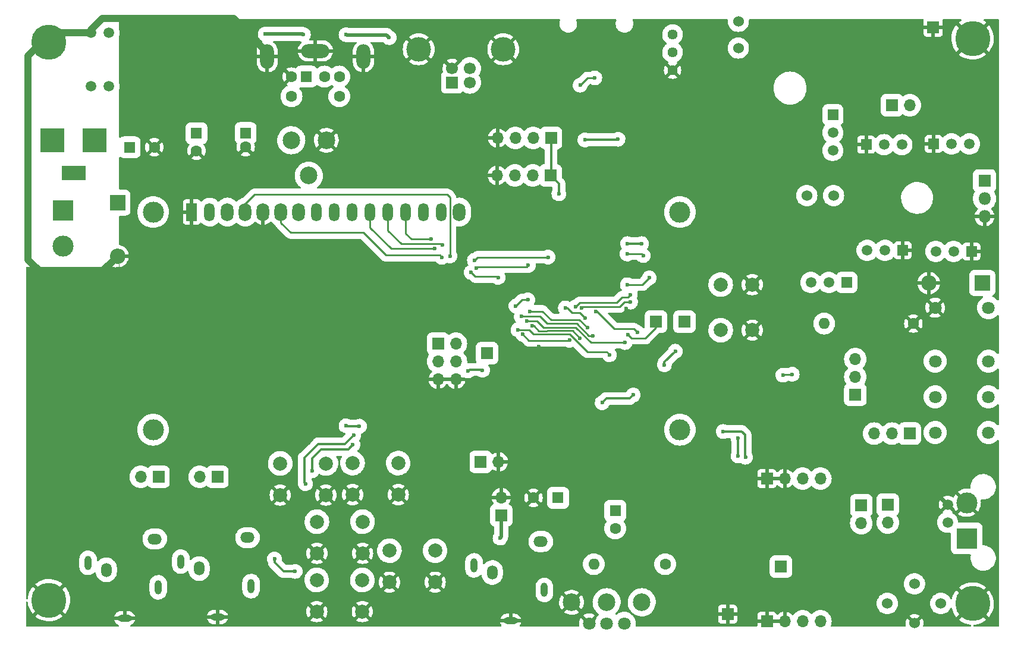
<source format=gbr>
%TF.GenerationSoftware,KiCad,Pcbnew,(6.0.11)*%
%TF.CreationDate,2023-06-17T11:37:52-05:00*%
%TF.ProjectId,LittleDX,4c697474-6c65-4445-982e-6b696361645f,rev?*%
%TF.SameCoordinates,Original*%
%TF.FileFunction,Copper,L2,Bot*%
%TF.FilePolarity,Positive*%
%FSLAX46Y46*%
G04 Gerber Fmt 4.6, Leading zero omitted, Abs format (unit mm)*
G04 Created by KiCad (PCBNEW (6.0.11)) date 2023-06-17 11:37:52*
%MOMM*%
%LPD*%
G01*
G04 APERTURE LIST*
%TA.AperFunction,ComponentPad*%
%ADD10R,1.600000X1.600000*%
%TD*%
%TA.AperFunction,ComponentPad*%
%ADD11C,1.600000*%
%TD*%
%TA.AperFunction,ComponentPad*%
%ADD12R,1.700000X1.700000*%
%TD*%
%TA.AperFunction,ComponentPad*%
%ADD13O,1.700000X1.700000*%
%TD*%
%TA.AperFunction,ComponentPad*%
%ADD14O,1.600000X1.600000*%
%TD*%
%TA.AperFunction,ComponentPad*%
%ADD15C,2.000000*%
%TD*%
%TA.AperFunction,ComponentPad*%
%ADD16O,1.800000X2.600000*%
%TD*%
%TA.AperFunction,ComponentPad*%
%ADD17O,1.500000X2.600000*%
%TD*%
%TA.AperFunction,ComponentPad*%
%ADD18R,1.500000X2.600000*%
%TD*%
%TA.AperFunction,ComponentPad*%
%ADD19C,3.000000*%
%TD*%
%TA.AperFunction,ComponentPad*%
%ADD20R,2.200000X2.200000*%
%TD*%
%TA.AperFunction,ComponentPad*%
%ADD21O,2.200000X2.200000*%
%TD*%
%TA.AperFunction,ComponentPad*%
%ADD22R,3.000000X3.000000*%
%TD*%
%TA.AperFunction,ComponentPad*%
%ADD23R,3.500000X3.500000*%
%TD*%
%TA.AperFunction,ComponentPad*%
%ADD24R,3.500000X2.000000*%
%TD*%
%TA.AperFunction,ComponentPad*%
%ADD25R,1.520000X1.520000*%
%TD*%
%TA.AperFunction,ComponentPad*%
%ADD26C,1.520000*%
%TD*%
%TA.AperFunction,ComponentPad*%
%ADD27C,2.500000*%
%TD*%
%TA.AperFunction,ComponentPad*%
%ADD28C,1.500000*%
%TD*%
%TA.AperFunction,ComponentPad*%
%ADD29C,1.800000*%
%TD*%
%TA.AperFunction,ComponentPad*%
%ADD30R,1.500000X1.500000*%
%TD*%
%TA.AperFunction,ComponentPad*%
%ADD31C,1.524000*%
%TD*%
%TA.AperFunction,ComponentPad*%
%ADD32O,2.000000X3.500000*%
%TD*%
%TA.AperFunction,ComponentPad*%
%ADD33O,4.000000X2.000000*%
%TD*%
%TA.AperFunction,ComponentPad*%
%ADD34C,1.440000*%
%TD*%
%TA.AperFunction,ComponentPad*%
%ADD35C,5.000000*%
%TD*%
%TA.AperFunction,ComponentPad*%
%ADD36R,1.800000X1.800000*%
%TD*%
%TA.AperFunction,ComponentPad*%
%ADD37O,1.800000X1.800000*%
%TD*%
%TA.AperFunction,ComponentPad*%
%ADD38O,2.000000X1.000000*%
%TD*%
%TA.AperFunction,ComponentPad*%
%ADD39O,1.000000X2.000000*%
%TD*%
%TA.AperFunction,ComponentPad*%
%ADD40O,1.500000X2.000000*%
%TD*%
%TA.AperFunction,ComponentPad*%
%ADD41O,2.000000X1.500000*%
%TD*%
%TA.AperFunction,ComponentPad*%
%ADD42C,1.700000*%
%TD*%
%TA.AperFunction,ComponentPad*%
%ADD43C,3.500000*%
%TD*%
%TA.AperFunction,ViaPad*%
%ADD44C,0.600000*%
%TD*%
%TA.AperFunction,Conductor*%
%ADD45C,0.350000*%
%TD*%
%TA.AperFunction,Conductor*%
%ADD46C,0.500000*%
%TD*%
%TA.AperFunction,Conductor*%
%ADD47C,0.250000*%
%TD*%
%TA.AperFunction,Conductor*%
%ADD48C,1.000000*%
%TD*%
G04 APERTURE END LIST*
D10*
%TO.P,C19,1*%
%TO.N,Net-(C19-Pad1)*%
X134625000Y-127775000D03*
D11*
%TO.P,C19,2*%
%TO.N,SPKR*%
X134625000Y-130275000D03*
%TD*%
D12*
%TO.P,J20,1,Pin_1*%
%TO.N,Net-(U1-Pad1)*%
X115475000Y-120800000D03*
D13*
%TO.P,J20,2,Pin_2*%
%TO.N,GND*%
X118015000Y-120800000D03*
%TD*%
D11*
%TO.P,R41,1*%
%TO.N,GND*%
X177075000Y-101100000D03*
D14*
%TO.P,R41,2*%
%TO.N,Net-(Q9-Pad1)*%
X164375000Y-101100000D03*
%TD*%
D15*
%TO.P,SW2,2,2*%
%TO.N,GND*%
X86925000Y-125525000D03*
X93425000Y-125525000D03*
%TO.P,SW2,1,1*%
%TO.N,Net-(C10-Pad2)*%
X86925000Y-121025000D03*
X93425000Y-121025000D03*
%TD*%
D16*
%TO.P,DS1,16,LED(-)*%
%TO.N,Net-(DS1-Pad16)*%
X112430000Y-85230000D03*
D17*
%TO.P,DS1,15,LED(+)*%
%TO.N,Net-(DS1-Pad15)*%
X109890000Y-85230000D03*
%TO.P,DS1,14,D7*%
%TO.N,DB7*%
X107350000Y-85230000D03*
%TO.P,DS1,13,D6*%
%TO.N,DB6*%
X104810000Y-85230000D03*
%TO.P,DS1,12,D5*%
%TO.N,DB5*%
X102270000Y-85230000D03*
%TO.P,DS1,11,D4*%
%TO.N,DB4*%
X99730000Y-85230000D03*
%TO.P,DS1,10,D3*%
%TO.N,unconnected-(DS1-Pad10)*%
X97190000Y-85230000D03*
%TO.P,DS1,9,D2*%
%TO.N,unconnected-(DS1-Pad9)*%
X94650000Y-85230000D03*
%TO.P,DS1,8,D1*%
%TO.N,unconnected-(DS1-Pad8)*%
X92110000Y-85230000D03*
D16*
%TO.P,DS1,7,D0*%
%TO.N,unconnected-(DS1-Pad7)*%
X89570000Y-85230000D03*
%TO.P,DS1,6,E*%
%TO.N,E*%
X87030000Y-85230000D03*
%TO.P,DS1,5,R/W*%
%TO.N,GND*%
X84490000Y-85230000D03*
%TO.P,DS1,4,RS*%
%TO.N,RS*%
X81950000Y-85230000D03*
%TO.P,DS1,3,VO*%
%TO.N,Net-(DS1-Pad3)*%
X79410000Y-85230000D03*
D17*
%TO.P,DS1,2,VDD*%
%TO.N,+3.3V*%
X76870000Y-85230000D03*
D18*
%TO.P,DS1,1,VSS*%
%TO.N,GND*%
X74330000Y-85230000D03*
D19*
%TO.P,DS1,*%
%TO.N,*%
X143829480Y-116230700D03*
X143830000Y-85230000D03*
X68830900Y-116230700D03*
X68830900Y-85230000D03*
%TD*%
D10*
%TO.P,C6,1*%
%TO.N,+5V*%
X75000000Y-74000000D03*
D11*
%TO.P,C6,2*%
%TO.N,GND*%
X75000000Y-76500000D03*
%TD*%
D10*
%TO.P,C22,1*%
%TO.N,+3.3V*%
X82000000Y-73968208D03*
D11*
%TO.P,C22,2*%
%TO.N,GND*%
X82000000Y-75968208D03*
%TD*%
D20*
%TO.P,D1,1,K*%
%TO.N,+12V*%
X63750000Y-83880000D03*
D21*
%TO.P,D1,2,A*%
%TO.N,GND*%
X63750000Y-91500000D03*
%TD*%
D22*
%TO.P,J1,1,Pin_1*%
%TO.N,Net-(C58-Pad1)*%
X56000000Y-85000000D03*
D19*
%TO.P,J1,2,Pin_2*%
%TO.N,Net-(C58-Pad2)*%
X56000000Y-90080000D03*
%TD*%
D23*
%TO.P,J2,1*%
%TO.N,Net-(C58-Pad2)*%
X60500000Y-75000000D03*
%TO.P,J2,2*%
%TO.N,Net-(C58-Pad1)*%
X54500000Y-75000000D03*
D24*
%TO.P,J2,3*%
%TO.N,unconnected-(J2-Pad3)*%
X57500000Y-79700000D03*
%TD*%
D12*
%TO.P,J5,1,Pin_1*%
%TO.N,+3.3V*%
X109400000Y-103975000D03*
D13*
%TO.P,J5,2,Pin_2*%
X111940000Y-103975000D03*
%TO.P,J5,3,Pin_3*%
%TO.N,Net-(J5-Pad3)*%
X109400000Y-106515000D03*
%TO.P,J5,4,Pin_4*%
%TO.N,Net-(J5-Pad4)*%
X111940000Y-106515000D03*
%TO.P,J5,5,Pin_5*%
%TO.N,GND*%
X109400000Y-109055000D03*
%TO.P,J5,6,Pin_6*%
X111940000Y-109055000D03*
%TD*%
D25*
%TO.P,Q3,1,S*%
%TO.N,GND*%
X170350000Y-75630000D03*
D26*
%TO.P,Q3,2,G*%
%TO.N,Net-(C23-Pad2)*%
X172890000Y-75630000D03*
%TO.P,Q3,3,D*%
%TO.N,AMPOUT*%
X175430000Y-75630000D03*
%TD*%
D15*
%TO.P,SW1,1,1*%
%TO.N,GND*%
X154142000Y-102056000D03*
X154142000Y-95556000D03*
%TO.P,SW1,2,2*%
%TO.N,Net-(C1-Pad2)*%
X149642000Y-102056000D03*
X149642000Y-95556000D03*
%TD*%
%TO.P,SW3,2,2*%
%TO.N,GND*%
X98650000Y-133825000D03*
X92150000Y-133825000D03*
%TO.P,SW3,1,1*%
%TO.N,Net-(C16-Pad2)*%
X92150000Y-129325000D03*
X98650000Y-129325000D03*
%TD*%
%TO.P,SW4,2,2*%
%TO.N,GND*%
X97225000Y-125475000D03*
X103725000Y-125475000D03*
%TO.P,SW4,1,1*%
%TO.N,Net-(C17-Pad2)*%
X103725000Y-120975000D03*
X97225000Y-120975000D03*
%TD*%
%TO.P,SW5,2,2*%
%TO.N,GND*%
X92125000Y-142125000D03*
X98625000Y-142125000D03*
%TO.P,SW5,1,1*%
%TO.N,Net-(C11-Pad2)*%
X92125000Y-137625000D03*
X98625000Y-137625000D03*
%TD*%
D12*
%TO.P,J9,1,Pin_1*%
%TO.N,Net-(J9-Pad1)*%
X116375000Y-105325000D03*
%TD*%
D25*
%TO.P,Q5,1,S*%
%TO.N,GND*%
X185340000Y-90830000D03*
D26*
%TO.P,Q5,2,G*%
%TO.N,Net-(C23-Pad2)*%
X182800000Y-90830000D03*
%TO.P,Q5,3,D*%
%TO.N,AMPOUT*%
X180260000Y-90830000D03*
%TD*%
D25*
%TO.P,Q6,1,S*%
%TO.N,GND*%
X175560000Y-90680000D03*
D26*
%TO.P,Q6,2,G*%
%TO.N,Net-(C23-Pad2)*%
X173020000Y-90680000D03*
%TO.P,Q6,3,D*%
%TO.N,AMPOUT*%
X170480000Y-90680000D03*
%TD*%
D25*
%TO.P,Q7,1,S*%
%TO.N,GND*%
X179960000Y-75520000D03*
D26*
%TO.P,Q7,2,G*%
%TO.N,Net-(C23-Pad2)*%
X182500000Y-75520000D03*
%TO.P,Q7,3,D*%
%TO.N,AMPOUT*%
X185040000Y-75520000D03*
%TD*%
D27*
%TO.P,RV3,1,1*%
%TO.N,GND*%
X93500000Y-75000000D03*
%TO.P,RV3,2,2*%
%TO.N,Net-(DS1-Pad3)*%
X91000000Y-80040000D03*
%TO.P,RV3,3,3*%
%TO.N,+5V*%
X88500000Y-75000000D03*
%TD*%
D12*
%TO.P,JP3,1,A*%
%TO.N,Net-(C35-Pad2)*%
X168810000Y-111250000D03*
D13*
%TO.P,JP3,2,C*%
%TO.N,RF*%
X168810000Y-108710000D03*
%TO.P,JP3,3,B*%
%TO.N,Net-(C33-Pad2)*%
X168810000Y-106170000D03*
%TD*%
D12*
%TO.P,JP4,1,1*%
%TO.N,Net-(C26-Pad2)*%
X169660000Y-126990000D03*
D13*
%TO.P,JP4,2,2*%
%TO.N,Net-(J18-Pad3)*%
X169660000Y-129530000D03*
%TD*%
D28*
%TO.P,J12,1,In*%
%TO.N,Net-(J12-Pad1)*%
X181945000Y-129425000D03*
D22*
X184673000Y-131711000D03*
D28*
%TO.P,J12,2,Ext*%
%TO.N,GND*%
X181945000Y-126885000D03*
D19*
X184673000Y-126631000D03*
%TD*%
D29*
%TO.P,RLY1,1,Coil*%
%TO.N,TXRELAY*%
X187775000Y-98845000D03*
%TO.P,RLY1,2,Pole*%
%TO.N,AMPOUT*%
X187775000Y-106465000D03*
%TO.P,RLY1,3,NC*%
%TO.N,Net-(RLY1-Pad3)*%
X187775000Y-111545000D03*
%TO.P,RLY1,4,NO*%
%TO.N,Net-(C26-Pad1)*%
X187775000Y-116625000D03*
%TO.P,RLY1,5,Coil*%
%TO.N,GND*%
X180175000Y-98845000D03*
%TO.P,RLY1,6,Pole*%
%TO.N,RF*%
X180175000Y-106465000D03*
%TO.P,RLY1,7,NC*%
%TO.N,Net-(JP7-Pad2)*%
X180175000Y-111545000D03*
%TO.P,RLY1,8,NO*%
%TO.N,unconnected-(RLY1-Pad8)*%
X180175000Y-116625000D03*
%TD*%
D30*
%TO.P,Q8,1,E*%
%TO.N,Net-(C31-Pad2)*%
X165608000Y-71374000D03*
D28*
%TO.P,Q8,2,B*%
%TO.N,Net-(C14-Pad2)*%
X165608000Y-73914000D03*
%TO.P,Q8,3,C*%
%TO.N,Net-(C14-Pad1)*%
X165608000Y-76454000D03*
%TD*%
D12*
%TO.P,JP1,1,1*%
%TO.N,Net-(D15-Pad2)*%
X174030000Y-70000000D03*
D13*
%TO.P,JP1,2,2*%
%TO.N,Net-(C31-Pad1)*%
X176570000Y-70000000D03*
%TD*%
D12*
%TO.P,JP2,1,1*%
%TO.N,Net-(J12-Pad1)*%
X173430000Y-126910000D03*
D13*
%TO.P,JP2,2,2*%
%TO.N,Net-(J18-Pad3)*%
X173430000Y-129450000D03*
%TD*%
D31*
%TO.P,T3,1,RF*%
%TO.N,Net-(J18-Pad3)*%
X173355000Y-140970000D03*
%TO.P,T3,2,RF*%
%TO.N,Net-(J12-Pad1)*%
X180975000Y-140970000D03*
%TO.P,T3,3,SAMPLE*%
%TO.N,GND*%
X177228500Y-143764000D03*
%TO.P,T3,4,SAMPLE*%
%TO.N,Net-(D16-Pad2)*%
X177228500Y-138176000D03*
%TD*%
D25*
%TO.P,Q9,1,S*%
%TO.N,Net-(Q9-Pad1)*%
X167575000Y-95250000D03*
D26*
%TO.P,Q9,2,G*%
%TO.N,Net-(Q9-Pad2)*%
X165035000Y-95250000D03*
%TO.P,Q9,3,D*%
%TO.N,Net-(C14-Pad1)*%
X162495000Y-95250000D03*
%TD*%
D12*
%TO.P,JP7,1,1*%
%TO.N,Net-(J17-Pad4)*%
X176560000Y-116780000D03*
D13*
%TO.P,JP7,2,2*%
%TO.N,Net-(JP7-Pad2)*%
X174020000Y-116780000D03*
%TO.P,JP7,3,3*%
%TO.N,Net-(J18-Pad3)*%
X171480000Y-116780000D03*
%TD*%
D10*
%TO.P,P1,1,1*%
%TO.N,PS2DATA*%
X90630000Y-65930000D03*
D11*
%TO.P,P1,2,2*%
%TO.N,unconnected-(P1-Pad2)*%
X93230000Y-65930000D03*
%TO.P,P1,3,3*%
%TO.N,GND*%
X88530000Y-65930000D03*
%TO.P,P1,4,4*%
%TO.N,+5V*%
X95330000Y-65930000D03*
%TO.P,P1,5,5*%
%TO.N,PS2CLK*%
X88530000Y-68730000D03*
%TO.P,P1,6*%
%TO.N,unconnected-(P1-Pad6)*%
X95330000Y-68730000D03*
D32*
%TO.P,P1,7,Shell*%
%TO.N,GND*%
X85080000Y-63080000D03*
X98780000Y-63080000D03*
D33*
X91930000Y-62280000D03*
%TD*%
D34*
%TO.P,RV4,1,1*%
%TO.N,+5V*%
X142790000Y-59940000D03*
%TO.P,RV4,2,2*%
%TO.N,Net-(L11-Pad2)*%
X142790000Y-62480000D03*
%TO.P,RV4,3,3*%
%TO.N,GND*%
X142790000Y-65020000D03*
%TD*%
D35*
%TO.P,J3,1,Pin_1*%
%TO.N,GND*%
X54000000Y-61000000D03*
%TD*%
%TO.P,J4,1,Pin_1*%
%TO.N,GND*%
X185500000Y-60500000D03*
%TD*%
%TO.P,J6,1,Pin_1*%
%TO.N,GND*%
X185500000Y-141000000D03*
%TD*%
%TO.P,J7,1,Pin_1*%
%TO.N,GND*%
X54000000Y-140500000D03*
%TD*%
D28*
%TO.P,T4,1*%
%TO.N,Net-(C58-Pad1)*%
X60000000Y-67310000D03*
%TO.P,T4,2*%
%TO.N,GND*%
X60000000Y-59690000D03*
%TO.P,T4,3*%
%TO.N,Net-(C58-Pad2)*%
X62540000Y-67310000D03*
%TO.P,T4,4*%
%TO.N,+12V*%
X62540000Y-59690000D03*
%TD*%
D20*
%TO.P,D6,1,K*%
%TO.N,AMPOUT*%
X186880000Y-95330000D03*
D21*
%TO.P,D6,2,A*%
%TO.N,GND*%
X179260000Y-95330000D03*
%TD*%
D11*
%TO.P,L10,1,1*%
%TO.N,Net-(L10-Pad1)*%
X141732000Y-135382000D03*
D14*
%TO.P,L10,2,2*%
%TO.N,Net-(C19-Pad1)*%
X131572000Y-135382000D03*
%TD*%
D12*
%TO.P,J14,1,Pin_1*%
%TO.N,AUDIO*%
X158220000Y-135730000D03*
%TD*%
%TO.P,J15,1,Pin_1*%
%TO.N,GND*%
X150622000Y-142494000D03*
%TD*%
%TO.P,J16,1,Pin_1*%
%TO.N,GND*%
X179900000Y-58900000D03*
%TD*%
D10*
%TO.P,C3,1*%
%TO.N,+12V*%
X65500000Y-76000000D03*
D11*
%TO.P,C3,2*%
%TO.N,GND*%
X69000000Y-76000000D03*
%TD*%
D31*
%TO.P,L4,1,1*%
%TO.N,+12V*%
X152146000Y-58039000D03*
%TO.P,L4,2,2*%
%TO.N,Net-(C31-Pad2)*%
X152146000Y-61849000D03*
%TD*%
%TO.P,L6,1,1*%
%TO.N,Net-(C14-Pad1)*%
X161895000Y-82875000D03*
%TO.P,L6,2,2*%
%TO.N,AMPOUT*%
X165705000Y-82875000D03*
%TD*%
D36*
%TO.P,Q15,1,G*%
%TO.N,Net-(C23-Pad2)*%
X187210000Y-80770000D03*
D37*
%TO.P,Q15,2,D*%
%TO.N,AMPOUT*%
X187210000Y-83310000D03*
%TO.P,Q15,3,S*%
%TO.N,GND*%
X187210000Y-85850000D03*
%TD*%
D29*
%TO.P,RV1,1,1*%
%TO.N,Net-(C34-Pad2)*%
X135900000Y-143800000D03*
D27*
X138400000Y-140800000D03*
D29*
%TO.P,RV1,2,2*%
%TO.N,Net-(RV1-Pad2)*%
X133400000Y-143800000D03*
D27*
X133400000Y-140800000D03*
D29*
%TO.P,RV1,3,3*%
%TO.N,GND*%
X130900000Y-143800000D03*
D27*
X128400000Y-140800000D03*
%TD*%
D12*
%TO.P,J10,1,Pin_1*%
%TO.N,TRANSMIT*%
X140410000Y-100830000D03*
%TD*%
D15*
%TO.P,SW6,2,2*%
%TO.N,GND*%
X102475000Y-137950000D03*
X108975000Y-137950000D03*
%TO.P,SW6,1,1*%
%TO.N,Net-(C61-Pad2)*%
X108975000Y-133450000D03*
X102475000Y-133450000D03*
%TD*%
D10*
%TO.P,C53,1*%
%TO.N,+12V*%
X126480000Y-125930000D03*
D11*
%TO.P,C53,2*%
%TO.N,GND*%
X122980000Y-125930000D03*
%TD*%
D13*
%TO.P,J17,4,Pin_4*%
%TO.N,Net-(J17-Pad4)*%
X163830000Y-123190000D03*
%TO.P,J17,3,Pin_3*%
%TO.N,Net-(C26-Pad2)*%
X161290000Y-123190000D03*
%TO.P,J17,2,Pin_2*%
%TO.N,GND*%
X158750000Y-123190000D03*
D12*
%TO.P,J17,1,Pin_1*%
X156210000Y-123190000D03*
%TD*%
%TO.P,J18,1,Pin_1*%
%TO.N,GND*%
X156220000Y-143510000D03*
D13*
%TO.P,J18,2,Pin_2*%
X158760000Y-143510000D03*
%TO.P,J18,3,Pin_3*%
%TO.N,Net-(J18-Pad3)*%
X161300000Y-143510000D03*
%TO.P,J18,4,Pin_4*%
X163840000Y-143510000D03*
%TD*%
D38*
%TO.P,J19,G*%
%TO.N,GND*%
X64770000Y-143080000D03*
D39*
%TO.P,J19,S1*%
%TO.N,Net-(C68-Pad2)*%
X59570000Y-135180000D03*
D40*
%TO.P,J19,SN1*%
%TO.N,unconnected-(J19-PadSN1)*%
X62170000Y-136180000D03*
D39*
%TO.P,J19,T1*%
%TO.N,Net-(C67-Pad2)*%
X69570000Y-138680000D03*
D41*
%TO.P,J19,TN1*%
%TO.N,unconnected-(J19-PadTN1)*%
X69070000Y-131780000D03*
%TD*%
D12*
%TO.P,J24,1,Pin_1*%
%TO.N,TRANSMIT*%
X144470000Y-100850000D03*
%TD*%
D13*
%TO.P,J22,2,Pin_2*%
%TO.N,GND*%
X118390000Y-125870000D03*
D12*
%TO.P,J22,1,Pin_1*%
%TO.N,SPKR*%
X118390000Y-128410000D03*
%TD*%
%TO.P,JP9,1,1*%
%TO.N,Net-(C69-Pad1)*%
X77978000Y-122936000D03*
D13*
%TO.P,JP9,2,2*%
%TO.N,Net-(JP9-Pad2)*%
X75438000Y-122936000D03*
%TD*%
D12*
%TO.P,J25,1,Pin_1*%
%TO.N,+3.3V*%
X125420000Y-80010000D03*
D13*
%TO.P,J25,2,Pin_2*%
%TO.N,Net-(J25-Pad2)*%
X122880000Y-80010000D03*
%TO.P,J25,3,Pin_3*%
%TO.N,Net-(J25-Pad3)*%
X120340000Y-80010000D03*
%TO.P,J25,4,Pin_4*%
%TO.N,GND*%
X117800000Y-80010000D03*
%TD*%
D41*
%TO.P,J8,TN1*%
%TO.N,unconnected-(J8-PadTN1)*%
X124025000Y-132150000D03*
D39*
%TO.P,J8,T1*%
%TO.N,SPKR*%
X124525000Y-139050000D03*
D40*
%TO.P,J8,SN1*%
%TO.N,unconnected-(J8-PadSN1)*%
X117125000Y-136550000D03*
D39*
%TO.P,J8,S1*%
%TO.N,SPKR*%
X114525000Y-135550000D03*
D38*
%TO.P,J8,G*%
%TO.N,GND*%
X119725000Y-143450000D03*
%TD*%
D12*
%TO.P,J27,1,Pin_1*%
%TO.N,+3.3V*%
X125476000Y-74676000D03*
D13*
%TO.P,J27,2,Pin_2*%
%TO.N,TXD*%
X122936000Y-74676000D03*
%TO.P,J27,3,Pin_3*%
%TO.N,RXD*%
X120396000Y-74676000D03*
%TO.P,J27,4,Pin_4*%
%TO.N,GND*%
X117856000Y-74676000D03*
%TD*%
D12*
%TO.P,J26,1,VBUS*%
%TO.N,Net-(D5-Pad2)*%
X111410000Y-66760000D03*
D42*
%TO.P,J26,2,D-*%
%TO.N,Net-(J26-Pad2)*%
X113910000Y-66760000D03*
%TO.P,J26,3,D+*%
%TO.N,Net-(J26-Pad3)*%
X113910000Y-64760000D03*
%TO.P,J26,4,GND*%
%TO.N,GND*%
X111410000Y-64760000D03*
D43*
%TO.P,J26,5,Shield*%
X118680000Y-62050000D03*
X106640000Y-62050000D03*
%TD*%
D12*
%TO.P,JP6,1,1*%
%TO.N,Net-(C66-Pad1)*%
X69596000Y-122936000D03*
D13*
%TO.P,JP6,2,2*%
%TO.N,Net-(JP6-Pad2)*%
X67056000Y-122936000D03*
%TD*%
D38*
%TO.P,J11,G*%
%TO.N,GND*%
X77978000Y-142900000D03*
D39*
%TO.P,J11,S1*%
%TO.N,unconnected-(J11-PadS1)*%
X72778000Y-135000000D03*
D40*
%TO.P,J11,SN1*%
%TO.N,unconnected-(J11-PadSN1)*%
X75378000Y-136000000D03*
D39*
%TO.P,J11,T1*%
%TO.N,Net-(C62-Pad2)*%
X82778000Y-138500000D03*
D41*
%TO.P,J11,TN1*%
%TO.N,unconnected-(J11-PadTN1)*%
X82278000Y-131600000D03*
%TD*%
D44*
%TO.N,SPKR*%
X118225000Y-131650000D03*
%TO.N,Net-(C16-Pad2)*%
X97275000Y-118325000D03*
X91450000Y-122075000D03*
%TO.N,Net-(C11-Pad2)*%
X97376944Y-117001944D03*
%TO.N,GND*%
X162306000Y-129286000D03*
X175260000Y-93980000D03*
X106680000Y-113284000D03*
%TO.N,+3.3V*%
X86106000Y-134620000D03*
X89052000Y-136398000D03*
%TO.N,GND*%
X109600000Y-122750000D03*
X105810000Y-128760000D03*
X85475000Y-127550000D03*
%TO.N,Net-(C11-Pad2)*%
X90525000Y-123925000D03*
%TO.N,Net-(C10-Pad2)*%
X98200000Y-115725000D03*
X96300000Y-115650000D03*
%TO.N,GND*%
X82100000Y-118875000D03*
X90975000Y-118100000D03*
X172240000Y-81780000D03*
X175070000Y-87320000D03*
X60350000Y-119590000D03*
X178620000Y-87470000D03*
X131410000Y-107190000D03*
X91300000Y-100840000D03*
X171270000Y-87600000D03*
X179690000Y-80510000D03*
X120000000Y-85520000D03*
X173180000Y-83130000D03*
X152090000Y-109260000D03*
X146520000Y-127420000D03*
X176010000Y-111580000D03*
X188230000Y-74070000D03*
X127310000Y-90780000D03*
X136330000Y-93070000D03*
X155800000Y-106110000D03*
X149610000Y-125380000D03*
X169990000Y-79850000D03*
X69500000Y-71000000D03*
X164480000Y-129870000D03*
X168110000Y-118830000D03*
X146180000Y-79170000D03*
X118364000Y-105156000D03*
X180848000Y-87376000D03*
X158240000Y-84440000D03*
X181430000Y-86550000D03*
X174190000Y-78220000D03*
X163510000Y-108130000D03*
X185440000Y-72150000D03*
X88990000Y-100490000D03*
X158250000Y-76750000D03*
X64500000Y-61000000D03*
X123698000Y-104394000D03*
X184650000Y-83670000D03*
X156900000Y-84880000D03*
X143460000Y-72580000D03*
X164930000Y-118600000D03*
X90000000Y-108000000D03*
X184070000Y-87550000D03*
X181020000Y-78150000D03*
X183170000Y-86570000D03*
X159500000Y-75250000D03*
X165080000Y-64370000D03*
X184630000Y-78280000D03*
X59140000Y-129250000D03*
X134150000Y-109940000D03*
X148890000Y-115805500D03*
X120650000Y-64500000D03*
X172500000Y-78230000D03*
X182610000Y-78370000D03*
X183930000Y-80800000D03*
X159000000Y-71000000D03*
X154475000Y-139750000D03*
X67982523Y-65807523D03*
X161500000Y-72750000D03*
X183060000Y-80250000D03*
X179970000Y-86010000D03*
X181864000Y-81280000D03*
X171196000Y-82804000D03*
X141420000Y-122790000D03*
X172130000Y-79680000D03*
X152250000Y-69290000D03*
X67470000Y-128620000D03*
X126910000Y-115640000D03*
X177330000Y-79680000D03*
X179520000Y-78190000D03*
X93660000Y-98420000D03*
X184650000Y-82230000D03*
X149280000Y-79860000D03*
X121225000Y-112650000D03*
X161500000Y-74000000D03*
X176710000Y-78170000D03*
X160250000Y-71000000D03*
X133690000Y-67170000D03*
X174780000Y-86100000D03*
X183190000Y-84310000D03*
X180870000Y-79420000D03*
X169950000Y-86120000D03*
X80780000Y-99960000D03*
X89000000Y-110000000D03*
X81150000Y-62100000D03*
X155710000Y-107060000D03*
X152725000Y-134375000D03*
X161500000Y-76500000D03*
X158000000Y-71000000D03*
X162740000Y-102310000D03*
X160000000Y-72000000D03*
X72500000Y-71500000D03*
X170080000Y-83540000D03*
X121150000Y-110190000D03*
X173140000Y-84550000D03*
X181820000Y-82660000D03*
X177370000Y-86260000D03*
X72500000Y-61000000D03*
X137330000Y-124460000D03*
X156750000Y-76500000D03*
X147950000Y-62300000D03*
X156750000Y-72500000D03*
X81520000Y-61180000D03*
X161500000Y-71250000D03*
X152725000Y-133200000D03*
X147510000Y-129530000D03*
X128025000Y-115475000D03*
X160500000Y-73750000D03*
X172800000Y-111670000D03*
X148542000Y-75692000D03*
X159690000Y-97330000D03*
X62330000Y-125070000D03*
X156500000Y-74500000D03*
X157750000Y-75000000D03*
X173228000Y-86868000D03*
X182370000Y-85790000D03*
X136210000Y-99000000D03*
X171196000Y-80772000D03*
X171140000Y-78230000D03*
X130600000Y-115320000D03*
X154490000Y-114600000D03*
X127710000Y-95350000D03*
X75470000Y-71490000D03*
X159750000Y-76750000D03*
X173850000Y-81150000D03*
X170040000Y-81630000D03*
X171560000Y-134030000D03*
X132560000Y-115060000D03*
X181356000Y-84328000D03*
X171196000Y-85344000D03*
X156750000Y-71000000D03*
%TO.N,Net-(C1-Pad2)*%
X141625000Y-106975000D03*
X143175000Y-105050000D03*
X137195000Y-111255000D03*
X132770000Y-112380000D03*
%TO.N,TRANSMIT*%
X138374500Y-89725000D03*
X136425000Y-102700000D03*
X136375000Y-89725000D03*
%TO.N,DB5*%
X122825000Y-101450000D03*
X129604089Y-103170911D03*
X110000000Y-89875500D03*
%TO.N,DB4*%
X133800000Y-105550000D03*
X108900000Y-90400000D03*
X120775000Y-102000500D03*
%TO.N,DB7*%
X121250000Y-100100000D03*
X131413500Y-102842000D03*
%TO.N,DB6*%
X122025000Y-100725000D03*
X108400000Y-89050000D03*
X136025000Y-103800000D03*
%TO.N,RS*%
X114575000Y-92100000D03*
X125050000Y-91650000D03*
X130325000Y-100300000D03*
X111100000Y-91475000D03*
X127525000Y-98875000D03*
%TO.N,E*%
X117950000Y-94550000D03*
X122500000Y-99400000D03*
X109975000Y-91675000D03*
X114100000Y-93825000D03*
X130650000Y-101699500D03*
%TO.N,SDA*%
X136800000Y-98050000D03*
X129800000Y-98900000D03*
%TO.N,SCL*%
X159825250Y-108325250D03*
X128950000Y-98749500D03*
X158493206Y-108453206D03*
X136775000Y-97000000D03*
%TO.N,+3.3V*%
X115725000Y-107750000D03*
X139475000Y-94600000D03*
X96300000Y-59950000D03*
X113700000Y-107850000D03*
X90225000Y-59950000D03*
X84790000Y-59870000D03*
X126600000Y-82625000D03*
X102430000Y-60380000D03*
X136354401Y-95570599D03*
X135025000Y-74850000D03*
X130300000Y-74950000D03*
%TO.N,Net-(C27-Pad1)*%
X152090000Y-117415500D03*
X152110000Y-119960000D03*
%TO.N,PS2CLK*%
X122175000Y-97725000D03*
X120475000Y-98600000D03*
%TO.N,Net-(Q4-Pad1)*%
X153162000Y-120142000D03*
X150000000Y-116480000D03*
%TO.N,Net-(J5-Pad3)*%
X128125000Y-103495500D03*
X121450000Y-102625500D03*
%TO.N,CS*%
X138600000Y-91425000D03*
X131710000Y-66110000D03*
X129620000Y-67150000D03*
X136325000Y-91200000D03*
%TO.N,RADIORESET*%
X137750000Y-102350000D03*
X131849500Y-99425000D03*
%TO.N,PTT*%
X122250000Y-92825000D03*
X114875000Y-93225000D03*
%TD*%
D45*
%TO.N,+3.3V*%
X126600000Y-81190000D02*
X125420000Y-80010000D01*
X126600000Y-82625000D02*
X126600000Y-81190000D01*
D46*
%TO.N,SPKR*%
X118375000Y-128425000D02*
X118390000Y-128410000D01*
X118375000Y-131500000D02*
X118375000Y-128425000D01*
X118225000Y-131650000D02*
X118375000Y-131500000D01*
D45*
X118390000Y-128410000D02*
X118110000Y-128690000D01*
%TO.N,Net-(C16-Pad2)*%
X92725000Y-119000000D02*
X91450000Y-120275000D01*
X97275000Y-118325000D02*
X96600000Y-119000000D01*
X91450000Y-120275000D02*
X91450000Y-122075000D01*
X96600000Y-119000000D02*
X92725000Y-119000000D01*
%TO.N,Net-(C11-Pad2)*%
X90350000Y-123750000D02*
X90525000Y-123925000D01*
X90350000Y-120250000D02*
X90350000Y-123750000D01*
X92350000Y-118250000D02*
X90350000Y-120250000D01*
X96128888Y-118250000D02*
X92350000Y-118250000D01*
X97376944Y-117001944D02*
X96128888Y-118250000D01*
%TO.N,Net-(C10-Pad2)*%
X96375000Y-115725000D02*
X96300000Y-115650000D01*
X98200000Y-115725000D02*
X96375000Y-115725000D01*
%TO.N,+3.3V*%
X86106000Y-135128000D02*
X86106000Y-134620000D01*
X89052000Y-136398000D02*
X87376000Y-136398000D01*
X87376000Y-136398000D02*
X86106000Y-135128000D01*
D47*
%TO.N,PS2CLK*%
X121350000Y-97725000D02*
X122175000Y-97725000D01*
X120475000Y-98600000D02*
X121350000Y-97725000D01*
D46*
%TO.N,+3.3V*%
X96350000Y-60000000D02*
X102050000Y-60000000D01*
X96300000Y-59950000D02*
X96350000Y-60000000D01*
X102050000Y-60000000D02*
X102430000Y-60380000D01*
X90145000Y-59870000D02*
X84790000Y-59870000D01*
X90225000Y-59950000D02*
X90145000Y-59870000D01*
D47*
%TO.N,SCL*%
X158621162Y-108325250D02*
X159825250Y-108325250D01*
X158493206Y-108453206D02*
X158621162Y-108325250D01*
D45*
%TO.N,Net-(C1-Pad2)*%
X133360000Y-111790000D02*
X132770000Y-112380000D01*
X136660000Y-111790000D02*
X133360000Y-111790000D01*
X137195000Y-111255000D02*
X136660000Y-111790000D01*
D47*
%TO.N,DB7*%
X123925000Y-100100000D02*
X121250000Y-100100000D01*
X129136396Y-101125000D02*
X124950000Y-101125000D01*
X131413500Y-102842000D02*
X130853396Y-102842000D01*
X130853396Y-102842000D02*
X129136396Y-101125000D01*
X124950000Y-101125000D02*
X123925000Y-100100000D01*
%TO.N,RS*%
X81950000Y-84100000D02*
X81950000Y-85230000D01*
X110690000Y-82750000D02*
X83300000Y-82750000D01*
X83300000Y-82750000D02*
X81950000Y-84100000D01*
X111090000Y-83150000D02*
X110690000Y-82750000D01*
X111090000Y-91465000D02*
X111090000Y-83150000D01*
X111100000Y-91475000D02*
X111090000Y-91465000D01*
%TO.N,DB6*%
X104810000Y-88260000D02*
X104810000Y-85230000D01*
X105600000Y-89050000D02*
X104810000Y-88260000D01*
X108400000Y-89050000D02*
X105600000Y-89050000D01*
%TO.N,DB5*%
X102270000Y-87870000D02*
X102270000Y-85230000D01*
X104150000Y-89750000D02*
X102270000Y-87870000D01*
X109874500Y-89750000D02*
X104150000Y-89750000D01*
X110000000Y-89875500D02*
X109874500Y-89750000D01*
%TO.N,DB4*%
X99730000Y-87455000D02*
X99730000Y-85230000D01*
X102700000Y-90425000D02*
X99730000Y-87455000D01*
X108875000Y-90425000D02*
X102700000Y-90425000D01*
X108900000Y-90400000D02*
X108875000Y-90425000D01*
%TO.N,E*%
X87030000Y-86755000D02*
X87030000Y-85230000D01*
X88425000Y-88150000D02*
X87030000Y-86755000D01*
X98725000Y-88150000D02*
X88425000Y-88150000D01*
X109975000Y-91675000D02*
X109675000Y-91375000D01*
X109675000Y-91375000D02*
X101950000Y-91375000D01*
X101950000Y-91375000D02*
X98725000Y-88150000D01*
D48*
%TO.N,GND*%
X80260000Y-57660000D02*
X85080000Y-62480000D01*
X61630000Y-57660000D02*
X80260000Y-57660000D01*
X60000000Y-59290000D02*
X61630000Y-57660000D01*
X60000000Y-59690000D02*
X60000000Y-59290000D01*
X85080000Y-62480000D02*
X85080000Y-63080000D01*
D46*
X179690000Y-80510000D02*
X178860000Y-79680000D01*
D45*
X161500000Y-72750000D02*
X161500000Y-71250000D01*
D48*
X53000000Y-61000000D02*
X51000000Y-63000000D01*
D45*
X156750000Y-71000000D02*
X158000000Y-71000000D01*
D46*
X179690000Y-80510000D02*
X181094000Y-80510000D01*
X180980000Y-78190000D02*
X181020000Y-78150000D01*
X173220000Y-81780000D02*
X173850000Y-81150000D01*
X178620000Y-87470000D02*
X180754000Y-87470000D01*
D45*
X159250000Y-75000000D02*
X159500000Y-75250000D01*
D46*
X174690000Y-86100000D02*
X173140000Y-84550000D01*
X184070000Y-87550000D02*
X183750000Y-87870000D01*
X183060000Y-80250000D02*
X183060000Y-79850000D01*
X184650000Y-83670000D02*
X184650000Y-82230000D01*
X179970000Y-86010000D02*
X179970000Y-85714000D01*
D45*
X159000000Y-71000000D02*
X160250000Y-71000000D01*
D46*
X173140000Y-84550000D02*
X173140000Y-86780000D01*
X181342000Y-87870000D02*
X180848000Y-87376000D01*
D48*
X55310000Y-59690000D02*
X54000000Y-61000000D01*
D45*
X158250000Y-76750000D02*
X159750000Y-76750000D01*
D46*
X173850000Y-81150000D02*
X173850000Y-82460000D01*
X183190000Y-84310000D02*
X183190000Y-84970000D01*
X176660000Y-78220000D02*
X176710000Y-78170000D01*
X169950000Y-86280000D02*
X171270000Y-87600000D01*
D45*
X156500000Y-74500000D02*
X156750000Y-74250000D01*
D46*
X181094000Y-80510000D02*
X181864000Y-81280000D01*
D45*
X160000000Y-73250000D02*
X160000000Y-72000000D01*
D46*
X173680000Y-87320000D02*
X173228000Y-86868000D01*
X169950000Y-86120000D02*
X169950000Y-83670000D01*
X181430000Y-86550000D02*
X181610000Y-86550000D01*
X173850000Y-82460000D02*
X173180000Y-83130000D01*
X171196000Y-85344000D02*
X171196000Y-82804000D01*
X183060000Y-79850000D02*
X184630000Y-78280000D01*
X183190000Y-84970000D02*
X182370000Y-85790000D01*
X179720000Y-86260000D02*
X179970000Y-86010000D01*
X171196000Y-80614000D02*
X172130000Y-79680000D01*
X170040000Y-81630000D02*
X170040000Y-79900000D01*
X180754000Y-87470000D02*
X180848000Y-87376000D01*
X183750000Y-87870000D02*
X181342000Y-87870000D01*
X179520000Y-78190000D02*
X180980000Y-78190000D01*
D45*
X157750000Y-75000000D02*
X159250000Y-75000000D01*
D48*
X53000000Y-94000000D02*
X61250000Y-94000000D01*
D46*
X171196000Y-80772000D02*
X171196000Y-80614000D01*
X184070000Y-87470000D02*
X183170000Y-86570000D01*
D48*
X51000000Y-63000000D02*
X51000000Y-92000000D01*
D46*
X179970000Y-85714000D02*
X181356000Y-84328000D01*
D45*
X160500000Y-73750000D02*
X160000000Y-73250000D01*
D46*
X182610000Y-78370000D02*
X181240000Y-78370000D01*
X177370000Y-86260000D02*
X179720000Y-86260000D01*
D45*
X148542000Y-75692000D02*
X155942000Y-75692000D01*
D46*
X183930000Y-80800000D02*
X183610000Y-80800000D01*
X181240000Y-78370000D02*
X181020000Y-78150000D01*
D45*
X155942000Y-75692000D02*
X156750000Y-76500000D01*
D46*
X181610000Y-86550000D02*
X182370000Y-85790000D01*
X170040000Y-79900000D02*
X169990000Y-79850000D01*
X172240000Y-81780000D02*
X173220000Y-81780000D01*
X172500000Y-78230000D02*
X171140000Y-78230000D01*
X175070000Y-87320000D02*
X173680000Y-87320000D01*
X169950000Y-86120000D02*
X169950000Y-86280000D01*
D48*
X51000000Y-92000000D02*
X53000000Y-94000000D01*
D45*
X161500000Y-76500000D02*
X161500000Y-74000000D01*
D46*
X179780000Y-80510000D02*
X180870000Y-79420000D01*
X181820000Y-83864000D02*
X181356000Y-84328000D01*
X169950000Y-83670000D02*
X170080000Y-83540000D01*
X179690000Y-80510000D02*
X179780000Y-80510000D01*
D48*
X54000000Y-61000000D02*
X53000000Y-61000000D01*
D46*
X174780000Y-86100000D02*
X174690000Y-86100000D01*
X181820000Y-82660000D02*
X181820000Y-83864000D01*
X178860000Y-79680000D02*
X177330000Y-79680000D01*
D48*
X61250000Y-94000000D02*
X63750000Y-91500000D01*
D46*
X183610000Y-80800000D02*
X183060000Y-80250000D01*
D45*
X156750000Y-74250000D02*
X156750000Y-72500000D01*
D46*
X173140000Y-86780000D02*
X173228000Y-86868000D01*
X174190000Y-78220000D02*
X176660000Y-78220000D01*
D48*
X60000000Y-59690000D02*
X55310000Y-59690000D01*
D46*
X184070000Y-87550000D02*
X184070000Y-87470000D01*
D45*
%TO.N,Net-(C1-Pad2)*%
X141625000Y-106600000D02*
X141625000Y-106975000D01*
X143175000Y-105050000D02*
X141625000Y-106600000D01*
D47*
%TO.N,TRANSMIT*%
X136425000Y-102700000D02*
X136905000Y-103180000D01*
X140410000Y-101690000D02*
X140410000Y-100830000D01*
X136905000Y-103180000D02*
X138920000Y-103180000D01*
X138920000Y-103180000D02*
X140410000Y-101690000D01*
D45*
X136375000Y-89725000D02*
X138374500Y-89725000D01*
D47*
%TO.N,DB5*%
X123775000Y-102150000D02*
X123175000Y-101550000D01*
X123175000Y-101550000D02*
X123075000Y-101450000D01*
X124950000Y-102125000D02*
X124925000Y-102150000D01*
X124950000Y-102125000D02*
X128558178Y-102125000D01*
X129604089Y-103170911D02*
X128558178Y-102125000D01*
X123075000Y-101450000D02*
X122825000Y-101450000D01*
X124925000Y-102150000D02*
X123775000Y-102150000D01*
%TO.N,DB4*%
X130675000Y-105125000D02*
X128150000Y-102600000D01*
X133800000Y-105550000D02*
X133800000Y-105500000D01*
X122975000Y-102600000D02*
X122375500Y-102000500D01*
X133800000Y-105500000D02*
X133425000Y-105125000D01*
X133425000Y-105125000D02*
X130675000Y-105125000D01*
X122375500Y-102000500D02*
X120775000Y-102000500D01*
X128150000Y-102600000D02*
X122975000Y-102600000D01*
%TO.N,DB6*%
X129025000Y-101650000D02*
X131175000Y-103800000D01*
X124400000Y-101650000D02*
X129025000Y-101650000D01*
X123475000Y-100725000D02*
X124400000Y-101650000D01*
X122025000Y-100725000D02*
X123475000Y-100725000D01*
X131175000Y-103800000D02*
X136025000Y-103800000D01*
%TO.N,RS*%
X128450000Y-99525000D02*
X127800000Y-98875000D01*
X130325000Y-100300000D02*
X129550000Y-99525000D01*
X115025000Y-91650000D02*
X125050000Y-91650000D01*
X127800000Y-98875000D02*
X127525000Y-98875000D01*
X114575000Y-92100000D02*
X115025000Y-91650000D01*
X129550000Y-99525000D02*
X128450000Y-99525000D01*
%TO.N,E*%
X114700000Y-94425000D02*
X117825000Y-94425000D01*
X122525000Y-99375000D02*
X122500000Y-99400000D01*
X124275000Y-99375000D02*
X122525000Y-99375000D01*
X130650000Y-101699500D02*
X129525500Y-100575000D01*
X117825000Y-94425000D02*
X117950000Y-94550000D01*
X114100000Y-93825000D02*
X114700000Y-94425000D01*
X125475000Y-100575000D02*
X124275000Y-99375000D01*
X125475000Y-100575000D02*
X129525500Y-100575000D01*
%TO.N,SDA*%
X130025000Y-98675000D02*
X135275000Y-98675000D01*
X135900000Y-98050000D02*
X136800000Y-98050000D01*
X135275000Y-98675000D02*
X135900000Y-98050000D01*
X129800000Y-98900000D02*
X130025000Y-98675000D01*
%TO.N,SCL*%
X136475000Y-97325000D02*
X136775000Y-97025000D01*
X129549500Y-98150000D02*
X134800000Y-98150000D01*
X136775000Y-97025000D02*
X136775000Y-97000000D01*
X134800000Y-98150000D02*
X135625000Y-97325000D01*
X135625000Y-97325000D02*
X136475000Y-97325000D01*
X128950000Y-98749500D02*
X129549500Y-98150000D01*
D45*
%TO.N,+3.3V*%
X113700000Y-107850000D02*
X113900000Y-107650000D01*
X113900000Y-107650000D02*
X115625000Y-107650000D01*
X125476000Y-74676000D02*
X125476000Y-79954000D01*
X130300000Y-74950000D02*
X134925000Y-74950000D01*
X115625000Y-107650000D02*
X115725000Y-107750000D01*
D47*
X138504401Y-95570599D02*
X139475000Y-94600000D01*
X136354401Y-95570599D02*
X138504401Y-95570599D01*
D45*
X134925000Y-74950000D02*
X135025000Y-74850000D01*
X125476000Y-79954000D02*
X125420000Y-80010000D01*
%TO.N,Net-(C27-Pad1)*%
X152090000Y-117415500D02*
X152090000Y-119940000D01*
X152090000Y-119940000D02*
X152110000Y-119960000D01*
%TO.N,Net-(Q4-Pad1)*%
X153080000Y-120060000D02*
X153080000Y-116930000D01*
X152630000Y-116480000D02*
X150000000Y-116480000D01*
X153080000Y-116930000D02*
X152630000Y-116480000D01*
X153162000Y-120142000D02*
X153080000Y-120060000D01*
D47*
%TO.N,Net-(J5-Pad3)*%
X128120500Y-103500000D02*
X122324500Y-103500000D01*
X122324500Y-103500000D02*
X121450000Y-102625500D01*
X128125000Y-103495500D02*
X128120500Y-103500000D01*
%TO.N,CS*%
X136350000Y-91175000D02*
X136325000Y-91200000D01*
X131710000Y-66110000D02*
X130660000Y-66110000D01*
X138600000Y-91425000D02*
X138350000Y-91175000D01*
X130660000Y-66110000D02*
X129620000Y-67150000D01*
X138350000Y-91175000D02*
X136350000Y-91175000D01*
%TO.N,RADIORESET*%
X132025000Y-99425000D02*
X131849500Y-99425000D01*
X137750000Y-102350000D02*
X137280000Y-101880000D01*
X134480000Y-101880000D02*
X132025000Y-99425000D01*
X137280000Y-101880000D02*
X134480000Y-101880000D01*
%TO.N,PTT*%
X122075000Y-93000000D02*
X122250000Y-92825000D01*
X114875000Y-93225000D02*
X115100000Y-93000000D01*
X115100000Y-93000000D02*
X122075000Y-93000000D01*
%TD*%
%TA.AperFunction,Conductor*%
%TO.N,GND*%
G36*
X126737717Y-57770502D02*
G01*
X126784210Y-57824158D01*
X126794314Y-57894432D01*
X126784971Y-57927141D01*
X126740026Y-58029529D01*
X126738718Y-58034977D01*
X126738716Y-58034983D01*
X126696142Y-58212316D01*
X126687915Y-58246585D01*
X126685922Y-58281152D01*
X126676999Y-58435918D01*
X126675066Y-58469438D01*
X126701883Y-58691044D01*
X126767519Y-58904400D01*
X126770095Y-58909390D01*
X126770095Y-58909391D01*
X126867328Y-59097774D01*
X126869901Y-59102759D01*
X126873310Y-59107201D01*
X126873312Y-59107205D01*
X126956683Y-59215856D01*
X127005790Y-59279854D01*
X127170893Y-59430086D01*
X127359990Y-59548707D01*
X127567105Y-59631966D01*
X127572593Y-59633103D01*
X127572598Y-59633104D01*
X127719429Y-59663511D01*
X127785690Y-59677233D01*
X127790303Y-59677499D01*
X127840526Y-59680395D01*
X127840530Y-59680395D01*
X127842349Y-59680500D01*
X127986630Y-59680500D01*
X127989417Y-59680251D01*
X127989423Y-59680251D01*
X128058997Y-59674041D01*
X128152339Y-59665711D01*
X128157753Y-59664230D01*
X128157758Y-59664229D01*
X128285104Y-59629390D01*
X128367651Y-59606808D01*
X128372709Y-59604396D01*
X128372713Y-59604394D01*
X128491471Y-59547749D01*
X128569129Y-59510708D01*
X128739577Y-59388229D01*
X128745846Y-59383724D01*
X128750405Y-59380448D01*
X128864020Y-59263207D01*
X128901846Y-59224174D01*
X128901848Y-59224171D01*
X128905749Y-59220146D01*
X129030250Y-59034868D01*
X129033765Y-59026862D01*
X129083942Y-58912555D01*
X129119974Y-58830471D01*
X129121282Y-58825023D01*
X129121284Y-58825017D01*
X129170775Y-58618872D01*
X129170775Y-58618871D01*
X129172085Y-58613415D01*
X129180421Y-58468837D01*
X129184611Y-58396169D01*
X129184611Y-58396166D01*
X129184934Y-58390562D01*
X129158117Y-58168956D01*
X129092481Y-57955600D01*
X129081480Y-57934287D01*
X129068012Y-57864583D01*
X129094367Y-57798659D01*
X129152179Y-57757450D01*
X129193447Y-57750500D01*
X134669596Y-57750500D01*
X134737717Y-57770502D01*
X134784210Y-57824158D01*
X134794314Y-57894432D01*
X134784971Y-57927141D01*
X134740026Y-58029529D01*
X134738718Y-58034977D01*
X134738716Y-58034983D01*
X134696142Y-58212316D01*
X134687915Y-58246585D01*
X134685922Y-58281152D01*
X134676999Y-58435918D01*
X134675066Y-58469438D01*
X134701883Y-58691044D01*
X134767519Y-58904400D01*
X134770095Y-58909390D01*
X134770095Y-58909391D01*
X134867328Y-59097774D01*
X134869901Y-59102759D01*
X134873310Y-59107201D01*
X134873312Y-59107205D01*
X134956683Y-59215856D01*
X135005790Y-59279854D01*
X135170893Y-59430086D01*
X135359990Y-59548707D01*
X135567105Y-59631966D01*
X135572593Y-59633103D01*
X135572598Y-59633104D01*
X135719429Y-59663511D01*
X135785690Y-59677233D01*
X135790303Y-59677499D01*
X135840526Y-59680395D01*
X135840530Y-59680395D01*
X135842349Y-59680500D01*
X135986630Y-59680500D01*
X135989417Y-59680251D01*
X135989423Y-59680251D01*
X136058997Y-59674041D01*
X136152339Y-59665711D01*
X136157753Y-59664230D01*
X136157758Y-59664229D01*
X136285104Y-59629390D01*
X136367651Y-59606808D01*
X136372709Y-59604396D01*
X136372713Y-59604394D01*
X136491471Y-59547749D01*
X136569129Y-59510708D01*
X136739577Y-59388229D01*
X136745846Y-59383724D01*
X136750405Y-59380448D01*
X136864020Y-59263207D01*
X136901846Y-59224174D01*
X136901848Y-59224171D01*
X136905749Y-59220146D01*
X137030250Y-59034868D01*
X137033765Y-59026862D01*
X137083942Y-58912555D01*
X137119974Y-58830471D01*
X137121282Y-58825023D01*
X137121284Y-58825017D01*
X137170775Y-58618872D01*
X137170775Y-58618871D01*
X137172085Y-58613415D01*
X137180421Y-58468837D01*
X137184611Y-58396169D01*
X137184611Y-58396166D01*
X137184934Y-58390562D01*
X137158117Y-58168956D01*
X137092481Y-57955600D01*
X137081480Y-57934287D01*
X137068012Y-57864583D01*
X137094367Y-57798659D01*
X137152179Y-57757450D01*
X137193447Y-57750500D01*
X150515222Y-57750500D01*
X150583343Y-57770502D01*
X150629836Y-57824158D01*
X150640834Y-57886386D01*
X150628823Y-58039000D01*
X150647502Y-58276339D01*
X150648656Y-58281146D01*
X150648657Y-58281152D01*
X150676271Y-58396169D01*
X150703079Y-58507833D01*
X150704972Y-58512404D01*
X150704973Y-58512406D01*
X150788557Y-58714196D01*
X150794185Y-58727784D01*
X150918578Y-58930774D01*
X150921789Y-58934534D01*
X150921793Y-58934539D01*
X151015238Y-59043948D01*
X151073194Y-59111806D01*
X151076956Y-59115019D01*
X151250461Y-59263207D01*
X151250466Y-59263211D01*
X151254226Y-59266422D01*
X151457216Y-59390815D01*
X151461786Y-59392708D01*
X151461790Y-59392710D01*
X151672594Y-59480027D01*
X151677167Y-59481921D01*
X151758176Y-59501370D01*
X151903848Y-59536343D01*
X151903854Y-59536344D01*
X151908661Y-59537498D01*
X152146000Y-59556177D01*
X152383339Y-59537498D01*
X152388146Y-59536344D01*
X152388152Y-59536343D01*
X152533824Y-59501370D01*
X152614833Y-59481921D01*
X152619406Y-59480027D01*
X152830210Y-59392710D01*
X152830214Y-59392708D01*
X152834784Y-59390815D01*
X153037774Y-59266422D01*
X153041534Y-59263211D01*
X153041539Y-59263207D01*
X153215044Y-59115019D01*
X153218806Y-59111806D01*
X153276762Y-59043948D01*
X153370207Y-58934539D01*
X153370211Y-58934534D01*
X153373422Y-58930774D01*
X153497815Y-58727784D01*
X153503444Y-58714196D01*
X153587027Y-58512406D01*
X153587028Y-58512404D01*
X153588921Y-58507833D01*
X153615729Y-58396169D01*
X153643343Y-58281152D01*
X153643344Y-58281146D01*
X153644498Y-58276339D01*
X153663177Y-58039000D01*
X153651166Y-57886386D01*
X153665762Y-57816906D01*
X153715605Y-57766346D01*
X153776778Y-57750500D01*
X178437912Y-57750500D01*
X178506033Y-57770502D01*
X178552526Y-57824158D01*
X178562630Y-57894432D01*
X178555895Y-57920727D01*
X178551522Y-57932392D01*
X178547895Y-57947649D01*
X178542369Y-57998514D01*
X178542000Y-58005328D01*
X178542000Y-58627885D01*
X178546475Y-58643124D01*
X178547865Y-58644329D01*
X178555548Y-58646000D01*
X181239884Y-58646000D01*
X181255123Y-58641525D01*
X181256328Y-58640135D01*
X181257999Y-58632452D01*
X181257999Y-58005331D01*
X181257629Y-57998510D01*
X181252105Y-57947648D01*
X181248479Y-57932394D01*
X181244105Y-57920727D01*
X181238923Y-57849920D01*
X181272846Y-57787552D01*
X181335102Y-57753424D01*
X181362088Y-57750500D01*
X183784382Y-57750500D01*
X183852503Y-57770502D01*
X183898996Y-57824158D01*
X183909100Y-57894432D01*
X183879606Y-57959012D01*
X183851338Y-57983237D01*
X183757654Y-58042005D01*
X183751731Y-58046214D01*
X183573601Y-58188923D01*
X183565132Y-58201048D01*
X183571527Y-58212316D01*
X185487190Y-60127980D01*
X185501131Y-60135592D01*
X185502966Y-60135461D01*
X185509580Y-60131210D01*
X187427074Y-58213716D01*
X187434466Y-58200179D01*
X187427679Y-58190479D01*
X187324476Y-58102335D01*
X187318693Y-58097945D01*
X187144782Y-57981081D01*
X187099397Y-57926485D01*
X187090734Y-57856019D01*
X187121542Y-57792056D01*
X187182042Y-57754903D01*
X187215058Y-57750500D01*
X189123500Y-57750500D01*
X189191621Y-57770502D01*
X189238114Y-57824158D01*
X189249500Y-57876500D01*
X189249500Y-97688490D01*
X189229498Y-97756611D01*
X189175842Y-97803104D01*
X189105568Y-97813208D01*
X189040988Y-97783714D01*
X189027689Y-97770320D01*
X188948902Y-97678072D01*
X188948897Y-97678067D01*
X188945689Y-97674311D01*
X188748140Y-97505588D01*
X188526628Y-97369846D01*
X188502421Y-97359819D01*
X188371009Y-97305386D01*
X188315728Y-97260837D01*
X188293307Y-97193474D01*
X188310865Y-97124683D01*
X188352924Y-97081833D01*
X188406168Y-97048885D01*
X188449345Y-97022166D01*
X188467957Y-97003522D01*
X188540681Y-96930670D01*
X188572984Y-96898311D01*
X188579627Y-96887535D01*
X188603344Y-96849058D01*
X188664814Y-96749334D01*
X188682133Y-96697119D01*
X188717744Y-96589759D01*
X188717745Y-96589757D01*
X188719910Y-96583228D01*
X188730500Y-96479866D01*
X188730500Y-94180134D01*
X188728747Y-94163240D01*
X188720353Y-94082339D01*
X188720352Y-94082335D01*
X188719641Y-94075481D01*
X188715516Y-94063115D01*
X188666574Y-93916419D01*
X188664256Y-93909471D01*
X188572166Y-93760655D01*
X188566139Y-93754638D01*
X188453491Y-93642187D01*
X188448311Y-93637016D01*
X188419960Y-93619540D01*
X188336019Y-93567799D01*
X188299334Y-93545186D01*
X188292385Y-93542881D01*
X188139759Y-93492256D01*
X188139757Y-93492255D01*
X188133228Y-93490090D01*
X188029866Y-93479500D01*
X185730134Y-93479500D01*
X185726888Y-93479837D01*
X185726884Y-93479837D01*
X185632339Y-93489647D01*
X185632335Y-93489648D01*
X185625481Y-93490359D01*
X185618945Y-93492540D01*
X185618943Y-93492540D01*
X185479860Y-93538942D01*
X185459471Y-93545744D01*
X185310655Y-93637834D01*
X185187016Y-93761689D01*
X185095186Y-93910666D01*
X185092881Y-93917614D01*
X185092881Y-93917615D01*
X185045132Y-94061572D01*
X185040090Y-94076772D01*
X185029500Y-94180134D01*
X185029500Y-96479866D01*
X185029837Y-96483112D01*
X185029837Y-96483116D01*
X185039515Y-96576383D01*
X185040359Y-96584519D01*
X185042540Y-96591055D01*
X185042540Y-96591057D01*
X185074734Y-96687555D01*
X185095744Y-96750529D01*
X185187834Y-96899345D01*
X185193016Y-96904518D01*
X185223370Y-96934819D01*
X185311689Y-97022984D01*
X185317919Y-97026824D01*
X185317920Y-97026825D01*
X185339330Y-97040022D01*
X185460666Y-97114814D01*
X185467614Y-97117119D01*
X185467615Y-97117119D01*
X185620241Y-97167744D01*
X185620243Y-97167745D01*
X185626772Y-97169910D01*
X185730134Y-97180500D01*
X186885593Y-97180500D01*
X186953714Y-97200502D01*
X187000207Y-97254158D01*
X187010311Y-97324432D01*
X186980817Y-97389012D01*
X186951428Y-97413933D01*
X186801860Y-97505588D01*
X186604311Y-97674311D01*
X186435588Y-97871860D01*
X186299846Y-98093372D01*
X186297953Y-98097942D01*
X186297951Y-98097946D01*
X186225067Y-98273903D01*
X186200427Y-98333390D01*
X186199272Y-98338202D01*
X186140934Y-98581193D01*
X186140933Y-98581199D01*
X186139779Y-98586006D01*
X186119396Y-98845000D01*
X186139779Y-99103994D01*
X186140933Y-99108801D01*
X186140934Y-99108807D01*
X186177818Y-99262439D01*
X186200427Y-99356610D01*
X186202320Y-99361181D01*
X186202321Y-99361183D01*
X186287697Y-99567297D01*
X186299846Y-99596628D01*
X186435588Y-99818140D01*
X186604311Y-100015689D01*
X186801860Y-100184412D01*
X187023372Y-100320154D01*
X187027942Y-100322047D01*
X187027946Y-100322049D01*
X187249257Y-100413719D01*
X187263390Y-100419573D01*
X187308817Y-100430479D01*
X187511193Y-100479066D01*
X187511199Y-100479067D01*
X187516006Y-100480221D01*
X187775000Y-100500604D01*
X188033994Y-100480221D01*
X188038801Y-100479067D01*
X188038807Y-100479066D01*
X188241183Y-100430479D01*
X188286610Y-100419573D01*
X188300743Y-100413719D01*
X188522054Y-100322049D01*
X188522058Y-100322047D01*
X188526628Y-100320154D01*
X188748140Y-100184412D01*
X188945689Y-100015689D01*
X188948897Y-100011933D01*
X188948902Y-100011928D01*
X189027689Y-99919680D01*
X189087139Y-99880870D01*
X189158134Y-99880363D01*
X189218133Y-99918320D01*
X189248086Y-99982688D01*
X189249500Y-100001510D01*
X189249500Y-105308490D01*
X189229498Y-105376611D01*
X189175842Y-105423104D01*
X189105568Y-105433208D01*
X189040988Y-105403714D01*
X189027689Y-105390320D01*
X188948902Y-105298072D01*
X188948897Y-105298067D01*
X188945689Y-105294311D01*
X188748140Y-105125588D01*
X188526628Y-104989846D01*
X188522058Y-104987953D01*
X188522054Y-104987951D01*
X188291183Y-104892321D01*
X188291181Y-104892320D01*
X188286610Y-104890427D01*
X188138543Y-104854879D01*
X188038807Y-104830934D01*
X188038801Y-104830933D01*
X188033994Y-104829779D01*
X187775000Y-104809396D01*
X187516006Y-104829779D01*
X187511199Y-104830933D01*
X187511193Y-104830934D01*
X187411457Y-104854879D01*
X187263390Y-104890427D01*
X187258819Y-104892320D01*
X187258817Y-104892321D01*
X187027946Y-104987951D01*
X187027942Y-104987953D01*
X187023372Y-104989846D01*
X186801860Y-105125588D01*
X186604311Y-105294311D01*
X186435588Y-105491860D01*
X186299846Y-105713372D01*
X186297953Y-105717942D01*
X186297951Y-105717946D01*
X186214733Y-105918852D01*
X186200427Y-105953390D01*
X186185800Y-106014316D01*
X186140934Y-106201193D01*
X186140933Y-106201199D01*
X186139779Y-106206006D01*
X186119396Y-106465000D01*
X186139779Y-106723994D01*
X186140933Y-106728801D01*
X186140934Y-106728807D01*
X186170911Y-106853669D01*
X186200427Y-106976610D01*
X186202320Y-106981181D01*
X186202321Y-106981183D01*
X186296630Y-107208863D01*
X186299846Y-107216628D01*
X186435588Y-107438140D01*
X186604311Y-107635689D01*
X186608067Y-107638897D01*
X186621329Y-107650224D01*
X186801860Y-107804412D01*
X187023372Y-107940154D01*
X187027942Y-107942047D01*
X187027946Y-107942049D01*
X187258817Y-108037679D01*
X187263390Y-108039573D01*
X187351724Y-108060780D01*
X187511193Y-108099066D01*
X187511199Y-108099067D01*
X187516006Y-108100221D01*
X187775000Y-108120604D01*
X188033994Y-108100221D01*
X188038801Y-108099067D01*
X188038807Y-108099066D01*
X188198276Y-108060780D01*
X188286610Y-108039573D01*
X188291183Y-108037679D01*
X188522054Y-107942049D01*
X188522058Y-107942047D01*
X188526628Y-107940154D01*
X188748140Y-107804412D01*
X188928671Y-107650224D01*
X188941933Y-107638897D01*
X188945689Y-107635689D01*
X188948897Y-107631933D01*
X188948902Y-107631928D01*
X189027689Y-107539680D01*
X189087139Y-107500870D01*
X189158134Y-107500363D01*
X189218133Y-107538320D01*
X189248086Y-107602688D01*
X189249500Y-107621510D01*
X189249500Y-110388490D01*
X189229498Y-110456611D01*
X189175842Y-110503104D01*
X189105568Y-110513208D01*
X189040988Y-110483714D01*
X189027689Y-110470320D01*
X188948902Y-110378072D01*
X188948897Y-110378067D01*
X188945689Y-110374311D01*
X188748140Y-110205588D01*
X188526628Y-110069846D01*
X188522058Y-110067953D01*
X188522054Y-110067951D01*
X188291183Y-109972321D01*
X188291181Y-109972320D01*
X188286610Y-109970427D01*
X188198276Y-109949220D01*
X188038807Y-109910934D01*
X188038801Y-109910933D01*
X188033994Y-109909779D01*
X187775000Y-109889396D01*
X187516006Y-109909779D01*
X187511199Y-109910933D01*
X187511193Y-109910934D01*
X187351724Y-109949220D01*
X187263390Y-109970427D01*
X187258819Y-109972320D01*
X187258817Y-109972321D01*
X187027946Y-110067951D01*
X187027942Y-110067953D01*
X187023372Y-110069846D01*
X186801860Y-110205588D01*
X186604311Y-110374311D01*
X186435588Y-110571860D01*
X186299846Y-110793372D01*
X186297953Y-110797942D01*
X186297951Y-110797946D01*
X186203939Y-111024911D01*
X186200427Y-111033390D01*
X186194974Y-111056103D01*
X186140934Y-111281193D01*
X186140933Y-111281199D01*
X186139779Y-111286006D01*
X186119396Y-111545000D01*
X186139779Y-111803994D01*
X186140933Y-111808801D01*
X186140934Y-111808807D01*
X186176936Y-111958765D01*
X186200427Y-112056610D01*
X186202320Y-112061181D01*
X186202321Y-112061183D01*
X186285184Y-112261230D01*
X186299846Y-112296628D01*
X186435588Y-112518140D01*
X186604311Y-112715689D01*
X186801860Y-112884412D01*
X187023372Y-113020154D01*
X187027942Y-113022047D01*
X187027946Y-113022049D01*
X187236510Y-113108439D01*
X187263390Y-113119573D01*
X187347500Y-113139766D01*
X187511193Y-113179066D01*
X187511199Y-113179067D01*
X187516006Y-113180221D01*
X187775000Y-113200604D01*
X188033994Y-113180221D01*
X188038801Y-113179067D01*
X188038807Y-113179066D01*
X188202500Y-113139766D01*
X188286610Y-113119573D01*
X188313490Y-113108439D01*
X188522054Y-113022049D01*
X188522058Y-113022047D01*
X188526628Y-113020154D01*
X188748140Y-112884412D01*
X188945689Y-112715689D01*
X188948897Y-112711933D01*
X188948902Y-112711928D01*
X189027689Y-112619680D01*
X189087139Y-112580870D01*
X189158134Y-112580363D01*
X189218133Y-112618320D01*
X189248086Y-112682688D01*
X189249500Y-112701510D01*
X189249500Y-115468490D01*
X189229498Y-115536611D01*
X189175842Y-115583104D01*
X189105568Y-115593208D01*
X189040988Y-115563714D01*
X189027689Y-115550320D01*
X188948902Y-115458072D01*
X188948897Y-115458067D01*
X188945689Y-115454311D01*
X188938065Y-115447799D01*
X188848757Y-115371523D01*
X188748140Y-115285588D01*
X188526628Y-115149846D01*
X188522058Y-115147953D01*
X188522054Y-115147951D01*
X188291183Y-115052321D01*
X188291181Y-115052320D01*
X188286610Y-115050427D01*
X188198276Y-115029220D01*
X188038807Y-114990934D01*
X188038801Y-114990933D01*
X188033994Y-114989779D01*
X187775000Y-114969396D01*
X187516006Y-114989779D01*
X187511199Y-114990933D01*
X187511193Y-114990934D01*
X187351724Y-115029220D01*
X187263390Y-115050427D01*
X187258819Y-115052320D01*
X187258817Y-115052321D01*
X187027946Y-115147951D01*
X187027942Y-115147953D01*
X187023372Y-115149846D01*
X186801860Y-115285588D01*
X186701243Y-115371523D01*
X186611936Y-115447799D01*
X186604311Y-115454311D01*
X186435588Y-115651860D01*
X186299846Y-115873372D01*
X186297953Y-115877942D01*
X186297951Y-115877946D01*
X186231412Y-116038586D01*
X186200427Y-116113390D01*
X186199272Y-116118202D01*
X186140934Y-116361193D01*
X186140933Y-116361199D01*
X186139779Y-116366006D01*
X186119396Y-116625000D01*
X186139779Y-116883994D01*
X186140933Y-116888801D01*
X186140934Y-116888807D01*
X186176014Y-117034922D01*
X186200427Y-117136610D01*
X186202320Y-117141181D01*
X186202321Y-117141183D01*
X186293703Y-117361797D01*
X186299846Y-117376628D01*
X186435588Y-117598140D01*
X186604311Y-117795689D01*
X186801860Y-117964412D01*
X187023372Y-118100154D01*
X187027942Y-118102047D01*
X187027946Y-118102049D01*
X187229895Y-118185699D01*
X187263390Y-118199573D01*
X187316656Y-118212361D01*
X187511193Y-118259066D01*
X187511199Y-118259067D01*
X187516006Y-118260221D01*
X187775000Y-118280604D01*
X188033994Y-118260221D01*
X188038801Y-118259067D01*
X188038807Y-118259066D01*
X188233344Y-118212361D01*
X188286610Y-118199573D01*
X188320105Y-118185699D01*
X188522054Y-118102049D01*
X188522058Y-118102047D01*
X188526628Y-118100154D01*
X188748140Y-117964412D01*
X188945689Y-117795689D01*
X188948897Y-117791933D01*
X188948902Y-117791928D01*
X189027689Y-117699680D01*
X189087139Y-117660870D01*
X189158134Y-117660363D01*
X189218133Y-117698320D01*
X189248086Y-117762688D01*
X189249500Y-117781510D01*
X189249500Y-144123500D01*
X189229498Y-144191621D01*
X189175842Y-144238114D01*
X189123500Y-144249500D01*
X185762218Y-144249500D01*
X185694097Y-144229498D01*
X185647604Y-144175842D01*
X185637500Y-144105568D01*
X185666994Y-144040988D01*
X185726720Y-144002604D01*
X185753648Y-143997792D01*
X185874010Y-143989587D01*
X185881219Y-143988676D01*
X186215160Y-143926784D01*
X186222190Y-143925057D01*
X186546819Y-143825187D01*
X186553597Y-143822667D01*
X186864603Y-143686145D01*
X186871043Y-143682864D01*
X187164293Y-143511502D01*
X187170326Y-143507493D01*
X187428828Y-143313405D01*
X187437282Y-143302078D01*
X187430537Y-143289748D01*
X185512810Y-141372020D01*
X185498869Y-141364408D01*
X185497034Y-141364539D01*
X185490420Y-141368790D01*
X183571474Y-143287737D01*
X183563860Y-143301681D01*
X183563878Y-143301933D01*
X183569793Y-143310677D01*
X183601111Y-143339174D01*
X183606748Y-143343738D01*
X183882544Y-143541918D01*
X183888682Y-143545813D01*
X184185435Y-143710984D01*
X184191955Y-143714136D01*
X184505738Y-143844109D01*
X184512589Y-143846495D01*
X184839212Y-143939536D01*
X184846301Y-143941120D01*
X185181465Y-143996006D01*
X185188671Y-143996763D01*
X185207268Y-143997640D01*
X185274371Y-144020829D01*
X185318285Y-144076615D01*
X185325067Y-144147287D01*
X185292565Y-144210406D01*
X185231097Y-144245934D01*
X185201333Y-144249500D01*
X178577418Y-144249500D01*
X178509297Y-144229498D01*
X178462804Y-144175842D01*
X178452700Y-144105568D01*
X178455711Y-144090889D01*
X178482559Y-143990691D01*
X178484462Y-143979896D01*
X178502872Y-143769475D01*
X178502872Y-143758525D01*
X178484462Y-143548104D01*
X178482559Y-143537309D01*
X178427891Y-143333285D01*
X178424145Y-143322993D01*
X178334877Y-143131559D01*
X178329397Y-143122068D01*
X178298706Y-143078235D01*
X178288229Y-143069860D01*
X178274782Y-143076928D01*
X177317595Y-144034115D01*
X177255283Y-144068141D01*
X177184468Y-144063076D01*
X177139405Y-144034115D01*
X176181497Y-143076207D01*
X176169723Y-143069777D01*
X176157707Y-143079074D01*
X176127603Y-143122068D01*
X176122123Y-143131559D01*
X176032855Y-143322993D01*
X176029109Y-143333285D01*
X175974441Y-143537309D01*
X175972538Y-143548104D01*
X175954128Y-143758525D01*
X175954128Y-143769475D01*
X175972538Y-143979896D01*
X175974441Y-143990691D01*
X176001289Y-144090889D01*
X175999599Y-144161865D01*
X175959805Y-144220661D01*
X175894540Y-144248609D01*
X175879582Y-144249500D01*
X165454631Y-144249500D01*
X165386510Y-144229498D01*
X165340017Y-144175842D01*
X165329913Y-144105568D01*
X165338222Y-144075283D01*
X165364977Y-144010689D01*
X165364978Y-144010686D01*
X165366873Y-144006111D01*
X165390427Y-143908000D01*
X165424528Y-143765961D01*
X165424529Y-143765955D01*
X165425683Y-143761148D01*
X165445449Y-143510000D01*
X165425683Y-143258852D01*
X165423591Y-143250135D01*
X165376041Y-143052076D01*
X165366873Y-143013889D01*
X165333927Y-142934349D01*
X165272361Y-142785715D01*
X165272359Y-142785711D01*
X165270466Y-142781141D01*
X165223360Y-142704271D01*
X176534360Y-142704271D01*
X176541428Y-142717718D01*
X177215688Y-143391978D01*
X177229632Y-143399592D01*
X177231465Y-143399461D01*
X177238080Y-143395210D01*
X177916293Y-142716997D01*
X177922723Y-142705223D01*
X177913426Y-142693207D01*
X177870431Y-142663102D01*
X177860945Y-142657624D01*
X177669507Y-142568355D01*
X177659215Y-142564609D01*
X177455191Y-142509941D01*
X177444396Y-142508038D01*
X177233975Y-142489628D01*
X177223025Y-142489628D01*
X177012604Y-142508038D01*
X177001809Y-142509941D01*
X176797785Y-142564609D01*
X176787493Y-142568355D01*
X176596059Y-142657623D01*
X176586568Y-142663103D01*
X176542735Y-142693794D01*
X176534360Y-142704271D01*
X165223360Y-142704271D01*
X165138836Y-142566341D01*
X165135624Y-142562581D01*
X165135621Y-142562576D01*
X164978437Y-142378538D01*
X164975224Y-142374776D01*
X164945613Y-142349486D01*
X164787424Y-142214379D01*
X164787419Y-142214376D01*
X164783659Y-142211164D01*
X164568859Y-142079534D01*
X164564289Y-142077641D01*
X164564285Y-142077639D01*
X164340684Y-141985021D01*
X164340682Y-141985020D01*
X164336111Y-141983127D01*
X164247140Y-141961767D01*
X164095961Y-141925472D01*
X164095955Y-141925471D01*
X164091148Y-141924317D01*
X163840000Y-141904551D01*
X163588852Y-141924317D01*
X163584045Y-141925471D01*
X163584039Y-141925472D01*
X163432860Y-141961767D01*
X163343889Y-141983127D01*
X163339318Y-141985020D01*
X163339316Y-141985021D01*
X163115715Y-142077639D01*
X163115711Y-142077641D01*
X163111141Y-142079534D01*
X162896341Y-142211164D01*
X162892581Y-142214376D01*
X162892576Y-142214379D01*
X162708543Y-142371558D01*
X162708538Y-142371563D01*
X162704776Y-142374776D01*
X162701563Y-142378538D01*
X162701561Y-142378540D01*
X162665811Y-142420398D01*
X162606360Y-142459207D01*
X162535366Y-142459713D01*
X162474189Y-142420398D01*
X162438439Y-142378540D01*
X162438437Y-142378538D01*
X162435224Y-142374776D01*
X162431462Y-142371563D01*
X162431457Y-142371558D01*
X162247424Y-142214379D01*
X162247419Y-142214376D01*
X162243659Y-142211164D01*
X162028859Y-142079534D01*
X162024289Y-142077641D01*
X162024285Y-142077639D01*
X161800684Y-141985021D01*
X161800682Y-141985020D01*
X161796111Y-141983127D01*
X161707140Y-141961767D01*
X161555961Y-141925472D01*
X161555955Y-141925471D01*
X161551148Y-141924317D01*
X161300000Y-141904551D01*
X161048852Y-141924317D01*
X161044045Y-141925471D01*
X161044039Y-141925472D01*
X160892860Y-141961767D01*
X160803889Y-141983127D01*
X160799318Y-141985020D01*
X160799316Y-141985021D01*
X160575715Y-142077639D01*
X160575711Y-142077641D01*
X160571141Y-142079534D01*
X160356341Y-142211164D01*
X160352581Y-142214376D01*
X160352576Y-142214379D01*
X160194387Y-142349486D01*
X160164776Y-142374776D01*
X160161563Y-142378538D01*
X160004379Y-142562576D01*
X160004376Y-142562581D01*
X160001164Y-142566341D01*
X159998580Y-142570558D01*
X159982734Y-142596416D01*
X159930086Y-142644047D01*
X159860045Y-142655654D01*
X159794847Y-142627551D01*
X159782108Y-142615381D01*
X159692806Y-142517240D01*
X159685273Y-142510215D01*
X159518139Y-142378222D01*
X159509552Y-142372517D01*
X159323117Y-142269599D01*
X159313705Y-142265369D01*
X159112959Y-142194280D01*
X159102988Y-142191646D01*
X159031837Y-142178972D01*
X159018540Y-142180432D01*
X159014000Y-142194989D01*
X159014000Y-143638000D01*
X158993998Y-143706121D01*
X158940342Y-143752614D01*
X158888000Y-143764000D01*
X154880116Y-143764000D01*
X154864877Y-143768475D01*
X154863672Y-143769865D01*
X154862001Y-143777548D01*
X154862001Y-144123500D01*
X154841999Y-144191621D01*
X154788343Y-144238114D01*
X154736001Y-144249500D01*
X137649315Y-144249500D01*
X137581194Y-144229498D01*
X137534701Y-144175842D01*
X137524597Y-144105568D01*
X137526797Y-144094085D01*
X137534064Y-144063816D01*
X137534065Y-144063808D01*
X137535221Y-144058994D01*
X137555604Y-143800000D01*
X137535221Y-143541006D01*
X137534067Y-143536199D01*
X137534066Y-143536193D01*
X137498648Y-143388669D01*
X149264001Y-143388669D01*
X149264371Y-143395490D01*
X149269895Y-143446352D01*
X149273521Y-143461604D01*
X149318676Y-143582054D01*
X149327214Y-143597649D01*
X149403715Y-143699724D01*
X149416276Y-143712285D01*
X149518351Y-143788786D01*
X149533946Y-143797324D01*
X149654394Y-143842478D01*
X149669649Y-143846105D01*
X149720514Y-143851631D01*
X149727328Y-143852000D01*
X150349885Y-143852000D01*
X150365124Y-143847525D01*
X150366329Y-143846135D01*
X150368000Y-143838452D01*
X150368000Y-143833884D01*
X150876000Y-143833884D01*
X150880475Y-143849123D01*
X150881865Y-143850328D01*
X150889548Y-143851999D01*
X151516669Y-143851999D01*
X151523490Y-143851629D01*
X151574352Y-143846105D01*
X151589604Y-143842479D01*
X151710054Y-143797324D01*
X151725649Y-143788786D01*
X151827724Y-143712285D01*
X151840285Y-143699724D01*
X151916786Y-143597649D01*
X151925324Y-143582054D01*
X151970478Y-143461606D01*
X151974105Y-143446351D01*
X151979631Y-143395486D01*
X151980000Y-143388672D01*
X151980000Y-143237885D01*
X154862000Y-143237885D01*
X154866475Y-143253124D01*
X154867865Y-143254329D01*
X154875548Y-143256000D01*
X155947885Y-143256000D01*
X155963124Y-143251525D01*
X155964329Y-143250135D01*
X155966000Y-143242452D01*
X155966000Y-143237885D01*
X156474000Y-143237885D01*
X156478475Y-143253124D01*
X156479865Y-143254329D01*
X156487548Y-143256000D01*
X158487885Y-143256000D01*
X158503124Y-143251525D01*
X158504329Y-143250135D01*
X158506000Y-143242452D01*
X158506000Y-142193102D01*
X158502082Y-142179758D01*
X158487806Y-142177771D01*
X158449324Y-142183660D01*
X158439288Y-142186051D01*
X158236868Y-142252212D01*
X158227359Y-142256209D01*
X158038463Y-142354542D01*
X158029738Y-142360036D01*
X157859433Y-142487905D01*
X157851726Y-142494748D01*
X157774094Y-142575985D01*
X157712570Y-142611415D01*
X157641657Y-142607958D01*
X157583871Y-142566712D01*
X157565018Y-142533164D01*
X157523324Y-142421946D01*
X157514786Y-142406351D01*
X157438285Y-142304276D01*
X157425724Y-142291715D01*
X157323649Y-142215214D01*
X157308054Y-142206676D01*
X157187606Y-142161522D01*
X157172351Y-142157895D01*
X157121486Y-142152369D01*
X157114672Y-142152000D01*
X156492115Y-142152000D01*
X156476876Y-142156475D01*
X156475671Y-142157865D01*
X156474000Y-142165548D01*
X156474000Y-143237885D01*
X155966000Y-143237885D01*
X155966000Y-142170116D01*
X155961525Y-142154877D01*
X155960135Y-142153672D01*
X155952452Y-142152001D01*
X155325331Y-142152001D01*
X155318510Y-142152371D01*
X155267648Y-142157895D01*
X155252396Y-142161521D01*
X155131946Y-142206676D01*
X155116351Y-142215214D01*
X155014276Y-142291715D01*
X155001715Y-142304276D01*
X154925214Y-142406351D01*
X154916676Y-142421946D01*
X154871522Y-142542394D01*
X154867895Y-142557649D01*
X154862369Y-142608514D01*
X154862000Y-142615328D01*
X154862000Y-143237885D01*
X151980000Y-143237885D01*
X151980000Y-142766115D01*
X151975525Y-142750876D01*
X151974135Y-142749671D01*
X151966452Y-142748000D01*
X150894115Y-142748000D01*
X150878876Y-142752475D01*
X150877671Y-142753865D01*
X150876000Y-142761548D01*
X150876000Y-143833884D01*
X150368000Y-143833884D01*
X150368000Y-142766115D01*
X150363525Y-142750876D01*
X150362135Y-142749671D01*
X150354452Y-142748000D01*
X149282116Y-142748000D01*
X149266877Y-142752475D01*
X149265672Y-142753865D01*
X149264001Y-142761548D01*
X149264001Y-143388669D01*
X137498648Y-143388669D01*
X137488348Y-143345768D01*
X137474573Y-143288390D01*
X137461157Y-143256000D01*
X137377049Y-143052946D01*
X137377047Y-143052942D01*
X137375154Y-143048372D01*
X137239412Y-142826860D01*
X137070689Y-142629311D01*
X137066933Y-142626103D01*
X137066928Y-142626098D01*
X136898995Y-142482670D01*
X136891346Y-142470953D01*
X136888846Y-142470491D01*
X136874409Y-142461672D01*
X136873140Y-142460588D01*
X136651628Y-142324846D01*
X136647058Y-142322953D01*
X136647054Y-142322951D01*
X136416183Y-142227321D01*
X136416181Y-142227320D01*
X136411610Y-142225427D01*
X136323276Y-142204220D01*
X136163807Y-142165934D01*
X136163801Y-142165933D01*
X136158994Y-142164779D01*
X135900000Y-142144396D01*
X135641006Y-142164779D01*
X135636199Y-142165933D01*
X135636193Y-142165934D01*
X135476724Y-142204220D01*
X135388390Y-142225427D01*
X135383819Y-142227320D01*
X135383817Y-142227321D01*
X135152946Y-142322951D01*
X135152942Y-142322953D01*
X135148372Y-142324846D01*
X134926860Y-142460588D01*
X134923106Y-142463795D01*
X134923094Y-142463803D01*
X134827147Y-142545750D01*
X134762358Y-142574781D01*
X134692158Y-142564176D01*
X134638835Y-142517301D01*
X134619320Y-142449039D01*
X134639808Y-142381063D01*
X134661252Y-142356082D01*
X134662972Y-142354542D01*
X134840281Y-142195730D01*
X135022573Y-141978868D01*
X135172489Y-141738485D01*
X135287040Y-141479376D01*
X135363939Y-141206712D01*
X135369033Y-141168790D01*
X135401225Y-140929115D01*
X135401226Y-140929107D01*
X135401652Y-140925933D01*
X135402708Y-140892330D01*
X135405509Y-140803222D01*
X135405509Y-140803217D01*
X135405610Y-140800000D01*
X135405073Y-140792408D01*
X135401150Y-140737002D01*
X136395380Y-140737002D01*
X136398743Y-140822611D01*
X136406113Y-141010175D01*
X136406502Y-141020084D01*
X136407302Y-141024464D01*
X136455483Y-141288276D01*
X136457400Y-141298775D01*
X136547058Y-141567514D01*
X136549050Y-141571501D01*
X136549051Y-141571503D01*
X136638725Y-141750968D01*
X136673687Y-141820939D01*
X136834761Y-142053993D01*
X136851685Y-142072301D01*
X137024049Y-142258765D01*
X137024054Y-142258770D01*
X137027065Y-142262027D01*
X137030511Y-142264832D01*
X137031977Y-142266209D01*
X137036986Y-142274733D01*
X137060375Y-142289146D01*
X137243307Y-142438075D01*
X137243311Y-142438078D01*
X137246764Y-142440889D01*
X137296700Y-142470953D01*
X137469157Y-142574781D01*
X137489472Y-142587012D01*
X137493567Y-142588746D01*
X137493569Y-142588747D01*
X137746247Y-142695742D01*
X137746254Y-142695744D01*
X137750348Y-142697478D01*
X137843482Y-142722172D01*
X138019889Y-142768946D01*
X138019893Y-142768947D01*
X138024186Y-142770085D01*
X138028595Y-142770607D01*
X138028601Y-142770608D01*
X138173324Y-142787737D01*
X138305523Y-142803384D01*
X138588745Y-142796709D01*
X138654797Y-142785715D01*
X138863810Y-142750926D01*
X138863814Y-142750925D01*
X138868200Y-142750195D01*
X138872441Y-142748854D01*
X138872444Y-142748853D01*
X139134068Y-142666112D01*
X139134070Y-142666111D01*
X139138314Y-142664769D01*
X139142325Y-142662843D01*
X139142330Y-142662841D01*
X139389678Y-142544066D01*
X139389679Y-142544065D01*
X139393697Y-142542136D01*
X139397403Y-142539660D01*
X139625545Y-142387221D01*
X139625549Y-142387218D01*
X139629253Y-142384743D01*
X139811080Y-142221885D01*
X149264000Y-142221885D01*
X149268475Y-142237124D01*
X149269865Y-142238329D01*
X149277548Y-142240000D01*
X150349885Y-142240000D01*
X150365124Y-142235525D01*
X150366329Y-142234135D01*
X150368000Y-142226452D01*
X150368000Y-142221885D01*
X150876000Y-142221885D01*
X150880475Y-142237124D01*
X150881865Y-142238329D01*
X150889548Y-142240000D01*
X151961884Y-142240000D01*
X151977123Y-142235525D01*
X151978328Y-142234135D01*
X151979999Y-142226452D01*
X151979999Y-141599331D01*
X151979629Y-141592510D01*
X151974105Y-141541648D01*
X151970479Y-141526396D01*
X151925324Y-141405946D01*
X151916786Y-141390351D01*
X151840285Y-141288276D01*
X151827724Y-141275715D01*
X151725649Y-141199214D01*
X151710054Y-141190676D01*
X151589606Y-141145522D01*
X151574351Y-141141895D01*
X151523486Y-141136369D01*
X151516672Y-141136000D01*
X150894115Y-141136000D01*
X150878876Y-141140475D01*
X150877671Y-141141865D01*
X150876000Y-141149548D01*
X150876000Y-142221885D01*
X150368000Y-142221885D01*
X150368000Y-141154116D01*
X150363525Y-141138877D01*
X150362135Y-141137672D01*
X150354452Y-141136001D01*
X149727331Y-141136001D01*
X149720510Y-141136371D01*
X149669648Y-141141895D01*
X149654396Y-141145521D01*
X149533946Y-141190676D01*
X149518351Y-141199214D01*
X149416276Y-141275715D01*
X149403715Y-141288276D01*
X149327214Y-141390351D01*
X149318676Y-141405946D01*
X149273522Y-141526394D01*
X149269895Y-141541649D01*
X149264369Y-141592514D01*
X149264000Y-141599328D01*
X149264000Y-142221885D01*
X139811080Y-142221885D01*
X139840281Y-142195730D01*
X140022573Y-141978868D01*
X140172489Y-141738485D01*
X140287040Y-141479376D01*
X140363939Y-141206712D01*
X140369033Y-141168790D01*
X140395734Y-140970000D01*
X171837823Y-140970000D01*
X171856502Y-141207339D01*
X171857656Y-141212146D01*
X171857657Y-141212152D01*
X171875933Y-141288276D01*
X171912079Y-141438833D01*
X171913972Y-141443404D01*
X171913973Y-141443406D01*
X171979000Y-141600395D01*
X172003185Y-141658784D01*
X172127578Y-141861774D01*
X172130789Y-141865534D01*
X172130793Y-141865539D01*
X172181981Y-141925472D01*
X172282194Y-142042806D01*
X172285956Y-142046019D01*
X172459461Y-142194207D01*
X172459466Y-142194211D01*
X172463226Y-142197422D01*
X172666216Y-142321815D01*
X172670786Y-142323708D01*
X172670790Y-142323710D01*
X172841332Y-142394350D01*
X172886167Y-142412921D01*
X172946039Y-142427295D01*
X173112848Y-142467343D01*
X173112854Y-142467344D01*
X173117661Y-142468498D01*
X173355000Y-142487177D01*
X173592339Y-142468498D01*
X173597146Y-142467344D01*
X173597152Y-142467343D01*
X173763961Y-142427295D01*
X173823833Y-142412921D01*
X173868668Y-142394350D01*
X174039210Y-142323710D01*
X174039214Y-142323708D01*
X174043784Y-142321815D01*
X174246774Y-142197422D01*
X174250534Y-142194211D01*
X174250539Y-142194207D01*
X174424044Y-142046019D01*
X174427806Y-142042806D01*
X174528019Y-141925472D01*
X174579207Y-141865539D01*
X174579211Y-141865534D01*
X174582422Y-141861774D01*
X174706815Y-141658784D01*
X174731001Y-141600395D01*
X174796027Y-141443406D01*
X174796028Y-141443404D01*
X174797921Y-141438833D01*
X174834067Y-141288276D01*
X174852343Y-141212152D01*
X174852344Y-141212146D01*
X174853498Y-141207339D01*
X174872177Y-140970000D01*
X179457823Y-140970000D01*
X179476502Y-141207339D01*
X179477656Y-141212146D01*
X179477657Y-141212152D01*
X179495933Y-141288276D01*
X179532079Y-141438833D01*
X179533972Y-141443404D01*
X179533973Y-141443406D01*
X179599000Y-141600395D01*
X179623185Y-141658784D01*
X179747578Y-141861774D01*
X179750789Y-141865534D01*
X179750793Y-141865539D01*
X179801981Y-141925472D01*
X179902194Y-142042806D01*
X179905956Y-142046019D01*
X180079461Y-142194207D01*
X180079466Y-142194211D01*
X180083226Y-142197422D01*
X180286216Y-142321815D01*
X180290786Y-142323708D01*
X180290790Y-142323710D01*
X180461332Y-142394350D01*
X180506167Y-142412921D01*
X180566039Y-142427295D01*
X180732848Y-142467343D01*
X180732854Y-142467344D01*
X180737661Y-142468498D01*
X180975000Y-142487177D01*
X181212339Y-142468498D01*
X181217146Y-142467344D01*
X181217152Y-142467343D01*
X181383961Y-142427295D01*
X181443833Y-142412921D01*
X181488668Y-142394350D01*
X181659210Y-142323710D01*
X181659214Y-142323708D01*
X181663784Y-142321815D01*
X181866774Y-142197422D01*
X181870534Y-142194211D01*
X181870539Y-142194207D01*
X182044044Y-142046019D01*
X182047806Y-142042806D01*
X182148019Y-141925472D01*
X182199207Y-141865539D01*
X182199211Y-141865534D01*
X182202422Y-141861774D01*
X182326815Y-141658784D01*
X182328710Y-141654210D01*
X182330956Y-141649801D01*
X182332289Y-141650480D01*
X182372663Y-141600395D01*
X182440030Y-141577986D01*
X182508819Y-141595555D01*
X182557189Y-141647525D01*
X182566383Y-141671932D01*
X182633455Y-141927595D01*
X182635692Y-141934478D01*
X182759064Y-142250914D01*
X182762081Y-142257503D01*
X182921002Y-142557652D01*
X182924761Y-142563860D01*
X183117129Y-142843757D01*
X183121574Y-142849486D01*
X183188743Y-142926484D01*
X183201917Y-142934888D01*
X183211769Y-142929020D01*
X185127980Y-141012810D01*
X185134357Y-141001131D01*
X185864408Y-141001131D01*
X185864539Y-141002966D01*
X185868790Y-141009580D01*
X187786268Y-142927057D01*
X187799622Y-142934349D01*
X187809594Y-142927295D01*
X187916641Y-142799267D01*
X187920957Y-142793456D01*
X188107432Y-142509575D01*
X188111046Y-142503313D01*
X188263658Y-142199882D01*
X188266530Y-142193244D01*
X188383249Y-141874293D01*
X188385345Y-141867351D01*
X188464631Y-141537103D01*
X188465915Y-141529964D01*
X188506816Y-141191973D01*
X188507240Y-141186403D01*
X188513010Y-141002797D01*
X188512937Y-140997204D01*
X188493338Y-140657303D01*
X188492506Y-140650113D01*
X188434113Y-140315529D01*
X188432458Y-140308474D01*
X188335998Y-139982834D01*
X188333540Y-139976006D01*
X188200290Y-139663608D01*
X188197073Y-139657125D01*
X188028788Y-139362089D01*
X188024856Y-139356034D01*
X187823774Y-139082295D01*
X187819166Y-139076726D01*
X187813830Y-139070984D01*
X187800178Y-139062866D01*
X187799570Y-139062887D01*
X187791092Y-139068119D01*
X185872020Y-140987190D01*
X185864408Y-141001131D01*
X185134357Y-141001131D01*
X185135592Y-140998869D01*
X185135461Y-140997034D01*
X185131210Y-140990420D01*
X183212374Y-139071585D01*
X183199581Y-139064599D01*
X183188827Y-139072464D01*
X183028037Y-139277527D01*
X183023902Y-139283476D01*
X182846440Y-139573068D01*
X182843019Y-139579447D01*
X182700016Y-139887522D01*
X182697356Y-139894241D01*
X182590711Y-140216707D01*
X182588835Y-140223708D01*
X182576615Y-140282715D01*
X182543214Y-140345364D01*
X182481245Y-140380010D01*
X182410382Y-140375653D01*
X182353124Y-140333676D01*
X182336825Y-140305383D01*
X182326815Y-140281216D01*
X182202422Y-140078226D01*
X182199211Y-140074466D01*
X182199207Y-140074461D01*
X182051019Y-139900956D01*
X182047806Y-139897194D01*
X181946317Y-139810514D01*
X181870539Y-139745793D01*
X181870534Y-139745789D01*
X181866774Y-139742578D01*
X181663784Y-139618185D01*
X181659214Y-139616292D01*
X181659210Y-139616290D01*
X181448406Y-139528973D01*
X181448404Y-139528972D01*
X181443833Y-139527079D01*
X181362824Y-139507630D01*
X181217152Y-139472657D01*
X181217146Y-139472656D01*
X181212339Y-139471502D01*
X180975000Y-139452823D01*
X180737661Y-139471502D01*
X180732854Y-139472656D01*
X180732848Y-139472657D01*
X180587176Y-139507630D01*
X180506167Y-139527079D01*
X180501596Y-139528972D01*
X180501594Y-139528973D01*
X180290790Y-139616290D01*
X180290786Y-139616292D01*
X180286216Y-139618185D01*
X180083226Y-139742578D01*
X180079466Y-139745789D01*
X180079461Y-139745793D01*
X180003683Y-139810514D01*
X179902194Y-139897194D01*
X179898981Y-139900956D01*
X179750793Y-140074461D01*
X179750789Y-140074466D01*
X179747578Y-140078226D01*
X179623185Y-140281216D01*
X179621292Y-140285786D01*
X179621290Y-140285790D01*
X179533973Y-140496594D01*
X179532079Y-140501167D01*
X179525427Y-140528876D01*
X179477657Y-140727848D01*
X179477656Y-140727854D01*
X179476502Y-140732661D01*
X179457823Y-140970000D01*
X174872177Y-140970000D01*
X174853498Y-140732661D01*
X174852344Y-140727854D01*
X174852343Y-140727848D01*
X174804573Y-140528876D01*
X174797921Y-140501167D01*
X174796027Y-140496594D01*
X174708710Y-140285790D01*
X174708708Y-140285786D01*
X174706815Y-140281216D01*
X174582422Y-140078226D01*
X174579211Y-140074466D01*
X174579207Y-140074461D01*
X174431019Y-139900956D01*
X174427806Y-139897194D01*
X174326317Y-139810514D01*
X174250539Y-139745793D01*
X174250534Y-139745789D01*
X174246774Y-139742578D01*
X174043784Y-139618185D01*
X174039214Y-139616292D01*
X174039210Y-139616290D01*
X173828406Y-139528973D01*
X173828404Y-139528972D01*
X173823833Y-139527079D01*
X173742824Y-139507630D01*
X173597152Y-139472657D01*
X173597146Y-139472656D01*
X173592339Y-139471502D01*
X173355000Y-139452823D01*
X173117661Y-139471502D01*
X173112854Y-139472656D01*
X173112848Y-139472657D01*
X172967176Y-139507630D01*
X172886167Y-139527079D01*
X172881596Y-139528972D01*
X172881594Y-139528973D01*
X172670790Y-139616290D01*
X172670786Y-139616292D01*
X172666216Y-139618185D01*
X172463226Y-139742578D01*
X172459466Y-139745789D01*
X172459461Y-139745793D01*
X172383683Y-139810514D01*
X172282194Y-139897194D01*
X172278981Y-139900956D01*
X172130793Y-140074461D01*
X172130789Y-140074466D01*
X172127578Y-140078226D01*
X172003185Y-140281216D01*
X172001292Y-140285786D01*
X172001290Y-140285790D01*
X171913973Y-140496594D01*
X171912079Y-140501167D01*
X171905427Y-140528876D01*
X171857657Y-140727848D01*
X171857656Y-140727854D01*
X171856502Y-140732661D01*
X171837823Y-140970000D01*
X140395734Y-140970000D01*
X140401225Y-140929115D01*
X140401226Y-140929107D01*
X140401652Y-140925933D01*
X140402708Y-140892330D01*
X140405509Y-140803222D01*
X140405509Y-140803217D01*
X140405610Y-140800000D01*
X140405073Y-140792408D01*
X140397240Y-140681787D01*
X140385601Y-140517407D01*
X140384612Y-140512810D01*
X140326911Y-140244800D01*
X140326911Y-140244798D01*
X140325975Y-140240453D01*
X140227920Y-139974663D01*
X140184527Y-139894241D01*
X140095506Y-139729256D01*
X140093393Y-139725340D01*
X139925078Y-139497460D01*
X139903959Y-139476006D01*
X139808798Y-139379339D01*
X139726334Y-139295570D01*
X139722794Y-139292869D01*
X139722788Y-139292863D01*
X139504667Y-139126398D01*
X139504663Y-139126395D01*
X139501126Y-139123696D01*
X139417569Y-139076902D01*
X139257837Y-138987448D01*
X139257832Y-138987445D01*
X139253947Y-138985270D01*
X139249789Y-138983662D01*
X139249784Y-138983659D01*
X138993885Y-138884659D01*
X138993879Y-138884657D01*
X138989730Y-138883052D01*
X138985398Y-138882048D01*
X138985395Y-138882047D01*
X138873167Y-138856034D01*
X138713747Y-138819082D01*
X138431503Y-138794637D01*
X138427068Y-138794881D01*
X138427064Y-138794881D01*
X138153073Y-138809960D01*
X138153066Y-138809961D01*
X138148630Y-138810205D01*
X138010743Y-138837632D01*
X137875146Y-138864604D01*
X137875141Y-138864605D01*
X137870774Y-138865474D01*
X137866571Y-138866950D01*
X137607684Y-138957864D01*
X137607681Y-138957865D01*
X137603476Y-138959342D01*
X137599523Y-138961395D01*
X137599517Y-138961398D01*
X137457135Y-139035360D01*
X137352072Y-139089936D01*
X137348457Y-139092519D01*
X137348451Y-139092523D01*
X137301048Y-139126398D01*
X137121576Y-139254651D01*
X137118349Y-139257729D01*
X137118347Y-139257731D01*
X136922638Y-139444428D01*
X136916588Y-139450199D01*
X136741199Y-139672680D01*
X136686562Y-139766744D01*
X136601141Y-139913807D01*
X136601138Y-139913813D01*
X136598907Y-139917654D01*
X136597237Y-139921777D01*
X136499074Y-140164131D01*
X136492552Y-140180232D01*
X136491481Y-140184545D01*
X136491479Y-140184550D01*
X136429120Y-140435592D01*
X136424255Y-140455177D01*
X136423801Y-140459605D01*
X136423801Y-140459607D01*
X136398156Y-140709905D01*
X136395380Y-140737002D01*
X135401150Y-140737002D01*
X135397240Y-140681787D01*
X135385601Y-140517407D01*
X135384612Y-140512810D01*
X135326911Y-140244800D01*
X135326911Y-140244798D01*
X135325975Y-140240453D01*
X135227920Y-139974663D01*
X135184527Y-139894241D01*
X135095506Y-139729256D01*
X135093393Y-139725340D01*
X134925078Y-139497460D01*
X134903959Y-139476006D01*
X134808798Y-139379339D01*
X134726334Y-139295570D01*
X134722794Y-139292869D01*
X134722788Y-139292863D01*
X134504667Y-139126398D01*
X134504663Y-139126395D01*
X134501126Y-139123696D01*
X134417569Y-139076902D01*
X134257837Y-138987448D01*
X134257832Y-138987445D01*
X134253947Y-138985270D01*
X134249789Y-138983662D01*
X134249784Y-138983659D01*
X133993885Y-138884659D01*
X133993879Y-138884657D01*
X133989730Y-138883052D01*
X133985398Y-138882048D01*
X133985395Y-138882047D01*
X133873167Y-138856034D01*
X133713747Y-138819082D01*
X133431503Y-138794637D01*
X133427068Y-138794881D01*
X133427064Y-138794881D01*
X133153073Y-138809960D01*
X133153066Y-138809961D01*
X133148630Y-138810205D01*
X133010743Y-138837632D01*
X132875146Y-138864604D01*
X132875141Y-138864605D01*
X132870774Y-138865474D01*
X132866571Y-138866950D01*
X132607684Y-138957864D01*
X132607681Y-138957865D01*
X132603476Y-138959342D01*
X132599523Y-138961395D01*
X132599517Y-138961398D01*
X132457135Y-139035360D01*
X132352072Y-139089936D01*
X132348457Y-139092519D01*
X132348451Y-139092523D01*
X132301048Y-139126398D01*
X132121576Y-139254651D01*
X132118349Y-139257729D01*
X132118347Y-139257731D01*
X131922638Y-139444428D01*
X131916588Y-139450199D01*
X131741199Y-139672680D01*
X131686562Y-139766744D01*
X131601141Y-139913807D01*
X131601138Y-139913813D01*
X131598907Y-139917654D01*
X131597237Y-139921777D01*
X131499074Y-140164131D01*
X131492552Y-140180232D01*
X131491481Y-140184545D01*
X131491479Y-140184550D01*
X131429120Y-140435592D01*
X131424255Y-140455177D01*
X131423801Y-140459605D01*
X131423801Y-140459607D01*
X131398156Y-140709905D01*
X131395380Y-140737002D01*
X131398743Y-140822611D01*
X131406113Y-141010175D01*
X131406502Y-141020084D01*
X131407302Y-141024464D01*
X131455483Y-141288276D01*
X131457400Y-141298775D01*
X131547058Y-141567514D01*
X131549050Y-141571501D01*
X131549051Y-141571503D01*
X131638725Y-141750968D01*
X131673687Y-141820939D01*
X131834761Y-142053993D01*
X131851685Y-142072301D01*
X132006704Y-142240000D01*
X132027065Y-142262027D01*
X132232186Y-142429020D01*
X132233603Y-142430174D01*
X132273802Y-142488694D01*
X132275982Y-142559657D01*
X132236572Y-142622598D01*
X132236573Y-142622599D01*
X132236568Y-142622604D01*
X132235883Y-142623698D01*
X132233078Y-142626093D01*
X132233073Y-142626098D01*
X132229311Y-142629311D01*
X132226098Y-142633073D01*
X132226096Y-142633075D01*
X132216725Y-142644047D01*
X132060588Y-142826860D01*
X131924846Y-143048372D01*
X131922953Y-143052942D01*
X131922951Y-143052946D01*
X131873631Y-143172016D01*
X131846317Y-143212894D01*
X131259210Y-143800000D01*
X130989095Y-144070116D01*
X130926783Y-144104141D01*
X130855967Y-144099076D01*
X130810905Y-144070115D01*
X130540790Y-143800000D01*
X129753866Y-143013077D01*
X129742330Y-143006777D01*
X129730047Y-143016400D01*
X129674467Y-143097877D01*
X129669379Y-143106833D01*
X129576252Y-143307459D01*
X129572689Y-143317146D01*
X129513581Y-143530280D01*
X129511650Y-143540400D01*
X129488145Y-143760349D01*
X129487893Y-143770638D01*
X129500627Y-143991468D01*
X129502059Y-144001658D01*
X129523274Y-144095800D01*
X129518736Y-144166652D01*
X129476615Y-144223803D01*
X129410281Y-144249108D01*
X129400356Y-144249500D01*
X121139635Y-144249500D01*
X121071514Y-144229498D01*
X121025021Y-144175842D01*
X121014917Y-144105568D01*
X121042550Y-144043186D01*
X121060780Y-144021150D01*
X121067645Y-144010971D01*
X121155804Y-143847924D01*
X121160556Y-143836619D01*
X121196250Y-143721308D01*
X121196456Y-143707205D01*
X121189701Y-143704000D01*
X118267076Y-143704000D01*
X118253545Y-143707973D01*
X118252425Y-143715768D01*
X118284138Y-143823521D01*
X118288731Y-143834889D01*
X118374607Y-143999154D01*
X118381325Y-144009421D01*
X118409568Y-144044548D01*
X118436665Y-144110170D01*
X118423982Y-144180024D01*
X118375546Y-144231933D01*
X118311372Y-144249500D01*
X65723035Y-144249500D01*
X65654914Y-144229498D01*
X65608421Y-144175842D01*
X65598317Y-144105568D01*
X65627811Y-144040988D01*
X65663882Y-144012248D01*
X65825077Y-143926540D01*
X65835294Y-143919751D01*
X65978933Y-143802603D01*
X65987637Y-143793959D01*
X66105784Y-143651144D01*
X66112644Y-143640973D01*
X66200804Y-143477924D01*
X66205556Y-143466619D01*
X66241250Y-143351308D01*
X66241456Y-143337205D01*
X66234701Y-143334000D01*
X63312076Y-143334000D01*
X63298545Y-143337973D01*
X63297425Y-143345768D01*
X63329138Y-143453521D01*
X63333731Y-143464889D01*
X63419607Y-143629154D01*
X63426321Y-143639415D01*
X63542468Y-143783873D01*
X63551046Y-143792632D01*
X63693039Y-143911778D01*
X63703159Y-143918708D01*
X63870985Y-144010971D01*
X63870312Y-144012196D01*
X63919591Y-144052914D01*
X63941183Y-144120548D01*
X63922783Y-144189118D01*
X63870232Y-144236856D01*
X63815218Y-144249500D01*
X50876500Y-144249500D01*
X50808379Y-144229498D01*
X50761886Y-144175842D01*
X50750500Y-144123500D01*
X50750500Y-142801681D01*
X52063860Y-142801681D01*
X52063878Y-142801933D01*
X52069793Y-142810677D01*
X52101111Y-142839174D01*
X52106748Y-142843738D01*
X52382544Y-143041918D01*
X52388682Y-143045813D01*
X52685435Y-143210984D01*
X52691955Y-143214136D01*
X53005738Y-143344109D01*
X53012589Y-143346495D01*
X53339212Y-143439536D01*
X53346301Y-143441120D01*
X53681465Y-143496006D01*
X53688671Y-143496763D01*
X54027926Y-143512762D01*
X54035176Y-143512686D01*
X54374010Y-143489587D01*
X54381219Y-143488676D01*
X54715160Y-143426784D01*
X54722190Y-143425057D01*
X55046819Y-143325187D01*
X55053597Y-143322667D01*
X55364603Y-143186145D01*
X55371043Y-143182864D01*
X55400299Y-143165768D01*
X76505425Y-143165768D01*
X76537138Y-143273521D01*
X76541731Y-143284889D01*
X76627607Y-143449154D01*
X76634321Y-143459415D01*
X76750468Y-143603873D01*
X76759046Y-143612632D01*
X76901039Y-143731778D01*
X76911159Y-143738708D01*
X77073585Y-143828002D01*
X77084858Y-143832834D01*
X77261538Y-143888880D01*
X77273532Y-143891430D01*
X77417761Y-143907607D01*
X77424785Y-143908000D01*
X77705885Y-143908000D01*
X77721124Y-143903525D01*
X77722329Y-143902135D01*
X77724000Y-143894452D01*
X77724000Y-143889885D01*
X78232000Y-143889885D01*
X78236475Y-143905124D01*
X78237865Y-143906329D01*
X78245548Y-143908000D01*
X78524657Y-143908000D01*
X78530805Y-143907699D01*
X78668603Y-143894188D01*
X78680638Y-143891805D01*
X78858076Y-143838233D01*
X78869416Y-143833559D01*
X79033077Y-143746540D01*
X79043294Y-143739751D01*
X79186933Y-143622603D01*
X79195637Y-143613959D01*
X79313784Y-143471144D01*
X79320644Y-143460973D01*
X79376500Y-143357670D01*
X91257160Y-143357670D01*
X91262887Y-143365320D01*
X91434042Y-143470205D01*
X91442837Y-143474687D01*
X91652988Y-143561734D01*
X91662373Y-143564783D01*
X91883554Y-143617885D01*
X91893301Y-143619428D01*
X92120070Y-143637275D01*
X92129930Y-143637275D01*
X92356699Y-143619428D01*
X92366446Y-143617885D01*
X92587627Y-143564783D01*
X92597012Y-143561734D01*
X92807163Y-143474687D01*
X92815958Y-143470205D01*
X92983445Y-143367568D01*
X92992400Y-143357670D01*
X97757160Y-143357670D01*
X97762887Y-143365320D01*
X97934042Y-143470205D01*
X97942837Y-143474687D01*
X98152988Y-143561734D01*
X98162373Y-143564783D01*
X98383554Y-143617885D01*
X98393301Y-143619428D01*
X98620070Y-143637275D01*
X98629930Y-143637275D01*
X98856699Y-143619428D01*
X98866446Y-143617885D01*
X99087627Y-143564783D01*
X99097012Y-143561734D01*
X99307163Y-143474687D01*
X99315958Y-143470205D01*
X99483445Y-143367568D01*
X99492907Y-143357110D01*
X99489124Y-143348334D01*
X99333585Y-143192795D01*
X118253544Y-143192795D01*
X118260299Y-143196000D01*
X119452885Y-143196000D01*
X119468124Y-143191525D01*
X119469329Y-143190135D01*
X119471000Y-143182452D01*
X119471000Y-143177885D01*
X119979000Y-143177885D01*
X119983475Y-143193124D01*
X119984865Y-143194329D01*
X119992548Y-143196000D01*
X121182924Y-143196000D01*
X121196455Y-143192027D01*
X121197575Y-143184232D01*
X121165862Y-143076479D01*
X121161269Y-143065111D01*
X121075393Y-142900846D01*
X121068679Y-142890585D01*
X120952532Y-142746127D01*
X120943954Y-142737368D01*
X120828762Y-142640711D01*
X130105508Y-142640711D01*
X130112251Y-142653040D01*
X130887189Y-143427979D01*
X130901132Y-143435592D01*
X130902966Y-143435461D01*
X130909580Y-143431210D01*
X131688994Y-142651795D01*
X131696011Y-142638944D01*
X131688237Y-142628274D01*
X131685902Y-142626430D01*
X131677320Y-142620729D01*
X131483678Y-142513833D01*
X131474272Y-142509606D01*
X131265772Y-142435772D01*
X131255809Y-142433140D01*
X131038047Y-142394350D01*
X131027796Y-142393381D01*
X130806616Y-142390679D01*
X130796332Y-142391399D01*
X130577693Y-142424855D01*
X130567666Y-142427244D01*
X130357426Y-142495961D01*
X130347916Y-142499958D01*
X130151725Y-142602089D01*
X130143007Y-142607578D01*
X130113961Y-142629386D01*
X130105508Y-142640711D01*
X120828762Y-142640711D01*
X120801961Y-142618222D01*
X120791841Y-142611292D01*
X120629415Y-142521998D01*
X120618142Y-142517166D01*
X120441462Y-142461120D01*
X120429468Y-142458570D01*
X120285239Y-142442393D01*
X120278215Y-142442000D01*
X119997115Y-142442000D01*
X119981876Y-142446475D01*
X119980671Y-142447865D01*
X119979000Y-142455548D01*
X119979000Y-143177885D01*
X119471000Y-143177885D01*
X119471000Y-142460115D01*
X119466525Y-142444876D01*
X119465135Y-142443671D01*
X119457452Y-142442000D01*
X119178343Y-142442000D01*
X119172195Y-142442301D01*
X119034397Y-142455812D01*
X119022362Y-142458195D01*
X118844924Y-142511767D01*
X118833584Y-142516441D01*
X118669923Y-142603460D01*
X118659706Y-142610249D01*
X118516067Y-142727397D01*
X118507363Y-142736041D01*
X118389216Y-142878856D01*
X118382356Y-142889027D01*
X118294196Y-143052076D01*
X118289444Y-143063381D01*
X118253750Y-143178692D01*
X118253544Y-143192795D01*
X99333585Y-143192795D01*
X98637812Y-142497022D01*
X98623868Y-142489408D01*
X98622035Y-142489539D01*
X98615420Y-142493790D01*
X97763920Y-143345290D01*
X97757160Y-143357670D01*
X92992400Y-143357670D01*
X92992907Y-143357110D01*
X92989124Y-143348334D01*
X92137812Y-142497022D01*
X92123868Y-142489408D01*
X92122035Y-142489539D01*
X92115420Y-142493790D01*
X91263920Y-143345290D01*
X91257160Y-143357670D01*
X79376500Y-143357670D01*
X79408804Y-143297924D01*
X79413556Y-143286619D01*
X79449250Y-143171308D01*
X79449456Y-143157205D01*
X79442701Y-143154000D01*
X78250115Y-143154000D01*
X78234876Y-143158475D01*
X78233671Y-143159865D01*
X78232000Y-143167548D01*
X78232000Y-143889885D01*
X77724000Y-143889885D01*
X77724000Y-143172115D01*
X77719525Y-143156876D01*
X77718135Y-143155671D01*
X77710452Y-143154000D01*
X76520076Y-143154000D01*
X76506545Y-143157973D01*
X76505425Y-143165768D01*
X55400299Y-143165768D01*
X55664293Y-143011502D01*
X55670326Y-143007493D01*
X55916322Y-142822795D01*
X63298544Y-142822795D01*
X63305299Y-142826000D01*
X64497885Y-142826000D01*
X64513124Y-142821525D01*
X64514329Y-142820135D01*
X64516000Y-142812452D01*
X64516000Y-142807885D01*
X65024000Y-142807885D01*
X65028475Y-142823124D01*
X65029865Y-142824329D01*
X65037548Y-142826000D01*
X66227924Y-142826000D01*
X66241455Y-142822027D01*
X66242575Y-142814232D01*
X66210862Y-142706479D01*
X66206269Y-142695111D01*
X66178919Y-142642795D01*
X76506544Y-142642795D01*
X76513299Y-142646000D01*
X77705885Y-142646000D01*
X77721124Y-142641525D01*
X77722329Y-142640135D01*
X77724000Y-142632452D01*
X77724000Y-142627885D01*
X78232000Y-142627885D01*
X78236475Y-142643124D01*
X78237865Y-142644329D01*
X78245548Y-142646000D01*
X79435924Y-142646000D01*
X79449455Y-142642027D01*
X79450575Y-142634232D01*
X79418862Y-142526479D01*
X79414269Y-142515111D01*
X79328393Y-142350846D01*
X79321679Y-142340585D01*
X79205532Y-142196127D01*
X79196954Y-142187368D01*
X79128502Y-142129930D01*
X90612725Y-142129930D01*
X90630572Y-142356699D01*
X90632115Y-142366446D01*
X90685217Y-142587627D01*
X90688266Y-142597012D01*
X90775313Y-142807163D01*
X90779795Y-142815958D01*
X90882432Y-142983445D01*
X90892890Y-142992907D01*
X90901666Y-142989124D01*
X91752978Y-142137812D01*
X91759356Y-142126132D01*
X92489408Y-142126132D01*
X92489539Y-142127965D01*
X92493790Y-142134580D01*
X93345290Y-142986080D01*
X93357670Y-142992840D01*
X93365320Y-142987113D01*
X93470205Y-142815958D01*
X93474687Y-142807163D01*
X93561734Y-142597012D01*
X93564783Y-142587627D01*
X93617885Y-142366446D01*
X93619428Y-142356699D01*
X93637275Y-142129930D01*
X97112725Y-142129930D01*
X97130572Y-142356699D01*
X97132115Y-142366446D01*
X97185217Y-142587627D01*
X97188266Y-142597012D01*
X97275313Y-142807163D01*
X97279795Y-142815958D01*
X97382432Y-142983445D01*
X97392890Y-142992907D01*
X97401666Y-142989124D01*
X98252978Y-142137812D01*
X98259356Y-142126132D01*
X98989408Y-142126132D01*
X98989539Y-142127965D01*
X98993790Y-142134580D01*
X99845290Y-142986080D01*
X99857670Y-142992840D01*
X99865320Y-142987113D01*
X99970205Y-142815958D01*
X99974687Y-142807163D01*
X100061734Y-142597012D01*
X100064783Y-142587627D01*
X100117885Y-142366446D01*
X100119428Y-142356699D01*
X100131042Y-142209133D01*
X127355612Y-142209133D01*
X127364325Y-142220653D01*
X127462018Y-142292284D01*
X127469928Y-142297227D01*
X127692890Y-142414533D01*
X127701453Y-142418256D01*
X127939304Y-142501318D01*
X127948313Y-142503732D01*
X128195842Y-142550727D01*
X128205098Y-142551781D01*
X128456857Y-142561673D01*
X128466171Y-142561347D01*
X128716615Y-142533920D01*
X128725792Y-142532219D01*
X128969431Y-142468074D01*
X128978251Y-142465037D01*
X129209736Y-142365583D01*
X129218008Y-142361276D01*
X129432249Y-142228700D01*
X129439188Y-142223658D01*
X129447518Y-142211019D01*
X129441456Y-142200666D01*
X128412812Y-141172022D01*
X128398868Y-141164408D01*
X128397035Y-141164539D01*
X128390420Y-141168790D01*
X127362270Y-142196940D01*
X127355612Y-142209133D01*
X100131042Y-142209133D01*
X100137275Y-142129930D01*
X100137275Y-142120070D01*
X100119428Y-141893301D01*
X100117885Y-141883554D01*
X100064783Y-141662373D01*
X100061734Y-141652988D01*
X99974687Y-141442837D01*
X99970205Y-141434042D01*
X99867568Y-141266555D01*
X99857110Y-141257093D01*
X99848334Y-141260876D01*
X98997022Y-142112188D01*
X98989408Y-142126132D01*
X98259356Y-142126132D01*
X98260592Y-142123868D01*
X98260461Y-142122035D01*
X98256210Y-142115420D01*
X97404710Y-141263920D01*
X97392330Y-141257160D01*
X97384680Y-141262887D01*
X97279795Y-141434042D01*
X97275313Y-141442837D01*
X97188266Y-141652988D01*
X97185217Y-141662373D01*
X97132115Y-141883554D01*
X97130572Y-141893301D01*
X97112725Y-142120070D01*
X97112725Y-142129930D01*
X93637275Y-142129930D01*
X93637275Y-142120070D01*
X93619428Y-141893301D01*
X93617885Y-141883554D01*
X93564783Y-141662373D01*
X93561734Y-141652988D01*
X93474687Y-141442837D01*
X93470205Y-141434042D01*
X93367568Y-141266555D01*
X93357110Y-141257093D01*
X93348334Y-141260876D01*
X92497022Y-142112188D01*
X92489408Y-142126132D01*
X91759356Y-142126132D01*
X91760592Y-142123868D01*
X91760461Y-142122035D01*
X91756210Y-142115420D01*
X90904710Y-141263920D01*
X90892330Y-141257160D01*
X90884680Y-141262887D01*
X90779795Y-141434042D01*
X90775313Y-141442837D01*
X90688266Y-141652988D01*
X90685217Y-141662373D01*
X90632115Y-141883554D01*
X90630572Y-141893301D01*
X90612725Y-142120070D01*
X90612725Y-142129930D01*
X79128502Y-142129930D01*
X79054961Y-142068222D01*
X79044841Y-142061292D01*
X78882415Y-141971998D01*
X78871142Y-141967166D01*
X78694462Y-141911120D01*
X78682468Y-141908570D01*
X78538239Y-141892393D01*
X78531215Y-141892000D01*
X78250115Y-141892000D01*
X78234876Y-141896475D01*
X78233671Y-141897865D01*
X78232000Y-141905548D01*
X78232000Y-142627885D01*
X77724000Y-142627885D01*
X77724000Y-141910115D01*
X77719525Y-141894876D01*
X77718135Y-141893671D01*
X77710452Y-141892000D01*
X77431343Y-141892000D01*
X77425195Y-141892301D01*
X77287397Y-141905812D01*
X77275362Y-141908195D01*
X77097924Y-141961767D01*
X77086584Y-141966441D01*
X76922923Y-142053460D01*
X76912706Y-142060249D01*
X76769067Y-142177397D01*
X76760363Y-142186041D01*
X76642216Y-142328856D01*
X76635356Y-142339027D01*
X76547196Y-142502076D01*
X76542444Y-142513381D01*
X76506750Y-142628692D01*
X76506544Y-142642795D01*
X66178919Y-142642795D01*
X66120393Y-142530846D01*
X66113679Y-142520585D01*
X65997532Y-142376127D01*
X65988954Y-142367368D01*
X65846961Y-142248222D01*
X65836841Y-142241292D01*
X65674415Y-142151998D01*
X65663142Y-142147166D01*
X65486462Y-142091120D01*
X65474468Y-142088570D01*
X65330239Y-142072393D01*
X65323215Y-142072000D01*
X65042115Y-142072000D01*
X65026876Y-142076475D01*
X65025671Y-142077865D01*
X65024000Y-142085548D01*
X65024000Y-142807885D01*
X64516000Y-142807885D01*
X64516000Y-142090115D01*
X64511525Y-142074876D01*
X64510135Y-142073671D01*
X64502452Y-142072000D01*
X64223343Y-142072000D01*
X64217195Y-142072301D01*
X64079397Y-142085812D01*
X64067362Y-142088195D01*
X63889924Y-142141767D01*
X63878584Y-142146441D01*
X63714923Y-142233460D01*
X63704706Y-142240249D01*
X63561067Y-142357397D01*
X63552363Y-142366041D01*
X63434216Y-142508856D01*
X63427356Y-142519027D01*
X63339196Y-142682076D01*
X63334444Y-142693381D01*
X63298750Y-142808692D01*
X63298544Y-142822795D01*
X55916322Y-142822795D01*
X55928828Y-142813405D01*
X55937282Y-142802078D01*
X55930537Y-142789748D01*
X54012810Y-140872020D01*
X53998869Y-140864408D01*
X53997034Y-140864539D01*
X53990420Y-140868790D01*
X52071474Y-142787737D01*
X52063860Y-142801681D01*
X50750500Y-142801681D01*
X50750500Y-140796401D01*
X50770502Y-140728280D01*
X50824158Y-140681787D01*
X50894432Y-140671683D01*
X50959012Y-140701177D01*
X50997396Y-140760903D01*
X51001243Y-140778647D01*
X51045835Y-141091963D01*
X51047269Y-141099074D01*
X51133455Y-141427595D01*
X51135692Y-141434478D01*
X51259064Y-141750914D01*
X51262081Y-141757503D01*
X51421002Y-142057652D01*
X51424761Y-142063860D01*
X51617129Y-142343757D01*
X51621574Y-142349486D01*
X51688743Y-142426484D01*
X51701917Y-142434888D01*
X51711769Y-142429020D01*
X53627980Y-140512810D01*
X53634357Y-140501131D01*
X54364408Y-140501131D01*
X54364539Y-140502966D01*
X54368790Y-140509580D01*
X56286268Y-142427057D01*
X56299622Y-142434349D01*
X56309594Y-142427295D01*
X56416641Y-142299267D01*
X56420957Y-142293456D01*
X56607432Y-142009575D01*
X56611046Y-142003313D01*
X56763658Y-141699882D01*
X56766530Y-141693244D01*
X56883249Y-141374293D01*
X56885345Y-141367351D01*
X56964631Y-141037103D01*
X56965915Y-141029964D01*
X56982503Y-140892890D01*
X91257093Y-140892890D01*
X91260876Y-140901666D01*
X92112188Y-141752978D01*
X92126132Y-141760592D01*
X92127965Y-141760461D01*
X92134580Y-141756210D01*
X92986080Y-140904710D01*
X92992534Y-140892890D01*
X97757093Y-140892890D01*
X97760876Y-140901666D01*
X98612188Y-141752978D01*
X98626132Y-141760592D01*
X98627965Y-141760461D01*
X98634580Y-141756210D01*
X99486080Y-140904710D01*
X99492840Y-140892330D01*
X99487113Y-140884680D01*
X99315958Y-140779795D01*
X99307163Y-140775313D01*
X99097012Y-140688266D01*
X99087627Y-140685217D01*
X98866446Y-140632115D01*
X98856699Y-140630572D01*
X98629930Y-140612725D01*
X98620070Y-140612725D01*
X98393301Y-140630572D01*
X98383554Y-140632115D01*
X98162373Y-140685217D01*
X98152988Y-140688266D01*
X97942837Y-140775313D01*
X97934042Y-140779795D01*
X97766555Y-140882432D01*
X97757093Y-140892890D01*
X92992534Y-140892890D01*
X92992840Y-140892330D01*
X92987113Y-140884680D01*
X92815958Y-140779795D01*
X92807163Y-140775313D01*
X92597012Y-140688266D01*
X92587627Y-140685217D01*
X92366446Y-140632115D01*
X92356699Y-140630572D01*
X92129930Y-140612725D01*
X92120070Y-140612725D01*
X91893301Y-140630572D01*
X91883554Y-140632115D01*
X91662373Y-140685217D01*
X91652988Y-140688266D01*
X91442837Y-140775313D01*
X91434042Y-140779795D01*
X91266555Y-140882432D01*
X91257093Y-140892890D01*
X56982503Y-140892890D01*
X57006816Y-140691973D01*
X57007240Y-140686403D01*
X57013010Y-140502797D01*
X57012937Y-140497204D01*
X56993338Y-140157303D01*
X56992506Y-140150113D01*
X56934113Y-139815529D01*
X56932458Y-139808474D01*
X56835998Y-139482834D01*
X56833540Y-139476006D01*
X56731437Y-139236630D01*
X68319500Y-139236630D01*
X68319749Y-139239417D01*
X68319749Y-139239423D01*
X68322431Y-139269474D01*
X68334289Y-139402339D01*
X68335770Y-139407753D01*
X68335771Y-139407758D01*
X68368932Y-139528973D01*
X68393192Y-139617651D01*
X68395604Y-139622709D01*
X68395606Y-139622713D01*
X68421277Y-139676532D01*
X68489292Y-139819129D01*
X68619552Y-140000405D01*
X68665975Y-140045392D01*
X68759054Y-140135592D01*
X68779854Y-140155749D01*
X68908336Y-140242085D01*
X68960290Y-140276996D01*
X68965132Y-140280250D01*
X69169529Y-140369974D01*
X69174977Y-140371282D01*
X69174983Y-140371284D01*
X69381128Y-140420775D01*
X69381129Y-140420775D01*
X69386585Y-140422085D01*
X69470803Y-140426941D01*
X69603831Y-140434611D01*
X69603834Y-140434611D01*
X69609438Y-140434934D01*
X69831044Y-140408117D01*
X70044400Y-140342481D01*
X70090066Y-140318911D01*
X70237774Y-140242672D01*
X70242759Y-140240099D01*
X70247201Y-140236690D01*
X70247205Y-140236688D01*
X70415410Y-140107620D01*
X70419854Y-140104210D01*
X70570086Y-139939107D01*
X70688707Y-139750010D01*
X70771966Y-139542895D01*
X70774697Y-139529710D01*
X70816296Y-139328834D01*
X70817233Y-139324310D01*
X70820500Y-139267651D01*
X70820500Y-139056630D01*
X81527500Y-139056630D01*
X81527749Y-139059417D01*
X81527749Y-139059423D01*
X81530289Y-139087884D01*
X81542289Y-139222339D01*
X81543770Y-139227753D01*
X81543771Y-139227758D01*
X81559694Y-139285962D01*
X81601192Y-139437651D01*
X81603604Y-139442709D01*
X81603606Y-139442713D01*
X81643296Y-139525924D01*
X81697292Y-139639129D01*
X81827552Y-139820405D01*
X81831584Y-139824312D01*
X81950043Y-139939107D01*
X81987854Y-139975749D01*
X82173132Y-140100250D01*
X82178278Y-140102509D01*
X82178280Y-140102510D01*
X82236303Y-140127980D01*
X82377529Y-140189974D01*
X82382977Y-140191282D01*
X82382983Y-140191284D01*
X82589128Y-140240775D01*
X82589129Y-140240775D01*
X82594585Y-140242085D01*
X82678803Y-140246941D01*
X82811831Y-140254611D01*
X82811834Y-140254611D01*
X82817438Y-140254934D01*
X83039044Y-140228117D01*
X83252400Y-140162481D01*
X83259385Y-140158876D01*
X83445774Y-140062672D01*
X83450759Y-140060099D01*
X83455201Y-140056690D01*
X83455205Y-140056688D01*
X83623410Y-139927620D01*
X83627854Y-139924210D01*
X83778086Y-139759107D01*
X83873735Y-139606630D01*
X123274500Y-139606630D01*
X123274749Y-139609417D01*
X123274749Y-139609423D01*
X123279585Y-139663608D01*
X123289289Y-139772339D01*
X123290770Y-139777753D01*
X123290771Y-139777758D01*
X123301191Y-139815846D01*
X123348192Y-139987651D01*
X123350604Y-139992709D01*
X123350606Y-139992713D01*
X123371722Y-140036983D01*
X123444292Y-140189129D01*
X123574552Y-140370405D01*
X123584464Y-140380010D01*
X123726246Y-140517407D01*
X123734854Y-140525749D01*
X123920132Y-140650250D01*
X124124529Y-140739974D01*
X124129977Y-140741282D01*
X124129983Y-140741284D01*
X124336128Y-140790775D01*
X124336129Y-140790775D01*
X124341585Y-140792085D01*
X124425803Y-140796941D01*
X124558831Y-140804611D01*
X124558834Y-140804611D01*
X124564438Y-140804934D01*
X124786044Y-140778117D01*
X124849736Y-140758523D01*
X126637898Y-140758523D01*
X126649987Y-141010175D01*
X126651124Y-141019435D01*
X126700274Y-141266535D01*
X126702768Y-141275528D01*
X126787900Y-141512639D01*
X126791700Y-141521174D01*
X126910946Y-141743101D01*
X126915957Y-141750968D01*
X126979446Y-141835990D01*
X126990704Y-141844439D01*
X127003123Y-141837667D01*
X128027978Y-140812812D01*
X128034356Y-140801132D01*
X128764408Y-140801132D01*
X128764539Y-140802965D01*
X128768790Y-140809580D01*
X129799913Y-141840703D01*
X129812293Y-141847463D01*
X129820634Y-141841219D01*
X129946765Y-141645127D01*
X129951212Y-141636936D01*
X130054691Y-141407222D01*
X130057882Y-141398455D01*
X130126269Y-141155976D01*
X130128129Y-141146834D01*
X130160116Y-140895396D01*
X130160597Y-140889108D01*
X130162847Y-140803160D01*
X130162696Y-140796851D01*
X130143912Y-140544074D01*
X130142536Y-140534868D01*
X130086929Y-140289126D01*
X130084205Y-140280215D01*
X129992888Y-140045392D01*
X129988877Y-140036983D01*
X129863854Y-139818240D01*
X129858643Y-139810514D01*
X129821391Y-139763261D01*
X129809466Y-139754790D01*
X129797934Y-139761276D01*
X128772022Y-140787188D01*
X128764408Y-140801132D01*
X128034356Y-140801132D01*
X128035592Y-140798868D01*
X128035461Y-140797035D01*
X128031210Y-140790420D01*
X127001321Y-139760531D01*
X126988013Y-139753264D01*
X126977974Y-139760386D01*
X126967761Y-139772666D01*
X126962346Y-139780258D01*
X126831646Y-139995646D01*
X126827408Y-140003963D01*
X126729981Y-140236299D01*
X126727020Y-140245149D01*
X126665006Y-140489331D01*
X126663384Y-140498528D01*
X126638143Y-140749198D01*
X126637898Y-140758523D01*
X124849736Y-140758523D01*
X124999400Y-140712481D01*
X125197759Y-140610099D01*
X125202201Y-140606690D01*
X125202205Y-140606688D01*
X125370410Y-140477620D01*
X125374854Y-140474210D01*
X125525086Y-140309107D01*
X125643707Y-140120010D01*
X125721047Y-139927620D01*
X125724875Y-139918097D01*
X125724876Y-139918095D01*
X125726966Y-139912895D01*
X125729439Y-139900956D01*
X125771296Y-139698834D01*
X125772233Y-139694310D01*
X125775500Y-139637651D01*
X125775500Y-139388803D01*
X127353216Y-139388803D01*
X127357789Y-139398579D01*
X128387188Y-140427978D01*
X128401132Y-140435592D01*
X128402965Y-140435461D01*
X128409580Y-140431210D01*
X129438419Y-139402371D01*
X129444803Y-139390681D01*
X129435391Y-139378570D01*
X129298593Y-139283670D01*
X129290565Y-139278942D01*
X129064593Y-139167505D01*
X129055960Y-139164017D01*
X128815998Y-139087205D01*
X128806938Y-139085029D01*
X128558260Y-139044529D01*
X128548973Y-139043717D01*
X128297053Y-139040419D01*
X128287742Y-139040989D01*
X128038097Y-139074964D01*
X128028978Y-139076902D01*
X127787098Y-139147404D01*
X127778367Y-139150667D01*
X127549558Y-139256151D01*
X127541406Y-139260670D01*
X127362353Y-139378062D01*
X127353216Y-139388803D01*
X125775500Y-139388803D01*
X125775500Y-138493370D01*
X125773106Y-138466538D01*
X125768294Y-138412627D01*
X125760711Y-138327661D01*
X125759169Y-138322022D01*
X125719221Y-138176000D01*
X175711323Y-138176000D01*
X175730002Y-138413339D01*
X175731156Y-138418146D01*
X175731157Y-138418152D01*
X175760892Y-138542005D01*
X175785579Y-138644833D01*
X175787472Y-138649404D01*
X175787473Y-138649406D01*
X175873061Y-138856034D01*
X175876685Y-138864784D01*
X176001078Y-139067774D01*
X176004289Y-139071534D01*
X176004293Y-139071539D01*
X176098730Y-139182110D01*
X176155694Y-139248806D01*
X176159456Y-139252019D01*
X176332961Y-139400207D01*
X176332966Y-139400211D01*
X176336726Y-139403422D01*
X176539716Y-139527815D01*
X176544286Y-139529708D01*
X176544290Y-139529710D01*
X176753315Y-139616290D01*
X176759667Y-139618921D01*
X176830085Y-139635827D01*
X176986348Y-139673343D01*
X176986354Y-139673344D01*
X176991161Y-139674498D01*
X177228500Y-139693177D01*
X177465839Y-139674498D01*
X177470646Y-139673344D01*
X177470652Y-139673343D01*
X177626915Y-139635827D01*
X177697333Y-139618921D01*
X177703685Y-139616290D01*
X177912710Y-139529710D01*
X177912714Y-139529708D01*
X177917284Y-139527815D01*
X178120274Y-139403422D01*
X178124034Y-139400211D01*
X178124039Y-139400207D01*
X178297544Y-139252019D01*
X178301306Y-139248806D01*
X178358270Y-139182110D01*
X178452707Y-139071539D01*
X178452711Y-139071534D01*
X178455922Y-139067774D01*
X178580315Y-138864784D01*
X178583940Y-138856034D01*
X178648136Y-138701048D01*
X183565132Y-138701048D01*
X183571527Y-138712316D01*
X185487190Y-140627980D01*
X185501131Y-140635592D01*
X185502966Y-140635461D01*
X185509580Y-140631210D01*
X187427074Y-138713716D01*
X187434466Y-138700179D01*
X187427679Y-138690479D01*
X187324476Y-138602335D01*
X187318704Y-138597953D01*
X187036796Y-138408519D01*
X187030575Y-138404839D01*
X186728757Y-138249060D01*
X186722146Y-138246116D01*
X186404439Y-138126065D01*
X186397513Y-138123894D01*
X186068112Y-138041155D01*
X186061005Y-138039799D01*
X185724278Y-137995468D01*
X185717036Y-137994937D01*
X185377467Y-137989602D01*
X185370205Y-137989906D01*
X185032256Y-138023638D01*
X185025108Y-138024770D01*
X184693263Y-138097124D01*
X184686285Y-138099072D01*
X184364960Y-138209086D01*
X184358253Y-138211823D01*
X184051707Y-138358039D01*
X184045349Y-138361534D01*
X183757654Y-138542005D01*
X183751731Y-138546214D01*
X183573601Y-138688923D01*
X183565132Y-138701048D01*
X178648136Y-138701048D01*
X178669527Y-138649406D01*
X178669528Y-138649404D01*
X178671421Y-138644833D01*
X178696108Y-138542005D01*
X178725843Y-138418152D01*
X178725844Y-138418146D01*
X178726998Y-138413339D01*
X178745677Y-138176000D01*
X178726998Y-137938661D01*
X178725844Y-137933854D01*
X178725843Y-137933848D01*
X178682009Y-137751269D01*
X178671421Y-137707167D01*
X178668850Y-137700960D01*
X178582210Y-137491790D01*
X178582208Y-137491786D01*
X178580315Y-137487216D01*
X178455922Y-137284226D01*
X178452711Y-137280466D01*
X178452707Y-137280461D01*
X178304519Y-137106956D01*
X178301306Y-137103194D01*
X178273857Y-137079750D01*
X178124039Y-136951793D01*
X178124034Y-136951789D01*
X178120274Y-136948578D01*
X177917284Y-136824185D01*
X177912714Y-136822292D01*
X177912710Y-136822290D01*
X177701906Y-136734973D01*
X177701904Y-136734972D01*
X177697333Y-136733079D01*
X177590506Y-136707432D01*
X177470652Y-136678657D01*
X177470646Y-136678656D01*
X177465839Y-136677502D01*
X177228500Y-136658823D01*
X176991161Y-136677502D01*
X176986354Y-136678656D01*
X176986348Y-136678657D01*
X176866494Y-136707432D01*
X176759667Y-136733079D01*
X176755096Y-136734972D01*
X176755094Y-136734973D01*
X176544290Y-136822290D01*
X176544286Y-136822292D01*
X176539716Y-136824185D01*
X176336726Y-136948578D01*
X176332966Y-136951789D01*
X176332961Y-136951793D01*
X176183143Y-137079750D01*
X176155694Y-137103194D01*
X176152481Y-137106956D01*
X176004293Y-137280461D01*
X176004289Y-137280466D01*
X176001078Y-137284226D01*
X175876685Y-137487216D01*
X175874792Y-137491786D01*
X175874790Y-137491790D01*
X175788150Y-137700960D01*
X175785579Y-137707167D01*
X175774991Y-137751269D01*
X175731157Y-137933848D01*
X175731156Y-137933854D01*
X175730002Y-137938661D01*
X175711323Y-138176000D01*
X125719221Y-138176000D01*
X125717807Y-138170830D01*
X125701808Y-138112349D01*
X125695476Y-138099072D01*
X125638431Y-137979476D01*
X125605708Y-137910871D01*
X125475448Y-137729595D01*
X125368330Y-137625790D01*
X125319174Y-137578154D01*
X125319171Y-137578152D01*
X125315146Y-137574251D01*
X125129868Y-137449750D01*
X125084854Y-137429990D01*
X124984343Y-137385869D01*
X124925471Y-137360026D01*
X124920023Y-137358718D01*
X124920017Y-137358716D01*
X124713872Y-137309225D01*
X124713871Y-137309225D01*
X124708415Y-137307915D01*
X124624197Y-137303059D01*
X124491169Y-137295389D01*
X124491166Y-137295389D01*
X124485562Y-137295066D01*
X124263956Y-137321883D01*
X124050600Y-137387519D01*
X123852241Y-137489901D01*
X123847799Y-137493310D01*
X123847795Y-137493312D01*
X123737456Y-137577978D01*
X123675146Y-137625790D01*
X123524914Y-137790893D01*
X123406293Y-137979990D01*
X123323034Y-138187105D01*
X123321897Y-138192593D01*
X123321896Y-138192598D01*
X123295763Y-138318790D01*
X123277767Y-138405690D01*
X123274500Y-138462349D01*
X123274500Y-139606630D01*
X83873735Y-139606630D01*
X83896707Y-139570010D01*
X83973869Y-139378062D01*
X83977875Y-139368097D01*
X83977876Y-139368095D01*
X83979966Y-139362895D01*
X83982427Y-139351014D01*
X84019853Y-139170290D01*
X84025233Y-139144310D01*
X84028500Y-139087651D01*
X84028500Y-137943370D01*
X84027949Y-137937188D01*
X84021196Y-137861534D01*
X84013711Y-137777661D01*
X84005082Y-137746116D01*
X83967841Y-137609990D01*
X83959377Y-137579049D01*
X90370194Y-137579049D01*
X90370418Y-137583715D01*
X90370418Y-137583720D01*
X90373246Y-137642598D01*
X90382677Y-137838930D01*
X90433435Y-138094112D01*
X90521355Y-138338989D01*
X90644504Y-138568180D01*
X90647299Y-138571923D01*
X90647301Y-138571926D01*
X90797385Y-138772913D01*
X90797390Y-138772919D01*
X90800177Y-138776651D01*
X90803486Y-138779931D01*
X90803491Y-138779937D01*
X90907510Y-138883052D01*
X90984954Y-138959823D01*
X90988716Y-138962581D01*
X90988719Y-138962584D01*
X91159607Y-139087884D01*
X91194775Y-139113670D01*
X91198910Y-139115846D01*
X91198914Y-139115848D01*
X91324774Y-139182066D01*
X91425033Y-139234815D01*
X91670667Y-139320594D01*
X91675260Y-139321466D01*
X91921693Y-139368253D01*
X91921696Y-139368253D01*
X91926282Y-139369124D01*
X92056272Y-139374231D01*
X92181595Y-139379156D01*
X92181601Y-139379156D01*
X92186263Y-139379339D01*
X92287489Y-139368253D01*
X92440245Y-139351524D01*
X92440250Y-139351523D01*
X92444898Y-139351014D01*
X92529143Y-139328834D01*
X92691982Y-139285962D01*
X92691984Y-139285961D01*
X92696505Y-139284771D01*
X92700802Y-139282925D01*
X92931263Y-139183911D01*
X92931265Y-139183910D01*
X92935557Y-139182066D01*
X93092367Y-139085029D01*
X93152820Y-139047620D01*
X93152822Y-139047618D01*
X93156803Y-139045155D01*
X93161724Y-139040989D01*
X93351809Y-138880071D01*
X93351811Y-138880069D01*
X93355382Y-138877046D01*
X93526931Y-138681431D01*
X93547531Y-138649406D01*
X93665155Y-138466538D01*
X93667683Y-138462608D01*
X93774544Y-138225385D01*
X93789226Y-138173327D01*
X93843898Y-137979476D01*
X93843899Y-137979473D01*
X93845168Y-137974972D01*
X93851021Y-137928961D01*
X93877604Y-137720001D01*
X93877604Y-137719997D01*
X93878002Y-137716871D01*
X93878103Y-137713046D01*
X93879947Y-137642598D01*
X93880408Y-137625000D01*
X93876993Y-137579049D01*
X96870194Y-137579049D01*
X96870418Y-137583715D01*
X96870418Y-137583720D01*
X96873246Y-137642598D01*
X96882677Y-137838930D01*
X96933435Y-138094112D01*
X97021355Y-138338989D01*
X97144504Y-138568180D01*
X97147299Y-138571923D01*
X97147301Y-138571926D01*
X97297385Y-138772913D01*
X97297390Y-138772919D01*
X97300177Y-138776651D01*
X97303486Y-138779931D01*
X97303491Y-138779937D01*
X97407510Y-138883052D01*
X97484954Y-138959823D01*
X97488716Y-138962581D01*
X97488719Y-138962584D01*
X97659607Y-139087884D01*
X97694775Y-139113670D01*
X97698910Y-139115846D01*
X97698914Y-139115848D01*
X97824774Y-139182066D01*
X97925033Y-139234815D01*
X98170667Y-139320594D01*
X98175260Y-139321466D01*
X98421693Y-139368253D01*
X98421696Y-139368253D01*
X98426282Y-139369124D01*
X98556272Y-139374231D01*
X98681595Y-139379156D01*
X98681601Y-139379156D01*
X98686263Y-139379339D01*
X98787489Y-139368253D01*
X98940245Y-139351524D01*
X98940250Y-139351523D01*
X98944898Y-139351014D01*
X99029143Y-139328834D01*
X99191982Y-139285962D01*
X99191984Y-139285961D01*
X99196505Y-139284771D01*
X99200802Y-139282925D01*
X99431263Y-139183911D01*
X99431265Y-139183910D01*
X99434151Y-139182670D01*
X101607160Y-139182670D01*
X101612887Y-139190320D01*
X101784042Y-139295205D01*
X101792837Y-139299687D01*
X102002988Y-139386734D01*
X102012373Y-139389783D01*
X102233554Y-139442885D01*
X102243301Y-139444428D01*
X102470070Y-139462275D01*
X102479930Y-139462275D01*
X102706699Y-139444428D01*
X102716446Y-139442885D01*
X102937627Y-139389783D01*
X102947012Y-139386734D01*
X103157163Y-139299687D01*
X103165958Y-139295205D01*
X103333445Y-139192568D01*
X103342400Y-139182670D01*
X108107160Y-139182670D01*
X108112887Y-139190320D01*
X108284042Y-139295205D01*
X108292837Y-139299687D01*
X108502988Y-139386734D01*
X108512373Y-139389783D01*
X108733554Y-139442885D01*
X108743301Y-139444428D01*
X108970070Y-139462275D01*
X108979930Y-139462275D01*
X109206699Y-139444428D01*
X109216446Y-139442885D01*
X109437627Y-139389783D01*
X109447012Y-139386734D01*
X109657163Y-139299687D01*
X109665958Y-139295205D01*
X109833445Y-139192568D01*
X109842907Y-139182110D01*
X109839124Y-139173334D01*
X108987812Y-138322022D01*
X108973868Y-138314408D01*
X108972035Y-138314539D01*
X108965420Y-138318790D01*
X108113920Y-139170290D01*
X108107160Y-139182670D01*
X103342400Y-139182670D01*
X103342907Y-139182110D01*
X103339124Y-139173334D01*
X102487812Y-138322022D01*
X102473868Y-138314408D01*
X102472035Y-138314539D01*
X102465420Y-138318790D01*
X101613920Y-139170290D01*
X101607160Y-139182670D01*
X99434151Y-139182670D01*
X99435557Y-139182066D01*
X99592367Y-139085029D01*
X99652820Y-139047620D01*
X99652822Y-139047618D01*
X99656803Y-139045155D01*
X99661724Y-139040989D01*
X99851809Y-138880071D01*
X99851811Y-138880069D01*
X99855382Y-138877046D01*
X100026931Y-138681431D01*
X100047531Y-138649406D01*
X100165155Y-138466538D01*
X100167683Y-138462608D01*
X100274544Y-138225385D01*
X100289226Y-138173327D01*
X100343898Y-137979476D01*
X100343899Y-137979473D01*
X100345168Y-137974972D01*
X100347718Y-137954930D01*
X100962725Y-137954930D01*
X100980572Y-138181699D01*
X100982115Y-138191446D01*
X101035217Y-138412627D01*
X101038266Y-138422012D01*
X101125313Y-138632163D01*
X101129795Y-138640958D01*
X101232432Y-138808445D01*
X101242890Y-138817907D01*
X101251666Y-138814124D01*
X102102978Y-137962812D01*
X102109356Y-137951132D01*
X102839408Y-137951132D01*
X102839539Y-137952965D01*
X102843790Y-137959580D01*
X103695290Y-138811080D01*
X103707670Y-138817840D01*
X103715320Y-138812113D01*
X103820205Y-138640958D01*
X103824687Y-138632163D01*
X103911734Y-138422012D01*
X103914783Y-138412627D01*
X103967885Y-138191446D01*
X103969428Y-138181699D01*
X103987275Y-137954930D01*
X107462725Y-137954930D01*
X107480572Y-138181699D01*
X107482115Y-138191446D01*
X107535217Y-138412627D01*
X107538266Y-138422012D01*
X107625313Y-138632163D01*
X107629795Y-138640958D01*
X107732432Y-138808445D01*
X107742890Y-138817907D01*
X107751666Y-138814124D01*
X108602978Y-137962812D01*
X108609356Y-137951132D01*
X109339408Y-137951132D01*
X109339539Y-137952965D01*
X109343790Y-137959580D01*
X110195290Y-138811080D01*
X110207670Y-138817840D01*
X110215320Y-138812113D01*
X110320205Y-138640958D01*
X110324687Y-138632163D01*
X110411734Y-138422012D01*
X110414783Y-138412627D01*
X110467885Y-138191446D01*
X110469428Y-138181699D01*
X110487275Y-137954930D01*
X110487275Y-137945070D01*
X110469428Y-137718301D01*
X110467885Y-137708554D01*
X110414783Y-137487373D01*
X110411734Y-137477988D01*
X110324687Y-137267837D01*
X110320205Y-137259042D01*
X110217568Y-137091555D01*
X110207110Y-137082093D01*
X110198334Y-137085876D01*
X109347022Y-137937188D01*
X109339408Y-137951132D01*
X108609356Y-137951132D01*
X108610592Y-137948868D01*
X108610461Y-137947035D01*
X108606210Y-137940420D01*
X107754710Y-137088920D01*
X107742330Y-137082160D01*
X107734680Y-137087887D01*
X107629795Y-137259042D01*
X107625313Y-137267837D01*
X107538266Y-137477988D01*
X107535217Y-137487373D01*
X107482115Y-137708554D01*
X107480572Y-137718301D01*
X107462725Y-137945070D01*
X107462725Y-137954930D01*
X103987275Y-137954930D01*
X103987275Y-137945070D01*
X103969428Y-137718301D01*
X103967885Y-137708554D01*
X103914783Y-137487373D01*
X103911734Y-137477988D01*
X103824687Y-137267837D01*
X103820205Y-137259042D01*
X103717568Y-137091555D01*
X103707110Y-137082093D01*
X103698334Y-137085876D01*
X102847022Y-137937188D01*
X102839408Y-137951132D01*
X102109356Y-137951132D01*
X102110592Y-137948868D01*
X102110461Y-137947035D01*
X102106210Y-137940420D01*
X101254710Y-137088920D01*
X101242330Y-137082160D01*
X101234680Y-137087887D01*
X101129795Y-137259042D01*
X101125313Y-137267837D01*
X101038266Y-137477988D01*
X101035217Y-137487373D01*
X100982115Y-137708554D01*
X100980572Y-137718301D01*
X100962725Y-137945070D01*
X100962725Y-137954930D01*
X100347718Y-137954930D01*
X100351021Y-137928961D01*
X100377604Y-137720001D01*
X100377604Y-137719997D01*
X100378002Y-137716871D01*
X100378103Y-137713046D01*
X100379947Y-137642598D01*
X100380408Y-137625000D01*
X100373085Y-137526454D01*
X100361472Y-137370186D01*
X100361471Y-137370182D01*
X100361126Y-137365534D01*
X100303705Y-137111768D01*
X100301834Y-137106956D01*
X100211098Y-136873630D01*
X100211097Y-136873628D01*
X100209405Y-136869277D01*
X100205563Y-136862554D01*
X100137044Y-136742672D01*
X100122880Y-136717890D01*
X101607093Y-136717890D01*
X101610876Y-136726666D01*
X102462188Y-137577978D01*
X102476132Y-137585592D01*
X102477965Y-137585461D01*
X102484580Y-137581210D01*
X103336080Y-136729710D01*
X103342534Y-136717890D01*
X108107093Y-136717890D01*
X108110876Y-136726666D01*
X108962188Y-137577978D01*
X108976132Y-137585592D01*
X108977965Y-137585461D01*
X108984580Y-137581210D01*
X109836080Y-136729710D01*
X109842840Y-136717330D01*
X109837113Y-136709680D01*
X109665958Y-136604795D01*
X109657163Y-136600313D01*
X109447012Y-136513266D01*
X109437627Y-136510217D01*
X109216446Y-136457115D01*
X109206699Y-136455572D01*
X108979930Y-136437725D01*
X108970070Y-136437725D01*
X108743301Y-136455572D01*
X108733554Y-136457115D01*
X108512373Y-136510217D01*
X108502988Y-136513266D01*
X108292837Y-136600313D01*
X108284042Y-136604795D01*
X108116555Y-136707432D01*
X108107093Y-136717890D01*
X103342534Y-136717890D01*
X103342840Y-136717330D01*
X103337113Y-136709680D01*
X103165958Y-136604795D01*
X103157163Y-136600313D01*
X102947012Y-136513266D01*
X102937627Y-136510217D01*
X102716446Y-136457115D01*
X102706699Y-136455572D01*
X102479930Y-136437725D01*
X102470070Y-136437725D01*
X102243301Y-136455572D01*
X102233554Y-136457115D01*
X102012373Y-136510217D01*
X102002988Y-136513266D01*
X101792837Y-136600313D01*
X101784042Y-136604795D01*
X101616555Y-136707432D01*
X101607093Y-136717890D01*
X100122880Y-136717890D01*
X100080299Y-136643388D01*
X99919223Y-136439064D01*
X99729714Y-136260792D01*
X99547899Y-136134662D01*
X99519779Y-136115154D01*
X99519776Y-136115152D01*
X99515937Y-136112489D01*
X99511747Y-136110423D01*
X99511744Y-136110421D01*
X99504057Y-136106630D01*
X113274500Y-136106630D01*
X113274749Y-136109417D01*
X113274749Y-136109423D01*
X113277002Y-136134662D01*
X113289289Y-136272339D01*
X113290770Y-136277753D01*
X113290771Y-136277758D01*
X113318103Y-136377666D01*
X113348192Y-136487651D01*
X113350604Y-136492709D01*
X113350606Y-136492713D01*
X113381121Y-136556688D01*
X113444292Y-136689129D01*
X113574552Y-136870405D01*
X113608066Y-136902882D01*
X113729636Y-137020692D01*
X113734854Y-137025749D01*
X113864210Y-137112672D01*
X113914473Y-137146447D01*
X113920132Y-137150250D01*
X113925278Y-137152509D01*
X113925280Y-137152510D01*
X113986982Y-137179595D01*
X114124529Y-137239974D01*
X114129977Y-137241282D01*
X114129983Y-137241284D01*
X114336128Y-137290775D01*
X114336129Y-137290775D01*
X114341585Y-137292085D01*
X114404995Y-137295741D01*
X114558831Y-137304611D01*
X114558834Y-137304611D01*
X114564438Y-137304934D01*
X114786044Y-137278117D01*
X114999400Y-137212481D01*
X115036642Y-137193259D01*
X115192774Y-137112672D01*
X115197759Y-137110099D01*
X115202201Y-137106690D01*
X115202205Y-137106688D01*
X115370410Y-136977620D01*
X115374854Y-136974210D01*
X115378620Y-136970072D01*
X115378629Y-136970063D01*
X115417206Y-136927666D01*
X115477846Y-136890743D01*
X115548821Y-136892466D01*
X115607599Y-136932288D01*
X115635976Y-137002139D01*
X115639575Y-137045911D01*
X115699684Y-137285217D01*
X115798072Y-137511493D01*
X115932095Y-137718661D01*
X115935575Y-137722486D01*
X115935577Y-137722488D01*
X115958573Y-137747760D01*
X116098154Y-137901158D01*
X116102205Y-137904357D01*
X116102209Y-137904361D01*
X116287736Y-138050881D01*
X116287741Y-138050884D01*
X116291790Y-138054082D01*
X116296306Y-138056575D01*
X116296309Y-138056577D01*
X116503278Y-138170830D01*
X116503282Y-138170832D01*
X116507802Y-138173327D01*
X116512671Y-138175051D01*
X116512675Y-138175053D01*
X116735515Y-138253965D01*
X116735519Y-138253966D01*
X116740390Y-138255691D01*
X116745483Y-138256598D01*
X116745486Y-138256599D01*
X116978217Y-138298055D01*
X116978223Y-138298056D01*
X116983306Y-138298961D01*
X117062676Y-138299931D01*
X117224858Y-138301912D01*
X117224860Y-138301912D01*
X117230028Y-138301975D01*
X117473930Y-138264653D01*
X117708460Y-138187997D01*
X117879283Y-138099072D01*
X117922732Y-138076454D01*
X117922733Y-138076453D01*
X117927321Y-138074065D01*
X117931454Y-138070962D01*
X117931457Y-138070960D01*
X118120501Y-137929022D01*
X118120504Y-137929020D01*
X118124636Y-137925917D01*
X118241785Y-137803327D01*
X118291533Y-137751269D01*
X118291534Y-137751268D01*
X118295104Y-137747532D01*
X118313885Y-137720001D01*
X118408561Y-137581210D01*
X118434149Y-137543700D01*
X118506646Y-137387519D01*
X118535856Y-137324591D01*
X118535857Y-137324587D01*
X118538035Y-137319896D01*
X118603974Y-137082129D01*
X118610068Y-137025107D01*
X118625144Y-136884043D01*
X118625144Y-136884035D01*
X118625500Y-136880708D01*
X118625500Y-136237446D01*
X118625109Y-136232686D01*
X118610849Y-136059240D01*
X118610848Y-136059234D01*
X118610425Y-136054089D01*
X118550316Y-135814783D01*
X118547834Y-135809073D01*
X118453993Y-135593256D01*
X118453993Y-135593255D01*
X118451928Y-135588507D01*
X118318333Y-135382000D01*
X130016706Y-135382000D01*
X130035854Y-135625302D01*
X130064727Y-135745566D01*
X130087627Y-135840947D01*
X130092828Y-135862612D01*
X130094718Y-135867175D01*
X130094720Y-135867181D01*
X130174273Y-136059240D01*
X130186223Y-136088089D01*
X130313741Y-136296179D01*
X130472241Y-136481759D01*
X130657821Y-136640259D01*
X130865911Y-136767777D01*
X130870481Y-136769670D01*
X130870485Y-136769672D01*
X131086819Y-136859280D01*
X131086825Y-136859282D01*
X131091388Y-136861172D01*
X131096188Y-136862324D01*
X131096193Y-136862326D01*
X131158777Y-136877351D01*
X131328698Y-136918146D01*
X131572000Y-136937294D01*
X131815302Y-136918146D01*
X131985223Y-136877351D01*
X132047807Y-136862326D01*
X132047812Y-136862324D01*
X132052612Y-136861172D01*
X132057175Y-136859282D01*
X132057181Y-136859280D01*
X132273515Y-136769672D01*
X132273519Y-136769670D01*
X132278089Y-136767777D01*
X132486179Y-136640259D01*
X132671759Y-136481759D01*
X132830259Y-136296179D01*
X132957777Y-136088089D01*
X132969727Y-136059240D01*
X133049280Y-135867181D01*
X133049282Y-135867175D01*
X133051172Y-135862612D01*
X133056374Y-135840947D01*
X133079273Y-135745566D01*
X133108146Y-135625302D01*
X133127294Y-135382000D01*
X140176706Y-135382000D01*
X140195854Y-135625302D01*
X140224727Y-135745566D01*
X140247627Y-135840947D01*
X140252828Y-135862612D01*
X140254718Y-135867175D01*
X140254720Y-135867181D01*
X140334273Y-136059240D01*
X140346223Y-136088089D01*
X140473741Y-136296179D01*
X140632241Y-136481759D01*
X140817821Y-136640259D01*
X141025911Y-136767777D01*
X141030481Y-136769670D01*
X141030485Y-136769672D01*
X141246819Y-136859280D01*
X141246825Y-136859282D01*
X141251388Y-136861172D01*
X141256188Y-136862324D01*
X141256193Y-136862326D01*
X141318777Y-136877351D01*
X141488698Y-136918146D01*
X141732000Y-136937294D01*
X141975302Y-136918146D01*
X142145223Y-136877351D01*
X142207807Y-136862326D01*
X142207812Y-136862324D01*
X142212612Y-136861172D01*
X142217175Y-136859282D01*
X142217181Y-136859280D01*
X142433515Y-136769672D01*
X142433519Y-136769670D01*
X142438089Y-136767777D01*
X142646179Y-136640259D01*
X142658348Y-136629866D01*
X156619500Y-136629866D01*
X156619837Y-136633112D01*
X156619837Y-136633116D01*
X156629524Y-136726467D01*
X156630359Y-136734519D01*
X156632540Y-136741055D01*
X156632540Y-136741057D01*
X156661328Y-136827344D01*
X156685744Y-136900529D01*
X156777834Y-137049345D01*
X156783016Y-137054518D01*
X156804325Y-137075790D01*
X156901689Y-137172984D01*
X156907919Y-137176824D01*
X156907920Y-137176825D01*
X156919810Y-137184154D01*
X157050666Y-137264814D01*
X157057614Y-137267119D01*
X157057615Y-137267119D01*
X157210241Y-137317744D01*
X157210243Y-137317745D01*
X157216772Y-137319910D01*
X157320134Y-137330500D01*
X159119866Y-137330500D01*
X159123112Y-137330163D01*
X159123116Y-137330163D01*
X159217661Y-137320353D01*
X159217665Y-137320352D01*
X159224519Y-137319641D01*
X159231055Y-137317460D01*
X159231057Y-137317460D01*
X159383581Y-137266574D01*
X159390529Y-137264256D01*
X159539345Y-137172166D01*
X159662984Y-137048311D01*
X159680009Y-137020692D01*
X159699540Y-136989005D01*
X159754814Y-136899334D01*
X159764410Y-136870405D01*
X159807744Y-136739759D01*
X159807745Y-136739757D01*
X159809910Y-136733228D01*
X159820500Y-136629866D01*
X159820500Y-134830134D01*
X159817797Y-134804083D01*
X159810353Y-134732339D01*
X159810352Y-134732335D01*
X159809641Y-134725481D01*
X159798671Y-134692598D01*
X159756574Y-134566419D01*
X159754256Y-134559471D01*
X159662166Y-134410655D01*
X159644661Y-134393180D01*
X159543491Y-134292187D01*
X159538311Y-134287016D01*
X159530565Y-134282241D01*
X159479843Y-134250976D01*
X159389334Y-134195186D01*
X159371914Y-134189408D01*
X159229759Y-134142256D01*
X159229757Y-134142255D01*
X159223228Y-134140090D01*
X159119866Y-134129500D01*
X157320134Y-134129500D01*
X157316888Y-134129837D01*
X157316884Y-134129837D01*
X157222339Y-134139647D01*
X157222335Y-134139648D01*
X157215481Y-134140359D01*
X157208945Y-134142540D01*
X157208943Y-134142540D01*
X157069860Y-134188942D01*
X157049471Y-134195744D01*
X156900655Y-134287834D01*
X156777016Y-134411689D01*
X156773176Y-134417919D01*
X156773175Y-134417920D01*
X156764530Y-134431945D01*
X156685186Y-134560666D01*
X156682881Y-134567614D01*
X156682881Y-134567615D01*
X156642578Y-134689124D01*
X156630090Y-134726772D01*
X156619500Y-134830134D01*
X156619500Y-136629866D01*
X142658348Y-136629866D01*
X142831759Y-136481759D01*
X142990259Y-136296179D01*
X143117777Y-136088089D01*
X143129727Y-136059240D01*
X143209280Y-135867181D01*
X143209282Y-135867175D01*
X143211172Y-135862612D01*
X143216374Y-135840947D01*
X143239273Y-135745566D01*
X143268146Y-135625302D01*
X143287294Y-135382000D01*
X143268146Y-135138698D01*
X143218941Y-134933746D01*
X143212326Y-134906193D01*
X143212324Y-134906188D01*
X143211172Y-134901388D01*
X143209282Y-134896825D01*
X143209280Y-134896819D01*
X143119672Y-134680485D01*
X143119670Y-134680481D01*
X143117777Y-134675911D01*
X142990259Y-134467821D01*
X142831759Y-134282241D01*
X142646179Y-134123741D01*
X142438089Y-133996223D01*
X142433519Y-133994330D01*
X142433515Y-133994328D01*
X142217181Y-133904720D01*
X142217175Y-133904718D01*
X142212612Y-133902828D01*
X142207812Y-133901676D01*
X142207807Y-133901674D01*
X142069332Y-133868429D01*
X141975302Y-133845854D01*
X141732000Y-133826706D01*
X141488698Y-133845854D01*
X141394668Y-133868429D01*
X141256193Y-133901674D01*
X141256188Y-133901676D01*
X141251388Y-133902828D01*
X141246825Y-133904718D01*
X141246819Y-133904720D01*
X141030485Y-133994328D01*
X141030481Y-133994330D01*
X141025911Y-133996223D01*
X140817821Y-134123741D01*
X140632241Y-134282241D01*
X140473741Y-134467821D01*
X140346223Y-134675911D01*
X140344330Y-134680481D01*
X140344328Y-134680485D01*
X140254720Y-134896819D01*
X140254718Y-134896825D01*
X140252828Y-134901388D01*
X140251676Y-134906188D01*
X140251674Y-134906193D01*
X140245059Y-134933746D01*
X140195854Y-135138698D01*
X140176706Y-135382000D01*
X133127294Y-135382000D01*
X133108146Y-135138698D01*
X133058941Y-134933746D01*
X133052326Y-134906193D01*
X133052324Y-134906188D01*
X133051172Y-134901388D01*
X133049282Y-134896825D01*
X133049280Y-134896819D01*
X132959672Y-134680485D01*
X132959670Y-134680481D01*
X132957777Y-134675911D01*
X132830259Y-134467821D01*
X132671759Y-134282241D01*
X132486179Y-134123741D01*
X132278089Y-133996223D01*
X132273519Y-133994330D01*
X132273515Y-133994328D01*
X132057181Y-133904720D01*
X132057175Y-133904718D01*
X132052612Y-133902828D01*
X132047812Y-133901676D01*
X132047807Y-133901674D01*
X131909332Y-133868429D01*
X131815302Y-133845854D01*
X131572000Y-133826706D01*
X131328698Y-133845854D01*
X131234668Y-133868429D01*
X131096193Y-133901674D01*
X131096188Y-133901676D01*
X131091388Y-133902828D01*
X131086825Y-133904718D01*
X131086819Y-133904720D01*
X130870485Y-133994328D01*
X130870481Y-133994330D01*
X130865911Y-133996223D01*
X130657821Y-134123741D01*
X130472241Y-134282241D01*
X130313741Y-134467821D01*
X130186223Y-134675911D01*
X130184330Y-134680481D01*
X130184328Y-134680485D01*
X130094720Y-134896819D01*
X130094718Y-134896825D01*
X130092828Y-134901388D01*
X130091676Y-134906188D01*
X130091674Y-134906193D01*
X130085059Y-134933746D01*
X130035854Y-135138698D01*
X130016706Y-135382000D01*
X118318333Y-135382000D01*
X118317905Y-135381339D01*
X118291635Y-135352468D01*
X118255739Y-135313019D01*
X118151846Y-135198842D01*
X118147795Y-135195643D01*
X118147791Y-135195639D01*
X117962264Y-135049119D01*
X117962259Y-135049116D01*
X117958210Y-135045918D01*
X117953694Y-135043425D01*
X117953691Y-135043423D01*
X117746722Y-134929170D01*
X117746718Y-134929168D01*
X117742198Y-134926673D01*
X117737329Y-134924949D01*
X117737325Y-134924947D01*
X117514485Y-134846035D01*
X117514481Y-134846034D01*
X117509610Y-134844309D01*
X117504517Y-134843402D01*
X117504514Y-134843401D01*
X117271783Y-134801945D01*
X117271777Y-134801944D01*
X117266694Y-134801039D01*
X117187324Y-134800069D01*
X117025142Y-134798088D01*
X117025140Y-134798088D01*
X117019972Y-134798025D01*
X116776070Y-134835347D01*
X116541540Y-134912003D01*
X116536948Y-134914393D01*
X116536949Y-134914393D01*
X116350718Y-135011339D01*
X116322679Y-135025935D01*
X116318546Y-135029038D01*
X116318543Y-135029040D01*
X116162146Y-135146466D01*
X116125364Y-135174083D01*
X116106038Y-135194307D01*
X115992594Y-135313019D01*
X115931070Y-135348449D01*
X115860157Y-135344992D01*
X115802371Y-135303746D01*
X115776057Y-135237806D01*
X115775500Y-135225968D01*
X115775500Y-134993370D01*
X115774169Y-134978449D01*
X115768095Y-134910396D01*
X115760711Y-134827661D01*
X115755284Y-134807821D01*
X115710915Y-134645639D01*
X115701808Y-134612349D01*
X115696706Y-134601651D01*
X115638223Y-134479040D01*
X115605708Y-134410871D01*
X115475448Y-134229595D01*
X115385615Y-134142540D01*
X115319174Y-134078154D01*
X115319171Y-134078152D01*
X115315146Y-134074251D01*
X115129868Y-133949750D01*
X115084854Y-133929990D01*
X114954304Y-133872683D01*
X114925471Y-133860026D01*
X114920023Y-133858718D01*
X114920017Y-133858716D01*
X114713872Y-133809225D01*
X114713871Y-133809225D01*
X114708415Y-133807915D01*
X114624197Y-133803059D01*
X114491169Y-133795389D01*
X114491166Y-133795389D01*
X114485562Y-133795066D01*
X114263956Y-133821883D01*
X114050600Y-133887519D01*
X114045610Y-133890095D01*
X114045609Y-133890095D01*
X114020940Y-133902828D01*
X113852241Y-133989901D01*
X113847799Y-133993310D01*
X113847795Y-133993312D01*
X113742313Y-134074251D01*
X113675146Y-134125790D01*
X113524914Y-134290893D01*
X113406293Y-134479990D01*
X113347529Y-134626172D01*
X113336525Y-134653546D01*
X113323034Y-134687105D01*
X113321897Y-134692593D01*
X113321896Y-134692598D01*
X113292738Y-134833400D01*
X113277767Y-134905690D01*
X113274500Y-134962349D01*
X113274500Y-136106630D01*
X99504057Y-136106630D01*
X99286775Y-135999479D01*
X99286772Y-135999478D01*
X99282587Y-135997414D01*
X99260395Y-135990310D01*
X99158689Y-135957754D01*
X99034792Y-135918094D01*
X98894569Y-135895257D01*
X98782606Y-135877023D01*
X98782605Y-135877023D01*
X98777994Y-135876272D01*
X98647915Y-135874569D01*
X98522512Y-135872927D01*
X98522509Y-135872927D01*
X98517835Y-135872866D01*
X98260030Y-135907952D01*
X98010243Y-135980758D01*
X98005990Y-135982718D01*
X98005989Y-135982719D01*
X97970725Y-135998976D01*
X97773961Y-136089686D01*
X97770056Y-136092246D01*
X97770051Y-136092249D01*
X97560288Y-136229775D01*
X97560283Y-136229779D01*
X97556375Y-136232341D01*
X97517830Y-136266744D01*
X97432991Y-136342466D01*
X97362265Y-136405591D01*
X97195895Y-136605629D01*
X97060920Y-136828061D01*
X97059111Y-136832375D01*
X97059110Y-136832377D01*
X96965959Y-137054518D01*
X96960305Y-137068001D01*
X96959154Y-137072533D01*
X96959153Y-137072536D01*
X96935167Y-137166984D01*
X96896261Y-137320177D01*
X96870194Y-137579049D01*
X93876993Y-137579049D01*
X93873085Y-137526454D01*
X93861472Y-137370186D01*
X93861471Y-137370182D01*
X93861126Y-137365534D01*
X93803705Y-137111768D01*
X93801834Y-137106956D01*
X93711098Y-136873630D01*
X93711097Y-136873628D01*
X93709405Y-136869277D01*
X93705563Y-136862554D01*
X93637044Y-136742672D01*
X93580299Y-136643388D01*
X93419223Y-136439064D01*
X93229714Y-136260792D01*
X93047899Y-136134662D01*
X93019779Y-136115154D01*
X93019776Y-136115152D01*
X93015937Y-136112489D01*
X93011747Y-136110423D01*
X93011744Y-136110421D01*
X92786775Y-135999479D01*
X92786772Y-135999478D01*
X92782587Y-135997414D01*
X92760395Y-135990310D01*
X92658689Y-135957754D01*
X92534792Y-135918094D01*
X92394569Y-135895257D01*
X92282606Y-135877023D01*
X92282605Y-135877023D01*
X92277994Y-135876272D01*
X92147915Y-135874569D01*
X92022512Y-135872927D01*
X92022509Y-135872927D01*
X92017835Y-135872866D01*
X91760030Y-135907952D01*
X91510243Y-135980758D01*
X91505990Y-135982718D01*
X91505989Y-135982719D01*
X91470725Y-135998976D01*
X91273961Y-136089686D01*
X91270056Y-136092246D01*
X91270051Y-136092249D01*
X91060288Y-136229775D01*
X91060283Y-136229779D01*
X91056375Y-136232341D01*
X91017830Y-136266744D01*
X90932991Y-136342466D01*
X90862265Y-136405591D01*
X90695895Y-136605629D01*
X90560920Y-136828061D01*
X90559111Y-136832375D01*
X90559110Y-136832377D01*
X90465959Y-137054518D01*
X90460305Y-137068001D01*
X90459154Y-137072533D01*
X90459153Y-137072536D01*
X90435167Y-137166984D01*
X90396261Y-137320177D01*
X90370194Y-137579049D01*
X83959377Y-137579049D01*
X83954808Y-137562349D01*
X83951741Y-137555917D01*
X83902595Y-137452882D01*
X83858708Y-137360871D01*
X83728448Y-137179595D01*
X83631738Y-137085876D01*
X83572174Y-137028154D01*
X83572171Y-137028152D01*
X83568146Y-137024251D01*
X83398425Y-136910204D01*
X83387529Y-136902882D01*
X83382868Y-136899750D01*
X83362350Y-136890743D01*
X83256164Y-136844131D01*
X83178471Y-136810026D01*
X83173023Y-136808718D01*
X83173017Y-136808716D01*
X82966872Y-136759225D01*
X82966871Y-136759225D01*
X82961415Y-136757915D01*
X82877197Y-136753059D01*
X82744169Y-136745389D01*
X82744166Y-136745389D01*
X82738562Y-136745066D01*
X82516956Y-136771883D01*
X82303600Y-136837519D01*
X82298610Y-136840095D01*
X82298609Y-136840095D01*
X82200482Y-136890743D01*
X82105241Y-136939901D01*
X82100799Y-136943310D01*
X82100795Y-136943312D01*
X81938297Y-137068001D01*
X81928146Y-137075790D01*
X81777914Y-137240893D01*
X81659293Y-137429990D01*
X81603910Y-137567760D01*
X81580583Y-137625790D01*
X81576034Y-137637105D01*
X81574897Y-137642593D01*
X81574896Y-137642598D01*
X81552392Y-137751269D01*
X81530767Y-137855690D01*
X81530501Y-137860303D01*
X81527961Y-137904361D01*
X81527500Y-137912349D01*
X81527500Y-139056630D01*
X70820500Y-139056630D01*
X70820500Y-138123370D01*
X70820000Y-138117760D01*
X70813163Y-138041155D01*
X70805711Y-137957661D01*
X70803306Y-137948868D01*
X70748288Y-137747760D01*
X70746808Y-137742349D01*
X70742900Y-137734154D01*
X70683676Y-137609990D01*
X70650708Y-137540871D01*
X70520448Y-137359595D01*
X70449432Y-137290775D01*
X70364174Y-137208154D01*
X70364171Y-137208152D01*
X70360146Y-137204251D01*
X70192436Y-137091555D01*
X70179529Y-137082882D01*
X70174868Y-137079750D01*
X70168586Y-137076992D01*
X70029343Y-137015869D01*
X69970471Y-136990026D01*
X69965023Y-136988718D01*
X69965017Y-136988716D01*
X69758872Y-136939225D01*
X69758871Y-136939225D01*
X69753415Y-136937915D01*
X69669197Y-136933059D01*
X69536169Y-136925389D01*
X69536166Y-136925389D01*
X69530562Y-136925066D01*
X69308956Y-136951883D01*
X69095600Y-137017519D01*
X69090610Y-137020095D01*
X69090609Y-137020095D01*
X68960768Y-137087112D01*
X68897241Y-137119901D01*
X68892799Y-137123310D01*
X68892795Y-137123312D01*
X68724590Y-137252380D01*
X68720146Y-137255790D01*
X68569914Y-137420893D01*
X68451293Y-137609990D01*
X68368034Y-137817105D01*
X68366897Y-137822593D01*
X68366896Y-137822598D01*
X68341305Y-137946172D01*
X68322767Y-138035690D01*
X68322501Y-138040303D01*
X68320417Y-138076454D01*
X68319500Y-138092349D01*
X68319500Y-139236630D01*
X56731437Y-139236630D01*
X56700290Y-139163608D01*
X56697073Y-139157125D01*
X56528788Y-138862089D01*
X56524856Y-138856034D01*
X56323774Y-138582295D01*
X56319166Y-138576726D01*
X56313830Y-138570984D01*
X56300178Y-138562866D01*
X56299570Y-138562887D01*
X56291092Y-138568119D01*
X54372020Y-140487190D01*
X54364408Y-140501131D01*
X53634357Y-140501131D01*
X53635592Y-140498869D01*
X53635461Y-140497034D01*
X53631210Y-140490420D01*
X51712374Y-138571585D01*
X51699581Y-138564599D01*
X51688827Y-138572464D01*
X51528037Y-138777527D01*
X51523906Y-138783470D01*
X51346440Y-139073068D01*
X51343019Y-139079447D01*
X51200016Y-139387522D01*
X51197356Y-139394241D01*
X51090711Y-139716707D01*
X51088834Y-139723711D01*
X51019961Y-140056288D01*
X51018904Y-140063449D01*
X51002001Y-140252838D01*
X50976023Y-140318911D01*
X50918446Y-140360450D01*
X50847553Y-140364267D01*
X50785849Y-140329149D01*
X50752927Y-140266248D01*
X50750500Y-140241637D01*
X50750500Y-138201048D01*
X52065132Y-138201048D01*
X52071527Y-138212316D01*
X53987190Y-140127980D01*
X54001131Y-140135592D01*
X54002966Y-140135461D01*
X54009580Y-140131210D01*
X55927074Y-138213716D01*
X55934466Y-138200179D01*
X55927679Y-138190479D01*
X55824476Y-138102335D01*
X55818704Y-138097953D01*
X55536796Y-137908519D01*
X55530575Y-137904839D01*
X55228757Y-137749060D01*
X55222146Y-137746116D01*
X54904439Y-137626065D01*
X54897513Y-137623894D01*
X54568112Y-137541155D01*
X54561005Y-137539799D01*
X54224278Y-137495468D01*
X54217036Y-137494937D01*
X53877467Y-137489602D01*
X53870205Y-137489906D01*
X53532256Y-137523638D01*
X53525108Y-137524770D01*
X53193263Y-137597124D01*
X53186285Y-137599072D01*
X52864960Y-137709086D01*
X52858253Y-137711823D01*
X52551707Y-137858039D01*
X52545349Y-137861534D01*
X52257654Y-138042005D01*
X52251731Y-138046214D01*
X52073601Y-138188923D01*
X52065132Y-138201048D01*
X50750500Y-138201048D01*
X50750500Y-135736630D01*
X58319500Y-135736630D01*
X58319749Y-135739417D01*
X58319749Y-135739423D01*
X58322058Y-135765289D01*
X58334289Y-135902339D01*
X58335770Y-135907753D01*
X58335771Y-135907758D01*
X58370610Y-136035104D01*
X58393192Y-136117651D01*
X58395604Y-136122709D01*
X58395606Y-136122713D01*
X58439833Y-136215436D01*
X58489292Y-136319129D01*
X58619552Y-136500405D01*
X58640539Y-136520743D01*
X58774570Y-136650628D01*
X58779854Y-136655749D01*
X58900305Y-136736688D01*
X58952681Y-136771883D01*
X58965132Y-136780250D01*
X59169529Y-136869974D01*
X59174977Y-136871282D01*
X59174983Y-136871284D01*
X59381128Y-136920775D01*
X59381129Y-136920775D01*
X59386585Y-136922085D01*
X59449995Y-136925741D01*
X59603831Y-136934611D01*
X59603834Y-136934611D01*
X59609438Y-136934934D01*
X59831044Y-136908117D01*
X60044400Y-136842481D01*
X60057211Y-136835869D01*
X60237774Y-136742672D01*
X60242759Y-136740099D01*
X60247201Y-136736690D01*
X60247205Y-136736688D01*
X60415410Y-136607620D01*
X60419854Y-136604210D01*
X60423620Y-136600072D01*
X60423629Y-136600063D01*
X60462206Y-136557666D01*
X60522846Y-136520743D01*
X60593821Y-136522466D01*
X60652599Y-136562288D01*
X60680976Y-136632139D01*
X60681379Y-136637043D01*
X60684575Y-136675911D01*
X60744684Y-136915217D01*
X60766696Y-136965841D01*
X60820213Y-137088920D01*
X60843072Y-137141493D01*
X60977095Y-137348661D01*
X60980575Y-137352486D01*
X60980577Y-137352488D01*
X61012453Y-137387519D01*
X61143154Y-137531158D01*
X61147205Y-137534357D01*
X61147209Y-137534361D01*
X61332736Y-137680881D01*
X61332741Y-137680884D01*
X61336790Y-137684082D01*
X61341306Y-137686575D01*
X61341309Y-137686577D01*
X61548278Y-137800830D01*
X61548282Y-137800832D01*
X61552802Y-137803327D01*
X61557671Y-137805051D01*
X61557675Y-137805053D01*
X61780515Y-137883965D01*
X61780519Y-137883966D01*
X61785390Y-137885691D01*
X61790483Y-137886598D01*
X61790486Y-137886599D01*
X62023217Y-137928055D01*
X62023223Y-137928056D01*
X62028306Y-137928961D01*
X62107676Y-137929931D01*
X62269858Y-137931912D01*
X62269860Y-137931912D01*
X62275028Y-137931975D01*
X62518930Y-137894653D01*
X62753460Y-137817997D01*
X62914521Y-137734154D01*
X62967732Y-137706454D01*
X62967733Y-137706453D01*
X62972321Y-137704065D01*
X62976454Y-137700962D01*
X62976457Y-137700960D01*
X63165501Y-137559022D01*
X63165504Y-137559020D01*
X63169636Y-137555917D01*
X63273251Y-137447490D01*
X63336533Y-137381269D01*
X63336534Y-137381268D01*
X63340104Y-137377532D01*
X63348289Y-137365534D01*
X63475128Y-137179595D01*
X63479149Y-137173700D01*
X63536140Y-137050922D01*
X63580856Y-136954591D01*
X63580857Y-136954587D01*
X63583035Y-136949896D01*
X63648974Y-136712129D01*
X63654999Y-136655749D01*
X63670144Y-136514043D01*
X63670144Y-136514035D01*
X63670500Y-136510708D01*
X63670500Y-135867446D01*
X63669708Y-135857807D01*
X63655849Y-135689240D01*
X63655848Y-135689234D01*
X63655425Y-135684089D01*
X63623410Y-135556630D01*
X71527500Y-135556630D01*
X71527749Y-135559417D01*
X71527749Y-135559423D01*
X71533189Y-135620371D01*
X71542289Y-135722339D01*
X71543770Y-135727753D01*
X71543771Y-135727758D01*
X71573435Y-135836190D01*
X71601192Y-135937651D01*
X71603604Y-135942709D01*
X71603606Y-135942713D01*
X71630682Y-135999479D01*
X71697292Y-136139129D01*
X71827552Y-136320405D01*
X71848539Y-136340743D01*
X71950043Y-136439107D01*
X71987854Y-136475749D01*
X72173132Y-136600250D01*
X72178278Y-136602509D01*
X72178280Y-136602510D01*
X72240599Y-136629866D01*
X72377529Y-136689974D01*
X72382977Y-136691282D01*
X72382983Y-136691284D01*
X72589128Y-136740775D01*
X72589129Y-136740775D01*
X72594585Y-136742085D01*
X72657995Y-136745741D01*
X72811831Y-136754611D01*
X72811834Y-136754611D01*
X72817438Y-136754934D01*
X73039044Y-136728117D01*
X73252400Y-136662481D01*
X73258736Y-136659211D01*
X73445774Y-136562672D01*
X73450759Y-136560099D01*
X73455201Y-136556690D01*
X73455205Y-136556688D01*
X73623410Y-136427620D01*
X73627854Y-136424210D01*
X73631620Y-136420072D01*
X73631629Y-136420063D01*
X73670206Y-136377666D01*
X73730846Y-136340743D01*
X73801821Y-136342466D01*
X73860599Y-136382288D01*
X73888976Y-136452139D01*
X73892575Y-136495911D01*
X73952684Y-136735217D01*
X73963123Y-136759225D01*
X74040680Y-136937592D01*
X74051072Y-136961493D01*
X74185095Y-137168661D01*
X74188575Y-137172486D01*
X74188577Y-137172488D01*
X74214634Y-137201124D01*
X74351154Y-137351158D01*
X74355205Y-137354357D01*
X74355209Y-137354361D01*
X74540736Y-137500881D01*
X74540741Y-137500884D01*
X74544790Y-137504082D01*
X74549306Y-137506575D01*
X74549309Y-137506577D01*
X74756278Y-137620830D01*
X74756282Y-137620832D01*
X74760802Y-137623327D01*
X74765671Y-137625051D01*
X74765675Y-137625053D01*
X74988515Y-137703965D01*
X74988519Y-137703966D01*
X74993390Y-137705691D01*
X74998483Y-137706598D01*
X74998486Y-137706599D01*
X75231217Y-137748055D01*
X75231223Y-137748056D01*
X75236306Y-137748961D01*
X75315676Y-137749931D01*
X75477858Y-137751912D01*
X75477860Y-137751912D01*
X75483028Y-137751975D01*
X75726930Y-137714653D01*
X75961460Y-137637997D01*
X76142603Y-137543700D01*
X76175732Y-137526454D01*
X76175733Y-137526453D01*
X76180321Y-137524065D01*
X76184454Y-137520962D01*
X76184457Y-137520960D01*
X76373501Y-137379022D01*
X76373504Y-137379020D01*
X76377636Y-137375917D01*
X76470451Y-137278791D01*
X76544533Y-137201269D01*
X76544534Y-137201268D01*
X76548104Y-137197532D01*
X76562230Y-137176825D01*
X76655046Y-137040761D01*
X76687149Y-136993700D01*
X76744380Y-136870405D01*
X76788856Y-136774591D01*
X76788857Y-136774587D01*
X76791035Y-136769896D01*
X76856974Y-136532129D01*
X76862999Y-136475749D01*
X76878144Y-136334043D01*
X76878144Y-136334035D01*
X76878500Y-136330708D01*
X76878500Y-135687446D01*
X76877812Y-135679078D01*
X76863849Y-135509240D01*
X76863848Y-135509234D01*
X76863425Y-135504089D01*
X76803316Y-135264783D01*
X76704928Y-135038507D01*
X76570905Y-134831339D01*
X76566852Y-134826884D01*
X76480822Y-134732339D01*
X76404846Y-134648842D01*
X76400795Y-134645643D01*
X76400791Y-134645639D01*
X76349665Y-134605262D01*
X85050520Y-134605262D01*
X85052276Y-134626172D01*
X85067216Y-134804083D01*
X85067759Y-134810553D01*
X85073719Y-134831339D01*
X85099685Y-134921891D01*
X85124544Y-135008586D01*
X85127359Y-135014063D01*
X85127360Y-135014066D01*
X85166124Y-135089493D01*
X85179884Y-135140492D01*
X85180327Y-135148944D01*
X85180500Y-135155539D01*
X85180500Y-135176504D01*
X85180844Y-135179776D01*
X85180844Y-135179778D01*
X85182692Y-135197364D01*
X85183209Y-135203938D01*
X85186150Y-135260041D01*
X85186859Y-135273578D01*
X85190618Y-135287607D01*
X85194221Y-135307049D01*
X85195738Y-135321482D01*
X85213800Y-135377070D01*
X85217285Y-135387797D01*
X85219157Y-135394115D01*
X85237212Y-135461497D01*
X85240208Y-135467377D01*
X85243805Y-135474437D01*
X85251370Y-135492700D01*
X85255856Y-135506508D01*
X85259156Y-135512224D01*
X85259157Y-135512226D01*
X85290734Y-135566919D01*
X85293882Y-135572717D01*
X85325535Y-135634840D01*
X85329690Y-135639972D01*
X85329692Y-135639974D01*
X85334674Y-135646127D01*
X85345867Y-135662412D01*
X85353130Y-135674992D01*
X85357550Y-135679901D01*
X85357553Y-135679905D01*
X85399796Y-135726821D01*
X85404080Y-135731836D01*
X85410224Y-135739423D01*
X85417275Y-135748130D01*
X85432090Y-135762945D01*
X85436631Y-135767729D01*
X85478158Y-135813849D01*
X85483308Y-135819569D01*
X85495064Y-135828110D01*
X85510092Y-135840947D01*
X86663053Y-136993908D01*
X86675890Y-137008936D01*
X86684431Y-137020692D01*
X86689333Y-137025105D01*
X86689334Y-137025107D01*
X86736271Y-137067369D01*
X86741055Y-137071910D01*
X86755870Y-137086725D01*
X86758434Y-137088801D01*
X86772164Y-137099920D01*
X86777179Y-137104204D01*
X86824095Y-137146447D01*
X86824099Y-137146450D01*
X86829008Y-137150870D01*
X86841588Y-137158133D01*
X86857873Y-137169326D01*
X86864026Y-137174308D01*
X86869160Y-137178465D01*
X86875044Y-137181463D01*
X86931283Y-137210118D01*
X86937081Y-137213266D01*
X86991774Y-137244843D01*
X86991776Y-137244844D01*
X86997492Y-137248144D01*
X87011299Y-137252630D01*
X87029563Y-137260195D01*
X87036623Y-137263792D01*
X87042503Y-137266788D01*
X87109885Y-137284843D01*
X87116196Y-137286713D01*
X87182518Y-137308262D01*
X87196951Y-137309779D01*
X87216393Y-137313382D01*
X87230422Y-137317141D01*
X87237014Y-137317486D01*
X87237017Y-137317487D01*
X87300062Y-137320791D01*
X87306636Y-137321308D01*
X87324222Y-137323156D01*
X87324224Y-137323156D01*
X87327496Y-137323500D01*
X87348464Y-137323500D01*
X87355058Y-137323673D01*
X87418111Y-137326978D01*
X87418116Y-137326978D01*
X87424703Y-137327323D01*
X87439049Y-137325051D01*
X87458758Y-137323500D01*
X88521791Y-137323500D01*
X88583261Y-137339512D01*
X88629398Y-137365297D01*
X88692712Y-137385869D01*
X88819471Y-137427056D01*
X88819475Y-137427057D01*
X88825329Y-137428959D01*
X89029894Y-137453351D01*
X89036029Y-137452879D01*
X89036031Y-137452879D01*
X89092039Y-137448569D01*
X89235300Y-137437546D01*
X89241230Y-137435890D01*
X89241232Y-137435890D01*
X89427797Y-137383800D01*
X89427796Y-137383800D01*
X89433725Y-137382145D01*
X89439214Y-137379372D01*
X89439220Y-137379370D01*
X89578082Y-137309225D01*
X89617610Y-137289258D01*
X89622783Y-137285217D01*
X89721419Y-137208154D01*
X89779951Y-137162424D01*
X89788509Y-137152510D01*
X89910540Y-137011134D01*
X89910540Y-137011133D01*
X89914564Y-137006472D01*
X89917717Y-137000923D01*
X89962319Y-136922408D01*
X90016323Y-136827344D01*
X90081351Y-136631863D01*
X90107171Y-136427474D01*
X90107477Y-136405591D01*
X90107534Y-136401522D01*
X90107534Y-136401518D01*
X90107583Y-136398000D01*
X90087480Y-136192970D01*
X90027935Y-135995749D01*
X89931218Y-135813849D01*
X89852021Y-135716744D01*
X89804906Y-135658975D01*
X89804903Y-135658972D01*
X89801011Y-135654200D01*
X89796262Y-135650271D01*
X89647025Y-135526811D01*
X89647021Y-135526809D01*
X89642275Y-135522882D01*
X89505091Y-135448707D01*
X89466474Y-135427827D01*
X89461055Y-135424897D01*
X89264254Y-135363977D01*
X89258129Y-135363333D01*
X89258128Y-135363333D01*
X89065498Y-135343087D01*
X89065496Y-135343087D01*
X89059369Y-135342443D01*
X88972529Y-135350346D01*
X88860342Y-135360555D01*
X88860339Y-135360556D01*
X88854203Y-135361114D01*
X88656572Y-135419280D01*
X88651114Y-135422133D01*
X88651110Y-135422135D01*
X88582198Y-135458162D01*
X88523822Y-135472500D01*
X87811545Y-135472500D01*
X87743424Y-135452498D01*
X87722450Y-135435595D01*
X87344525Y-135057670D01*
X91282160Y-135057670D01*
X91287887Y-135065320D01*
X91459042Y-135170205D01*
X91467837Y-135174687D01*
X91677988Y-135261734D01*
X91687373Y-135264783D01*
X91908554Y-135317885D01*
X91918301Y-135319428D01*
X92145070Y-135337275D01*
X92154930Y-135337275D01*
X92381699Y-135319428D01*
X92391446Y-135317885D01*
X92612627Y-135264783D01*
X92622012Y-135261734D01*
X92832163Y-135174687D01*
X92840958Y-135170205D01*
X93008445Y-135067568D01*
X93017400Y-135057670D01*
X97782160Y-135057670D01*
X97787887Y-135065320D01*
X97959042Y-135170205D01*
X97967837Y-135174687D01*
X98177988Y-135261734D01*
X98187373Y-135264783D01*
X98408554Y-135317885D01*
X98418301Y-135319428D01*
X98645070Y-135337275D01*
X98654930Y-135337275D01*
X98881699Y-135319428D01*
X98891446Y-135317885D01*
X99112627Y-135264783D01*
X99122012Y-135261734D01*
X99332163Y-135174687D01*
X99340958Y-135170205D01*
X99508445Y-135067568D01*
X99517907Y-135057110D01*
X99514124Y-135048334D01*
X98662812Y-134197022D01*
X98648868Y-134189408D01*
X98647035Y-134189539D01*
X98640420Y-134193790D01*
X97788920Y-135045290D01*
X97782160Y-135057670D01*
X93017400Y-135057670D01*
X93017907Y-135057110D01*
X93014124Y-135048334D01*
X92162812Y-134197022D01*
X92148868Y-134189408D01*
X92147035Y-134189539D01*
X92140420Y-134193790D01*
X91288920Y-135045290D01*
X91282160Y-135057670D01*
X87344525Y-135057670D01*
X87179600Y-134892745D01*
X87145574Y-134830433D01*
X87143689Y-134787858D01*
X87143724Y-134787584D01*
X87161171Y-134649474D01*
X87161583Y-134620000D01*
X87141480Y-134414970D01*
X87081935Y-134217749D01*
X86985218Y-134035849D01*
X86891462Y-133920893D01*
X86858906Y-133880975D01*
X86858903Y-133880972D01*
X86855011Y-133876200D01*
X86848173Y-133870543D01*
X86799081Y-133829930D01*
X90637725Y-133829930D01*
X90655572Y-134056699D01*
X90657115Y-134066446D01*
X90710217Y-134287627D01*
X90713266Y-134297012D01*
X90800313Y-134507163D01*
X90804795Y-134515958D01*
X90907432Y-134683445D01*
X90917890Y-134692907D01*
X90926666Y-134689124D01*
X91777978Y-133837812D01*
X91784356Y-133826132D01*
X92514408Y-133826132D01*
X92514539Y-133827965D01*
X92518790Y-133834580D01*
X93370290Y-134686080D01*
X93382670Y-134692840D01*
X93390320Y-134687113D01*
X93495205Y-134515958D01*
X93499687Y-134507163D01*
X93586734Y-134297012D01*
X93589783Y-134287627D01*
X93642885Y-134066446D01*
X93644428Y-134056699D01*
X93662275Y-133829930D01*
X97137725Y-133829930D01*
X97155572Y-134056699D01*
X97157115Y-134066446D01*
X97210217Y-134287627D01*
X97213266Y-134297012D01*
X97300313Y-134507163D01*
X97304795Y-134515958D01*
X97407432Y-134683445D01*
X97417890Y-134692907D01*
X97426666Y-134689124D01*
X98277978Y-133837812D01*
X98284356Y-133826132D01*
X99014408Y-133826132D01*
X99014539Y-133827965D01*
X99018790Y-133834580D01*
X99870290Y-134686080D01*
X99882670Y-134692840D01*
X99890320Y-134687113D01*
X99995205Y-134515958D01*
X99999687Y-134507163D01*
X100086734Y-134297012D01*
X100089783Y-134287627D01*
X100142885Y-134066446D01*
X100144428Y-134056699D01*
X100162275Y-133829930D01*
X100162275Y-133820070D01*
X100144428Y-133593301D01*
X100142885Y-133583554D01*
X100099789Y-133404049D01*
X100720194Y-133404049D01*
X100720418Y-133408715D01*
X100720418Y-133408720D01*
X100723794Y-133478993D01*
X100732677Y-133663930D01*
X100783435Y-133919112D01*
X100871355Y-134163989D01*
X100994504Y-134393180D01*
X100997299Y-134396923D01*
X100997301Y-134396926D01*
X101147385Y-134597913D01*
X101147390Y-134597919D01*
X101150177Y-134601651D01*
X101153486Y-134604931D01*
X101153491Y-134604937D01*
X101312959Y-134763019D01*
X101334954Y-134784823D01*
X101338716Y-134787581D01*
X101338719Y-134787584D01*
X101541004Y-134935905D01*
X101544775Y-134938670D01*
X101548910Y-134940846D01*
X101548914Y-134940848D01*
X101673318Y-135006300D01*
X101775033Y-135059815D01*
X102020667Y-135145594D01*
X102025260Y-135146466D01*
X102271693Y-135193253D01*
X102271696Y-135193253D01*
X102276282Y-135194124D01*
X102406272Y-135199231D01*
X102531595Y-135204156D01*
X102531601Y-135204156D01*
X102536263Y-135204339D01*
X102637489Y-135193253D01*
X102790245Y-135176524D01*
X102790250Y-135176523D01*
X102794898Y-135176014D01*
X102799422Y-135174823D01*
X103041982Y-135110962D01*
X103041984Y-135110961D01*
X103046505Y-135109771D01*
X103050802Y-135107925D01*
X103281263Y-135008911D01*
X103281265Y-135008910D01*
X103285557Y-135007066D01*
X103441774Y-134910396D01*
X103502820Y-134872620D01*
X103502822Y-134872618D01*
X103506803Y-134870155D01*
X103510380Y-134867127D01*
X103701809Y-134705071D01*
X103701811Y-134705069D01*
X103705382Y-134702046D01*
X103876931Y-134506431D01*
X103881635Y-134499119D01*
X104011634Y-134297012D01*
X104017683Y-134287608D01*
X104124544Y-134050385D01*
X104128644Y-134035849D01*
X104193898Y-133804476D01*
X104193899Y-133804473D01*
X104195168Y-133799972D01*
X104210979Y-133675688D01*
X104227604Y-133545001D01*
X104227604Y-133544997D01*
X104228002Y-133541871D01*
X104228362Y-133528154D01*
X104230111Y-133461328D01*
X104230408Y-133450000D01*
X104226993Y-133404049D01*
X107220194Y-133404049D01*
X107220418Y-133408715D01*
X107220418Y-133408720D01*
X107223794Y-133478993D01*
X107232677Y-133663930D01*
X107283435Y-133919112D01*
X107371355Y-134163989D01*
X107494504Y-134393180D01*
X107497299Y-134396923D01*
X107497301Y-134396926D01*
X107647385Y-134597913D01*
X107647390Y-134597919D01*
X107650177Y-134601651D01*
X107653486Y-134604931D01*
X107653491Y-134604937D01*
X107812959Y-134763019D01*
X107834954Y-134784823D01*
X107838716Y-134787581D01*
X107838719Y-134787584D01*
X108041004Y-134935905D01*
X108044775Y-134938670D01*
X108048910Y-134940846D01*
X108048914Y-134940848D01*
X108173318Y-135006300D01*
X108275033Y-135059815D01*
X108520667Y-135145594D01*
X108525260Y-135146466D01*
X108771693Y-135193253D01*
X108771696Y-135193253D01*
X108776282Y-135194124D01*
X108906272Y-135199231D01*
X109031595Y-135204156D01*
X109031601Y-135204156D01*
X109036263Y-135204339D01*
X109137489Y-135193253D01*
X109290245Y-135176524D01*
X109290250Y-135176523D01*
X109294898Y-135176014D01*
X109299422Y-135174823D01*
X109541982Y-135110962D01*
X109541984Y-135110961D01*
X109546505Y-135109771D01*
X109550802Y-135107925D01*
X109781263Y-135008911D01*
X109781265Y-135008910D01*
X109785557Y-135007066D01*
X109941774Y-134910396D01*
X110002820Y-134872620D01*
X110002822Y-134872618D01*
X110006803Y-134870155D01*
X110010380Y-134867127D01*
X110201809Y-134705071D01*
X110201811Y-134705069D01*
X110205382Y-134702046D01*
X110376931Y-134506431D01*
X110381635Y-134499119D01*
X110511634Y-134297012D01*
X110517683Y-134287608D01*
X110624544Y-134050385D01*
X110628644Y-134035849D01*
X110693898Y-133804476D01*
X110693899Y-133804473D01*
X110695168Y-133799972D01*
X110710979Y-133675688D01*
X110727604Y-133545001D01*
X110727604Y-133544997D01*
X110728002Y-133541871D01*
X110728362Y-133528154D01*
X110730111Y-133461328D01*
X110730408Y-133450000D01*
X110726993Y-133404049D01*
X110711472Y-133195186D01*
X110711471Y-133195182D01*
X110711126Y-133190534D01*
X110653705Y-132936768D01*
X110652012Y-132932414D01*
X110561098Y-132698630D01*
X110561097Y-132698628D01*
X110559405Y-132694277D01*
X110550706Y-132679056D01*
X110492794Y-132577732D01*
X110430299Y-132468388D01*
X110269223Y-132264064D01*
X110079714Y-132085792D01*
X109882429Y-131948930D01*
X109869779Y-131940154D01*
X109869776Y-131940152D01*
X109865937Y-131937489D01*
X109861747Y-131935423D01*
X109861744Y-131935421D01*
X109636775Y-131824479D01*
X109636772Y-131824478D01*
X109632587Y-131822414D01*
X109581879Y-131806182D01*
X109470364Y-131770486D01*
X109384792Y-131743094D01*
X109151057Y-131705028D01*
X109132606Y-131702023D01*
X109132605Y-131702023D01*
X109127994Y-131701272D01*
X108997915Y-131699569D01*
X108872512Y-131697927D01*
X108872509Y-131697927D01*
X108867835Y-131697866D01*
X108610030Y-131732952D01*
X108360243Y-131805758D01*
X108355990Y-131807718D01*
X108355989Y-131807719D01*
X108319634Y-131824479D01*
X108123961Y-131914686D01*
X108120056Y-131917246D01*
X108120051Y-131917249D01*
X107910288Y-132054775D01*
X107910283Y-132054779D01*
X107906375Y-132057341D01*
X107862479Y-132096520D01*
X107727271Y-132217198D01*
X107712265Y-132230591D01*
X107545895Y-132430629D01*
X107410920Y-132653061D01*
X107409111Y-132657375D01*
X107409110Y-132657377D01*
X107346433Y-132806846D01*
X107310305Y-132893001D01*
X107309154Y-132897533D01*
X107309153Y-132897536D01*
X107279469Y-133014419D01*
X107246261Y-133145177D01*
X107220194Y-133404049D01*
X104226993Y-133404049D01*
X104211472Y-133195186D01*
X104211471Y-133195182D01*
X104211126Y-133190534D01*
X104153705Y-132936768D01*
X104152012Y-132932414D01*
X104061098Y-132698630D01*
X104061097Y-132698628D01*
X104059405Y-132694277D01*
X104050706Y-132679056D01*
X103992794Y-132577732D01*
X103930299Y-132468388D01*
X103769223Y-132264064D01*
X103579714Y-132085792D01*
X103382429Y-131948930D01*
X103369779Y-131940154D01*
X103369776Y-131940152D01*
X103365937Y-131937489D01*
X103361747Y-131935423D01*
X103361744Y-131935421D01*
X103136775Y-131824479D01*
X103136772Y-131824478D01*
X103132587Y-131822414D01*
X103081879Y-131806182D01*
X102970364Y-131770486D01*
X102884792Y-131743094D01*
X102651057Y-131705028D01*
X102632606Y-131702023D01*
X102632605Y-131702023D01*
X102627994Y-131701272D01*
X102497915Y-131699569D01*
X102372512Y-131697927D01*
X102372509Y-131697927D01*
X102367835Y-131697866D01*
X102110030Y-131732952D01*
X101860243Y-131805758D01*
X101855990Y-131807718D01*
X101855989Y-131807719D01*
X101819634Y-131824479D01*
X101623961Y-131914686D01*
X101620056Y-131917246D01*
X101620051Y-131917249D01*
X101410288Y-132054775D01*
X101410283Y-132054779D01*
X101406375Y-132057341D01*
X101362479Y-132096520D01*
X101227271Y-132217198D01*
X101212265Y-132230591D01*
X101045895Y-132430629D01*
X100910920Y-132653061D01*
X100909111Y-132657375D01*
X100909110Y-132657377D01*
X100846433Y-132806846D01*
X100810305Y-132893001D01*
X100809154Y-132897533D01*
X100809153Y-132897536D01*
X100779469Y-133014419D01*
X100746261Y-133145177D01*
X100720194Y-133404049D01*
X100099789Y-133404049D01*
X100089783Y-133362373D01*
X100086734Y-133352988D01*
X99999687Y-133142837D01*
X99995205Y-133134042D01*
X99892568Y-132966555D01*
X99882110Y-132957093D01*
X99873334Y-132960876D01*
X99022022Y-133812188D01*
X99014408Y-133826132D01*
X98284356Y-133826132D01*
X98285592Y-133823868D01*
X98285461Y-133822035D01*
X98281210Y-133815420D01*
X97429710Y-132963920D01*
X97417330Y-132957160D01*
X97409680Y-132962887D01*
X97304795Y-133134042D01*
X97300313Y-133142837D01*
X97213266Y-133352988D01*
X97210217Y-133362373D01*
X97157115Y-133583554D01*
X97155572Y-133593301D01*
X97137725Y-133820070D01*
X97137725Y-133829930D01*
X93662275Y-133829930D01*
X93662275Y-133820070D01*
X93644428Y-133593301D01*
X93642885Y-133583554D01*
X93589783Y-133362373D01*
X93586734Y-133352988D01*
X93499687Y-133142837D01*
X93495205Y-133134042D01*
X93392568Y-132966555D01*
X93382110Y-132957093D01*
X93373334Y-132960876D01*
X92522022Y-133812188D01*
X92514408Y-133826132D01*
X91784356Y-133826132D01*
X91785592Y-133823868D01*
X91785461Y-133822035D01*
X91781210Y-133815420D01*
X90929710Y-132963920D01*
X90917330Y-132957160D01*
X90909680Y-132962887D01*
X90804795Y-133134042D01*
X90800313Y-133142837D01*
X90713266Y-133352988D01*
X90710217Y-133362373D01*
X90657115Y-133583554D01*
X90655572Y-133593301D01*
X90637725Y-133820070D01*
X90637725Y-133829930D01*
X86799081Y-133829930D01*
X86701025Y-133748811D01*
X86701021Y-133748809D01*
X86696275Y-133744882D01*
X86515055Y-133646897D01*
X86318254Y-133585977D01*
X86312129Y-133585333D01*
X86312128Y-133585333D01*
X86119498Y-133565087D01*
X86119496Y-133565087D01*
X86113369Y-133564443D01*
X86026529Y-133572346D01*
X85914342Y-133582555D01*
X85914339Y-133582556D01*
X85908203Y-133583114D01*
X85710572Y-133641280D01*
X85705107Y-133644137D01*
X85667247Y-133663930D01*
X85528002Y-133736726D01*
X85523201Y-133740586D01*
X85523198Y-133740588D01*
X85390837Y-133847009D01*
X85367447Y-133865815D01*
X85235024Y-134023630D01*
X85232056Y-134029028D01*
X85232053Y-134029033D01*
X85174218Y-134134236D01*
X85135776Y-134204162D01*
X85073484Y-134400532D01*
X85072798Y-134406649D01*
X85072797Y-134406653D01*
X85056355Y-134553240D01*
X85050520Y-134605262D01*
X76349665Y-134605262D01*
X76215264Y-134499119D01*
X76215259Y-134499116D01*
X76211210Y-134495918D01*
X76206694Y-134493425D01*
X76206691Y-134493423D01*
X75999722Y-134379170D01*
X75999718Y-134379168D01*
X75995198Y-134376673D01*
X75990329Y-134374949D01*
X75990325Y-134374947D01*
X75767485Y-134296035D01*
X75767481Y-134296034D01*
X75762610Y-134294309D01*
X75757517Y-134293402D01*
X75757514Y-134293401D01*
X75524783Y-134251945D01*
X75524777Y-134251944D01*
X75519694Y-134251039D01*
X75440324Y-134250069D01*
X75278142Y-134248088D01*
X75278140Y-134248088D01*
X75272972Y-134248025D01*
X75029070Y-134285347D01*
X74794540Y-134362003D01*
X74789948Y-134364393D01*
X74789949Y-134364393D01*
X74597521Y-134464565D01*
X74575679Y-134475935D01*
X74571546Y-134479038D01*
X74571543Y-134479040D01*
X74382499Y-134620978D01*
X74378364Y-134624083D01*
X74354704Y-134648842D01*
X74245594Y-134763019D01*
X74184070Y-134798449D01*
X74113157Y-134794992D01*
X74055371Y-134753746D01*
X74029057Y-134687806D01*
X74028500Y-134675968D01*
X74028500Y-134443370D01*
X74027481Y-134431945D01*
X74021095Y-134360396D01*
X74013711Y-134277661D01*
X74005604Y-134248025D01*
X73973207Y-134129605D01*
X73954808Y-134062349D01*
X73952114Y-134056699D01*
X73891676Y-133929990D01*
X73858708Y-133860871D01*
X73728448Y-133679595D01*
X73617811Y-133572380D01*
X73572174Y-133528154D01*
X73572171Y-133528152D01*
X73568146Y-133524251D01*
X73408271Y-133416820D01*
X73387529Y-133402882D01*
X73382868Y-133399750D01*
X73178471Y-133310026D01*
X73173023Y-133308718D01*
X73173017Y-133308716D01*
X72966872Y-133259225D01*
X72966871Y-133259225D01*
X72961415Y-133257915D01*
X72877197Y-133253059D01*
X72744169Y-133245389D01*
X72744166Y-133245389D01*
X72738562Y-133245066D01*
X72516956Y-133271883D01*
X72303600Y-133337519D01*
X72105241Y-133439901D01*
X72100799Y-133443310D01*
X72100795Y-133443312D01*
X71932590Y-133572380D01*
X71928146Y-133575790D01*
X71777914Y-133740893D01*
X71659293Y-133929990D01*
X71603910Y-134067760D01*
X71580583Y-134125790D01*
X71576034Y-134137105D01*
X71574897Y-134142593D01*
X71574896Y-134142598D01*
X71545044Y-134286747D01*
X71530767Y-134355690D01*
X71527500Y-134412349D01*
X71527500Y-135556630D01*
X63623410Y-135556630D01*
X63595316Y-135444783D01*
X63514988Y-135260041D01*
X63498993Y-135223256D01*
X63498993Y-135223255D01*
X63496928Y-135218507D01*
X63362905Y-135011339D01*
X63336635Y-134982468D01*
X63296781Y-134938670D01*
X63196846Y-134828842D01*
X63192795Y-134825643D01*
X63192791Y-134825639D01*
X63007264Y-134679119D01*
X63007259Y-134679116D01*
X63003210Y-134675918D01*
X62998694Y-134673425D01*
X62998691Y-134673423D01*
X62791722Y-134559170D01*
X62791718Y-134559168D01*
X62787198Y-134556673D01*
X62782329Y-134554949D01*
X62782325Y-134554947D01*
X62559485Y-134476035D01*
X62559481Y-134476034D01*
X62554610Y-134474309D01*
X62549517Y-134473402D01*
X62549514Y-134473401D01*
X62316783Y-134431945D01*
X62316777Y-134431944D01*
X62311694Y-134431039D01*
X62232324Y-134430069D01*
X62070142Y-134428088D01*
X62070140Y-134428088D01*
X62064972Y-134428025D01*
X61821070Y-134465347D01*
X61586540Y-134542003D01*
X61581948Y-134544393D01*
X61581949Y-134544393D01*
X61373961Y-134652665D01*
X61367679Y-134655935D01*
X61363546Y-134659038D01*
X61363543Y-134659040D01*
X61174502Y-134800976D01*
X61170364Y-134804083D01*
X61144318Y-134831339D01*
X61037594Y-134943019D01*
X60976070Y-134978449D01*
X60905157Y-134974992D01*
X60847371Y-134933746D01*
X60821057Y-134867806D01*
X60820500Y-134855968D01*
X60820500Y-134623370D01*
X60820200Y-134620000D01*
X60813095Y-134540396D01*
X60805711Y-134457661D01*
X60801802Y-134443370D01*
X60759195Y-134287627D01*
X60746808Y-134242349D01*
X60742900Y-134234154D01*
X60682609Y-134107753D01*
X60650708Y-134040871D01*
X60520448Y-133859595D01*
X60402074Y-133744882D01*
X60364174Y-133708154D01*
X60364171Y-133708152D01*
X60360146Y-133704251D01*
X60174868Y-133579750D01*
X60167636Y-133576575D01*
X60029343Y-133515869D01*
X59970471Y-133490026D01*
X59965023Y-133488718D01*
X59965017Y-133488716D01*
X59758872Y-133439225D01*
X59758871Y-133439225D01*
X59753415Y-133437915D01*
X59669197Y-133433059D01*
X59536169Y-133425389D01*
X59536166Y-133425389D01*
X59530562Y-133425066D01*
X59308956Y-133451883D01*
X59095600Y-133517519D01*
X59090610Y-133520095D01*
X59090609Y-133520095D01*
X58979410Y-133577490D01*
X58897241Y-133619901D01*
X58892799Y-133623310D01*
X58892795Y-133623312D01*
X58787313Y-133704251D01*
X58720146Y-133755790D01*
X58569914Y-133920893D01*
X58451293Y-134109990D01*
X58394592Y-134251039D01*
X58380155Y-134286954D01*
X58368034Y-134317105D01*
X58366897Y-134322593D01*
X58366896Y-134322598D01*
X58347371Y-134416883D01*
X58322767Y-134535690D01*
X58319500Y-134592349D01*
X58319500Y-135736630D01*
X50750500Y-135736630D01*
X50750500Y-131885028D01*
X67318025Y-131885028D01*
X67355347Y-132128930D01*
X67432003Y-132363460D01*
X67443329Y-132385217D01*
X67513388Y-132519798D01*
X67545935Y-132582321D01*
X67549038Y-132586454D01*
X67549040Y-132586457D01*
X67690978Y-132775501D01*
X67694083Y-132779636D01*
X67697821Y-132783208D01*
X67850377Y-132928993D01*
X67872468Y-132950104D01*
X67876740Y-132953018D01*
X67876741Y-132953019D01*
X67905893Y-132972905D01*
X68076300Y-133089149D01*
X68173014Y-133134042D01*
X68295409Y-133190856D01*
X68295413Y-133190857D01*
X68300104Y-133193035D01*
X68537871Y-133258974D01*
X68543008Y-133259523D01*
X68735957Y-133280144D01*
X68735965Y-133280144D01*
X68739292Y-133280500D01*
X69382554Y-133280500D01*
X69385127Y-133280288D01*
X69385138Y-133280288D01*
X69560760Y-133265849D01*
X69560766Y-133265848D01*
X69565911Y-133265425D01*
X69805217Y-133205316D01*
X70031493Y-133106928D01*
X70238661Y-132972905D01*
X70248536Y-132963920D01*
X70321491Y-132897536D01*
X70421158Y-132806846D01*
X70424357Y-132802795D01*
X70424361Y-132802791D01*
X70570881Y-132617264D01*
X70570884Y-132617259D01*
X70574082Y-132613210D01*
X70576577Y-132608691D01*
X70690830Y-132401722D01*
X70690832Y-132401718D01*
X70693327Y-132397198D01*
X70696845Y-132387265D01*
X70773965Y-132169485D01*
X70773966Y-132169481D01*
X70775691Y-132164610D01*
X70782957Y-132123818D01*
X70818055Y-131926783D01*
X70818056Y-131926777D01*
X70818961Y-131921694D01*
X70820307Y-131811534D01*
X70821608Y-131705028D01*
X80526025Y-131705028D01*
X80563347Y-131948930D01*
X80640003Y-132183460D01*
X80753935Y-132402321D01*
X80757038Y-132406454D01*
X80757040Y-132406457D01*
X80897018Y-132592890D01*
X80902083Y-132599636D01*
X81080468Y-132770104D01*
X81084740Y-132773018D01*
X81084741Y-132773019D01*
X81111984Y-132791603D01*
X81284300Y-132909149D01*
X81378810Y-132953019D01*
X81503409Y-133010856D01*
X81503413Y-133010857D01*
X81508104Y-133013035D01*
X81745871Y-133078974D01*
X81751008Y-133079523D01*
X81943957Y-133100144D01*
X81943965Y-133100144D01*
X81947292Y-133100500D01*
X82590554Y-133100500D01*
X82593127Y-133100288D01*
X82593138Y-133100288D01*
X82768760Y-133085849D01*
X82768766Y-133085848D01*
X82773911Y-133085425D01*
X83013217Y-133025316D01*
X83239493Y-132926928D01*
X83446661Y-132792905D01*
X83461244Y-132779636D01*
X83542882Y-132705351D01*
X83629158Y-132626846D01*
X83632357Y-132622795D01*
X83632361Y-132622791D01*
X83655975Y-132592890D01*
X91282093Y-132592890D01*
X91285876Y-132601666D01*
X92137188Y-133452978D01*
X92151132Y-133460592D01*
X92152965Y-133460461D01*
X92159580Y-133456210D01*
X93011080Y-132604710D01*
X93017534Y-132592890D01*
X97782093Y-132592890D01*
X97785876Y-132601666D01*
X98637188Y-133452978D01*
X98651132Y-133460592D01*
X98652965Y-133460461D01*
X98659580Y-133456210D01*
X99511080Y-132604710D01*
X99517840Y-132592330D01*
X99512113Y-132584680D01*
X99340958Y-132479795D01*
X99332163Y-132475313D01*
X99122012Y-132388266D01*
X99112627Y-132385217D01*
X98891446Y-132332115D01*
X98881699Y-132330572D01*
X98654930Y-132312725D01*
X98645070Y-132312725D01*
X98418301Y-132330572D01*
X98408554Y-132332115D01*
X98187373Y-132385217D01*
X98177988Y-132388266D01*
X97967837Y-132475313D01*
X97959042Y-132479795D01*
X97791555Y-132582432D01*
X97782093Y-132592890D01*
X93017534Y-132592890D01*
X93017840Y-132592330D01*
X93012113Y-132584680D01*
X92840958Y-132479795D01*
X92832163Y-132475313D01*
X92622012Y-132388266D01*
X92612627Y-132385217D01*
X92391446Y-132332115D01*
X92381699Y-132330572D01*
X92154930Y-132312725D01*
X92145070Y-132312725D01*
X91918301Y-132330572D01*
X91908554Y-132332115D01*
X91687373Y-132385217D01*
X91677988Y-132388266D01*
X91467837Y-132475313D01*
X91459042Y-132479795D01*
X91291555Y-132582432D01*
X91282093Y-132592890D01*
X83655975Y-132592890D01*
X83778881Y-132437264D01*
X83778884Y-132437259D01*
X83782082Y-132433210D01*
X83784577Y-132428691D01*
X83898830Y-132221722D01*
X83898832Y-132221718D01*
X83901327Y-132217198D01*
X83913275Y-132183460D01*
X83981965Y-131989485D01*
X83981966Y-131989481D01*
X83983691Y-131984610D01*
X83995818Y-131916531D01*
X84026055Y-131746783D01*
X84026056Y-131746777D01*
X84026961Y-131741694D01*
X84028336Y-131629137D01*
X84029912Y-131500142D01*
X84029912Y-131500140D01*
X84029975Y-131494972D01*
X83992653Y-131251070D01*
X83915997Y-131016540D01*
X83853780Y-130897022D01*
X83804454Y-130802268D01*
X83804453Y-130802267D01*
X83802065Y-130797679D01*
X83792170Y-130784499D01*
X83657022Y-130604499D01*
X83657020Y-130604496D01*
X83653917Y-130600364D01*
X83525267Y-130477424D01*
X83479269Y-130433467D01*
X83479268Y-130433466D01*
X83475532Y-130429896D01*
X83447212Y-130410577D01*
X83305988Y-130314241D01*
X83271700Y-130290851D01*
X83159798Y-130238908D01*
X83052591Y-130189144D01*
X83052587Y-130189143D01*
X83047896Y-130186965D01*
X82810129Y-130121026D01*
X82804992Y-130120477D01*
X82612043Y-130099856D01*
X82612035Y-130099856D01*
X82608708Y-130099500D01*
X81965446Y-130099500D01*
X81962873Y-130099712D01*
X81962862Y-130099712D01*
X81787240Y-130114151D01*
X81787234Y-130114152D01*
X81782089Y-130114575D01*
X81542783Y-130174684D01*
X81403213Y-130235371D01*
X81349195Y-130258859D01*
X81316507Y-130273072D01*
X81109339Y-130407095D01*
X81105514Y-130410575D01*
X81105512Y-130410577D01*
X81084281Y-130429896D01*
X80926842Y-130573154D01*
X80923643Y-130577205D01*
X80923639Y-130577209D01*
X80777119Y-130762736D01*
X80777116Y-130762741D01*
X80773918Y-130766790D01*
X80771425Y-130771306D01*
X80771423Y-130771309D01*
X80658144Y-130976515D01*
X80654673Y-130982802D01*
X80652949Y-130987671D01*
X80652947Y-130987675D01*
X80574035Y-131210515D01*
X80572309Y-131215390D01*
X80571402Y-131220483D01*
X80571401Y-131220486D01*
X80531440Y-131444827D01*
X80529039Y-131458306D01*
X80528976Y-131463469D01*
X80526566Y-131660777D01*
X80526025Y-131705028D01*
X70821608Y-131705028D01*
X70821912Y-131680142D01*
X70821912Y-131680140D01*
X70821975Y-131674972D01*
X70784653Y-131431070D01*
X70707997Y-131196540D01*
X70616405Y-131020594D01*
X70596454Y-130982268D01*
X70596453Y-130982267D01*
X70594065Y-130977679D01*
X70581225Y-130960577D01*
X70449022Y-130784499D01*
X70449020Y-130784496D01*
X70445917Y-130780364D01*
X70325430Y-130665224D01*
X70271269Y-130613467D01*
X70271268Y-130613466D01*
X70267532Y-130609896D01*
X70259621Y-130604499D01*
X70101790Y-130496834D01*
X70063700Y-130470851D01*
X69926349Y-130407095D01*
X69844591Y-130369144D01*
X69844587Y-130369143D01*
X69839896Y-130366965D01*
X69602129Y-130301026D01*
X69596992Y-130300477D01*
X69404043Y-130279856D01*
X69404035Y-130279856D01*
X69400708Y-130279500D01*
X68757446Y-130279500D01*
X68754873Y-130279712D01*
X68754862Y-130279712D01*
X68579240Y-130294151D01*
X68579234Y-130294152D01*
X68574089Y-130294575D01*
X68334783Y-130354684D01*
X68108507Y-130453072D01*
X67901339Y-130587095D01*
X67897514Y-130590575D01*
X67897512Y-130590577D01*
X67876281Y-130609896D01*
X67718842Y-130753154D01*
X67715643Y-130757205D01*
X67715639Y-130757209D01*
X67569119Y-130942736D01*
X67569116Y-130942741D01*
X67565918Y-130946790D01*
X67563425Y-130951306D01*
X67563423Y-130951309D01*
X67451257Y-131154499D01*
X67446673Y-131162802D01*
X67444949Y-131167671D01*
X67444947Y-131167675D01*
X67382669Y-131343543D01*
X67364309Y-131395390D01*
X67363402Y-131400483D01*
X67363401Y-131400486D01*
X67327813Y-131600278D01*
X67321039Y-131638306D01*
X67320741Y-131662672D01*
X67318928Y-131811146D01*
X67318025Y-131885028D01*
X50750500Y-131885028D01*
X50750500Y-129279049D01*
X90395194Y-129279049D01*
X90395418Y-129283715D01*
X90395418Y-129283720D01*
X90396674Y-129309866D01*
X90407677Y-129538930D01*
X90458435Y-129794112D01*
X90546355Y-130038989D01*
X90669504Y-130268180D01*
X90672299Y-130271923D01*
X90672301Y-130271926D01*
X90822385Y-130472913D01*
X90822390Y-130472919D01*
X90825177Y-130476651D01*
X90828486Y-130479931D01*
X90828491Y-130479937D01*
X91005135Y-130655046D01*
X91009954Y-130659823D01*
X91013716Y-130662581D01*
X91013719Y-130662584D01*
X91140594Y-130755612D01*
X91219775Y-130813670D01*
X91223910Y-130815846D01*
X91223914Y-130815848D01*
X91346733Y-130880466D01*
X91450033Y-130934815D01*
X91695667Y-131020594D01*
X91700260Y-131021466D01*
X91946693Y-131068253D01*
X91946696Y-131068253D01*
X91951282Y-131069124D01*
X92081272Y-131074231D01*
X92206595Y-131079156D01*
X92206601Y-131079156D01*
X92211263Y-131079339D01*
X92312489Y-131068253D01*
X92465245Y-131051524D01*
X92465250Y-131051523D01*
X92469898Y-131051014D01*
X92474422Y-131049823D01*
X92716982Y-130985962D01*
X92716984Y-130985961D01*
X92721505Y-130984771D01*
X92739888Y-130976873D01*
X92956263Y-130883911D01*
X92956265Y-130883910D01*
X92960557Y-130882066D01*
X93146841Y-130766790D01*
X93177820Y-130747620D01*
X93177822Y-130747618D01*
X93181803Y-130745155D01*
X93188904Y-130739144D01*
X93376809Y-130580071D01*
X93376811Y-130580069D01*
X93380382Y-130577046D01*
X93551931Y-130381431D01*
X93559835Y-130369144D01*
X93677906Y-130185581D01*
X93692683Y-130162608D01*
X93799544Y-129925385D01*
X93821422Y-129847813D01*
X93868898Y-129679476D01*
X93868899Y-129679473D01*
X93870168Y-129674972D01*
X93881542Y-129585566D01*
X93902604Y-129420001D01*
X93902604Y-129419997D01*
X93903002Y-129416871D01*
X93903098Y-129413228D01*
X93905325Y-129328160D01*
X93905408Y-129325000D01*
X93901993Y-129279049D01*
X96895194Y-129279049D01*
X96895418Y-129283715D01*
X96895418Y-129283720D01*
X96896674Y-129309866D01*
X96907677Y-129538930D01*
X96958435Y-129794112D01*
X97046355Y-130038989D01*
X97169504Y-130268180D01*
X97172299Y-130271923D01*
X97172301Y-130271926D01*
X97322385Y-130472913D01*
X97322390Y-130472919D01*
X97325177Y-130476651D01*
X97328486Y-130479931D01*
X97328491Y-130479937D01*
X97505135Y-130655046D01*
X97509954Y-130659823D01*
X97513716Y-130662581D01*
X97513719Y-130662584D01*
X97640594Y-130755612D01*
X97719775Y-130813670D01*
X97723910Y-130815846D01*
X97723914Y-130815848D01*
X97846733Y-130880466D01*
X97950033Y-130934815D01*
X98195667Y-131020594D01*
X98200260Y-131021466D01*
X98446693Y-131068253D01*
X98446696Y-131068253D01*
X98451282Y-131069124D01*
X98581272Y-131074231D01*
X98706595Y-131079156D01*
X98706601Y-131079156D01*
X98711263Y-131079339D01*
X98812489Y-131068253D01*
X98965245Y-131051524D01*
X98965250Y-131051523D01*
X98969898Y-131051014D01*
X98974422Y-131049823D01*
X99216982Y-130985962D01*
X99216984Y-130985961D01*
X99221505Y-130984771D01*
X99239888Y-130976873D01*
X99456263Y-130883911D01*
X99456265Y-130883910D01*
X99460557Y-130882066D01*
X99646841Y-130766790D01*
X99677820Y-130747620D01*
X99677822Y-130747618D01*
X99681803Y-130745155D01*
X99688904Y-130739144D01*
X99876809Y-130580071D01*
X99876811Y-130580069D01*
X99880382Y-130577046D01*
X100051931Y-130381431D01*
X100059835Y-130369144D01*
X100177906Y-130185581D01*
X100192683Y-130162608D01*
X100299544Y-129925385D01*
X100321422Y-129847813D01*
X100368898Y-129679476D01*
X100368899Y-129679473D01*
X100370168Y-129674972D01*
X100381542Y-129585566D01*
X100402604Y-129420001D01*
X100402604Y-129419997D01*
X100403002Y-129416871D01*
X100403098Y-129413228D01*
X100405325Y-129328160D01*
X100405408Y-129325000D01*
X100404283Y-129309866D01*
X116789500Y-129309866D01*
X116789837Y-129313112D01*
X116789837Y-129313116D01*
X116799515Y-129406383D01*
X116800359Y-129414519D01*
X116802540Y-129421055D01*
X116802540Y-129421057D01*
X116837614Y-129526186D01*
X116855744Y-129580529D01*
X116947834Y-129729345D01*
X116953016Y-129734518D01*
X117004549Y-129785961D01*
X117071689Y-129852984D01*
X117220666Y-129944814D01*
X117227614Y-129947119D01*
X117227615Y-129947119D01*
X117288168Y-129967204D01*
X117346528Y-130007635D01*
X117373764Y-130073200D01*
X117374500Y-130086797D01*
X117374500Y-130985786D01*
X117353575Y-131053383D01*
X117354024Y-131053630D01*
X117254776Y-131234162D01*
X117192484Y-131430532D01*
X117191798Y-131436649D01*
X117191797Y-131436653D01*
X117179820Y-131543435D01*
X117169520Y-131635262D01*
X117170036Y-131641406D01*
X117185898Y-131830294D01*
X117186759Y-131840553D01*
X117188458Y-131846478D01*
X117229465Y-131989485D01*
X117243544Y-132038586D01*
X117246359Y-132044063D01*
X117246360Y-132044066D01*
X117315471Y-132178542D01*
X117337712Y-132221818D01*
X117465677Y-132383270D01*
X117470370Y-132387264D01*
X117470371Y-132387265D01*
X117570459Y-132472446D01*
X117622564Y-132516791D01*
X117802398Y-132617297D01*
X117897238Y-132648113D01*
X117992471Y-132679056D01*
X117992475Y-132679057D01*
X117998329Y-132680959D01*
X118202894Y-132705351D01*
X118209029Y-132704879D01*
X118209031Y-132704879D01*
X118265039Y-132700569D01*
X118408300Y-132689546D01*
X118414230Y-132687890D01*
X118414232Y-132687890D01*
X118600797Y-132635800D01*
X118600796Y-132635800D01*
X118606725Y-132634145D01*
X118612214Y-132631372D01*
X118612220Y-132631370D01*
X118785116Y-132544033D01*
X118790610Y-132541258D01*
X118952951Y-132414424D01*
X118972027Y-132392325D01*
X119083540Y-132263134D01*
X119083540Y-132263133D01*
X119087564Y-132258472D01*
X119089521Y-132255028D01*
X122273025Y-132255028D01*
X122310347Y-132498930D01*
X122387003Y-132733460D01*
X122425205Y-132806846D01*
X122476942Y-132906230D01*
X122500935Y-132952321D01*
X122504038Y-132956454D01*
X122504040Y-132956457D01*
X122642327Y-133140638D01*
X122649083Y-133149636D01*
X122705139Y-133203204D01*
X122770250Y-133265425D01*
X122827468Y-133320104D01*
X122831740Y-133323018D01*
X122831741Y-133323019D01*
X122860893Y-133342905D01*
X123031300Y-133459149D01*
X123143202Y-133511092D01*
X123250409Y-133560856D01*
X123250413Y-133560857D01*
X123255104Y-133563035D01*
X123492871Y-133628974D01*
X123498008Y-133629523D01*
X123690957Y-133650144D01*
X123690965Y-133650144D01*
X123694292Y-133650500D01*
X124337554Y-133650500D01*
X124340127Y-133650288D01*
X124340138Y-133650288D01*
X124515760Y-133635849D01*
X124515766Y-133635848D01*
X124520911Y-133635425D01*
X124760217Y-133575316D01*
X124986493Y-133476928D01*
X125193661Y-133342905D01*
X125201394Y-133335869D01*
X125278345Y-133265849D01*
X125376158Y-133176846D01*
X125379357Y-133172795D01*
X125379361Y-133172791D01*
X125525881Y-132987264D01*
X125525884Y-132987259D01*
X125529082Y-132983210D01*
X125531577Y-132978691D01*
X125645830Y-132771722D01*
X125645832Y-132771718D01*
X125648327Y-132767198D01*
X125660275Y-132733460D01*
X125728965Y-132539485D01*
X125728966Y-132539481D01*
X125730691Y-132534610D01*
X125731599Y-132529514D01*
X125773055Y-132296783D01*
X125773056Y-132296777D01*
X125773961Y-132291694D01*
X125775454Y-132169485D01*
X125776912Y-132050142D01*
X125776912Y-132050140D01*
X125776975Y-132044972D01*
X125739653Y-131801070D01*
X125662997Y-131566540D01*
X125549065Y-131347679D01*
X125480368Y-131256182D01*
X125404022Y-131154499D01*
X125404020Y-131154496D01*
X125400917Y-131150364D01*
X125326061Y-131078830D01*
X125226269Y-130983467D01*
X125226268Y-130983466D01*
X125222532Y-130979896D01*
X125218101Y-130976873D01*
X125022979Y-130843770D01*
X125022980Y-130843770D01*
X125018700Y-130840851D01*
X124893721Y-130782838D01*
X124799591Y-130739144D01*
X124799587Y-130739143D01*
X124794896Y-130736965D01*
X124557129Y-130671026D01*
X124551992Y-130670477D01*
X124359043Y-130649856D01*
X124359035Y-130649856D01*
X124355708Y-130649500D01*
X123712446Y-130649500D01*
X123709873Y-130649712D01*
X123709862Y-130649712D01*
X123534240Y-130664151D01*
X123534234Y-130664152D01*
X123529089Y-130664575D01*
X123289783Y-130724684D01*
X123063507Y-130823072D01*
X122856339Y-130957095D01*
X122852514Y-130960575D01*
X122852512Y-130960577D01*
X122833717Y-130977679D01*
X122673842Y-131123154D01*
X122670643Y-131127205D01*
X122670639Y-131127209D01*
X122524119Y-131312736D01*
X122524116Y-131312741D01*
X122520918Y-131316790D01*
X122518425Y-131321306D01*
X122518423Y-131321309D01*
X122429834Y-131481789D01*
X122401673Y-131532802D01*
X122399949Y-131537671D01*
X122399947Y-131537675D01*
X122322873Y-131755326D01*
X122319309Y-131765390D01*
X122318402Y-131770483D01*
X122318401Y-131770486D01*
X122278258Y-131995849D01*
X122276039Y-132008306D01*
X122275669Y-132038586D01*
X122273280Y-132234190D01*
X122273025Y-132255028D01*
X119089521Y-132255028D01*
X119090608Y-132253114D01*
X119174341Y-132105718D01*
X119186249Y-132088326D01*
X119214573Y-132053597D01*
X119217527Y-132047947D01*
X119217532Y-132047939D01*
X119227908Y-132028090D01*
X119236358Y-132014192D01*
X119236864Y-132013469D01*
X119252863Y-131990621D01*
X119255395Y-131984770D01*
X119255401Y-131984759D01*
X119276819Y-131935264D01*
X119280795Y-131926928D01*
X119305785Y-131879128D01*
X119305788Y-131879120D01*
X119308742Y-131873470D01*
X119316677Y-131845796D01*
X119322158Y-131830489D01*
X119322243Y-131830294D01*
X119333586Y-131804081D01*
X119334890Y-131797837D01*
X119334892Y-131797832D01*
X119345920Y-131745040D01*
X119348138Y-131736076D01*
X119349034Y-131732952D01*
X119364766Y-131678087D01*
X119366974Y-131649388D01*
X119369265Y-131633295D01*
X119375151Y-131605120D01*
X119375500Y-131598461D01*
X119375500Y-131543435D01*
X119375871Y-131533768D01*
X119379871Y-131481789D01*
X119379871Y-131481785D01*
X119380360Y-131475429D01*
X119376494Y-131444827D01*
X119375500Y-131429035D01*
X119375500Y-130275000D01*
X133069706Y-130275000D01*
X133088854Y-130518302D01*
X133118623Y-130642298D01*
X133144403Y-130749676D01*
X133145828Y-130755612D01*
X133147718Y-130760175D01*
X133147720Y-130760181D01*
X133236097Y-130973543D01*
X133239223Y-130981089D01*
X133366741Y-131189179D01*
X133525241Y-131374759D01*
X133710821Y-131533259D01*
X133918911Y-131660777D01*
X133923481Y-131662670D01*
X133923485Y-131662672D01*
X134139819Y-131752280D01*
X134139825Y-131752282D01*
X134144388Y-131754172D01*
X134149188Y-131755324D01*
X134149193Y-131755326D01*
X134257702Y-131781377D01*
X134381698Y-131811146D01*
X134625000Y-131830294D01*
X134868302Y-131811146D01*
X134992298Y-131781377D01*
X135100807Y-131755326D01*
X135100812Y-131755324D01*
X135105612Y-131754172D01*
X135110175Y-131752282D01*
X135110181Y-131752280D01*
X135326515Y-131662672D01*
X135326519Y-131662670D01*
X135331089Y-131660777D01*
X135539179Y-131533259D01*
X135724759Y-131374759D01*
X135883259Y-131189179D01*
X136010777Y-130981089D01*
X136013903Y-130973543D01*
X136102280Y-130760181D01*
X136102282Y-130760175D01*
X136104172Y-130755612D01*
X136105598Y-130749676D01*
X136131377Y-130642298D01*
X136161146Y-130518302D01*
X136180294Y-130275000D01*
X136161146Y-130031698D01*
X136118240Y-129852984D01*
X136105326Y-129799193D01*
X136105324Y-129799188D01*
X136104172Y-129794388D01*
X136102282Y-129789825D01*
X136102280Y-129789819D01*
X136012672Y-129573485D01*
X136012670Y-129573481D01*
X136010777Y-129568911D01*
X135986932Y-129530000D01*
X168054551Y-129530000D01*
X168074317Y-129781148D01*
X168075471Y-129785955D01*
X168075472Y-129785961D01*
X168099067Y-129884240D01*
X168133127Y-130026111D01*
X168135020Y-130030682D01*
X168135021Y-130030684D01*
X168199755Y-130186965D01*
X168229534Y-130258859D01*
X168361164Y-130473659D01*
X168364376Y-130477419D01*
X168364379Y-130477424D01*
X168469380Y-130600364D01*
X168524776Y-130665224D01*
X168531569Y-130671026D01*
X168712576Y-130825621D01*
X168712581Y-130825624D01*
X168716341Y-130828836D01*
X168931141Y-130960466D01*
X168935711Y-130962359D01*
X168935715Y-130962361D01*
X169159316Y-131054979D01*
X169163889Y-131056873D01*
X169215681Y-131069307D01*
X169404039Y-131114528D01*
X169404045Y-131114529D01*
X169408852Y-131115683D01*
X169660000Y-131135449D01*
X169911148Y-131115683D01*
X169915955Y-131114529D01*
X169915961Y-131114528D01*
X170104319Y-131069307D01*
X170156111Y-131056873D01*
X170160684Y-131054979D01*
X170384285Y-130962361D01*
X170384289Y-130962359D01*
X170388859Y-130960466D01*
X170603659Y-130828836D01*
X170607419Y-130825624D01*
X170607424Y-130825621D01*
X170788431Y-130671026D01*
X170795224Y-130665224D01*
X170850620Y-130600364D01*
X170955621Y-130477424D01*
X170955624Y-130477419D01*
X170958836Y-130473659D01*
X171090466Y-130258859D01*
X171120246Y-130186965D01*
X171184979Y-130030684D01*
X171184980Y-130030682D01*
X171186873Y-130026111D01*
X171220933Y-129884240D01*
X171244528Y-129785961D01*
X171244529Y-129785955D01*
X171245683Y-129781148D01*
X171265449Y-129530000D01*
X171259153Y-129450000D01*
X171824551Y-129450000D01*
X171844317Y-129701148D01*
X171845471Y-129705955D01*
X171845472Y-129705961D01*
X171867855Y-129799193D01*
X171903127Y-129946111D01*
X171905020Y-129950682D01*
X171905021Y-129950684D01*
X171992803Y-130162608D01*
X171999534Y-130178859D01*
X172131164Y-130393659D01*
X172134376Y-130397419D01*
X172134379Y-130397424D01*
X172233408Y-130513371D01*
X172294776Y-130585224D01*
X172298538Y-130588437D01*
X172482576Y-130745621D01*
X172482581Y-130745624D01*
X172486341Y-130748836D01*
X172701141Y-130880466D01*
X172705711Y-130882359D01*
X172705715Y-130882361D01*
X172929316Y-130974979D01*
X172933889Y-130976873D01*
X172966787Y-130984771D01*
X173174039Y-131034528D01*
X173174045Y-131034529D01*
X173178852Y-131035683D01*
X173430000Y-131055449D01*
X173681148Y-131035683D01*
X173685955Y-131034529D01*
X173685961Y-131034528D01*
X173893213Y-130984771D01*
X173926111Y-130976873D01*
X173930684Y-130974979D01*
X174154285Y-130882361D01*
X174154289Y-130882359D01*
X174158859Y-130880466D01*
X174373659Y-130748836D01*
X174377419Y-130745624D01*
X174377424Y-130745621D01*
X174561462Y-130588437D01*
X174565224Y-130585224D01*
X174626592Y-130513371D01*
X174725621Y-130397424D01*
X174725624Y-130397419D01*
X174728836Y-130393659D01*
X174860466Y-130178859D01*
X174867198Y-130162608D01*
X174954979Y-129950684D01*
X174954980Y-129950682D01*
X174956873Y-129946111D01*
X174992145Y-129799193D01*
X175014528Y-129705961D01*
X175014529Y-129705955D01*
X175015683Y-129701148D01*
X175035449Y-129450000D01*
X175030586Y-129388214D01*
X180439806Y-129388214D01*
X180440103Y-129393366D01*
X180440103Y-129393370D01*
X180440927Y-129407661D01*
X180454010Y-129634545D01*
X180455147Y-129639591D01*
X180455148Y-129639597D01*
X180475141Y-129728311D01*
X180508255Y-129875249D01*
X180601084Y-130103861D01*
X180603789Y-130108276D01*
X180603790Y-130108277D01*
X180608421Y-130115834D01*
X180730006Y-130314241D01*
X180891557Y-130500741D01*
X180895532Y-130504041D01*
X180895535Y-130504044D01*
X180959280Y-130556966D01*
X181081399Y-130658351D01*
X181294433Y-130782838D01*
X181299253Y-130784678D01*
X181299258Y-130784681D01*
X181440649Y-130838672D01*
X181524939Y-130870859D01*
X181530007Y-130871890D01*
X181530010Y-130871891D01*
X181589090Y-130883911D01*
X181766726Y-130920052D01*
X181771899Y-130920242D01*
X181771902Y-130920242D01*
X182008136Y-130928904D01*
X182008140Y-130928904D01*
X182013300Y-130929093D01*
X182018420Y-130928437D01*
X182018422Y-130928437D01*
X182094703Y-130918665D01*
X182258041Y-130897741D01*
X182262997Y-130896254D01*
X182268051Y-130895180D01*
X182268442Y-130897022D01*
X182331270Y-130896643D01*
X182391226Y-130934667D01*
X182421107Y-130999069D01*
X182422500Y-131017751D01*
X182422500Y-133260866D01*
X182422837Y-133264112D01*
X182422837Y-133264116D01*
X182432059Y-133352988D01*
X182433359Y-133365519D01*
X182435540Y-133372055D01*
X182435540Y-133372057D01*
X182474898Y-133490026D01*
X182488744Y-133531529D01*
X182580834Y-133680345D01*
X182704689Y-133803984D01*
X182710919Y-133807824D01*
X182710920Y-133807825D01*
X182732633Y-133821209D01*
X182853666Y-133895814D01*
X182860614Y-133898119D01*
X182860615Y-133898119D01*
X183013241Y-133948744D01*
X183013243Y-133948745D01*
X183019772Y-133950910D01*
X183123134Y-133961500D01*
X185141027Y-133961500D01*
X185209148Y-133981502D01*
X185255641Y-134035158D01*
X185265389Y-134107752D01*
X185226322Y-134347636D01*
X185225402Y-134417920D01*
X185222954Y-134604937D01*
X185222819Y-134615226D01*
X185258907Y-134880395D01*
X185333792Y-135137317D01*
X185335752Y-135141570D01*
X185335753Y-135141571D01*
X185359579Y-135193253D01*
X185445831Y-135380348D01*
X185476960Y-135427827D01*
X185589996Y-135600236D01*
X185590000Y-135600241D01*
X185592562Y-135604149D01*
X185770760Y-135803803D01*
X185976512Y-135974925D01*
X185980505Y-135977348D01*
X186201306Y-136111334D01*
X186201310Y-136111336D01*
X186205298Y-136113756D01*
X186209606Y-136115563D01*
X186209607Y-136115563D01*
X186447776Y-136215436D01*
X186447781Y-136215438D01*
X186452091Y-136217245D01*
X186456623Y-136218396D01*
X186456626Y-136218397D01*
X186706933Y-136281967D01*
X186706936Y-136281968D01*
X186711470Y-136283119D01*
X186716126Y-136283588D01*
X186716127Y-136283588D01*
X186930602Y-136305184D01*
X186930603Y-136305184D01*
X186933741Y-136305500D01*
X187092944Y-136305500D01*
X187095267Y-136305327D01*
X187095277Y-136305327D01*
X187287212Y-136291064D01*
X187287216Y-136291063D01*
X187291877Y-136290717D01*
X187296441Y-136289684D01*
X187296443Y-136289684D01*
X187515857Y-136240035D01*
X187552891Y-136231655D01*
X187557245Y-136229962D01*
X187797956Y-136136355D01*
X187797958Y-136136354D01*
X187802309Y-136134662D01*
X187823216Y-136122713D01*
X187943282Y-136054089D01*
X188034650Y-136001868D01*
X188244811Y-135836190D01*
X188428175Y-135641269D01*
X188580714Y-135421385D01*
X188594159Y-135394122D01*
X188697011Y-135185559D01*
X188697012Y-135185556D01*
X188699076Y-135181371D01*
X188780662Y-134926497D01*
X188816723Y-134705071D01*
X188822927Y-134666976D01*
X188822927Y-134666975D01*
X188823678Y-134662364D01*
X188825997Y-134485198D01*
X188827120Y-134399451D01*
X188827120Y-134399448D01*
X188827181Y-134394774D01*
X188791093Y-134129605D01*
X188716208Y-133872683D01*
X188604169Y-133629652D01*
X188543922Y-133537760D01*
X188460004Y-133409764D01*
X188460000Y-133409759D01*
X188457438Y-133405851D01*
X188337867Y-133271883D01*
X188282357Y-133209689D01*
X188282355Y-133209687D01*
X188279240Y-133206197D01*
X188073488Y-133035075D01*
X187994698Y-132987264D01*
X187848694Y-132898666D01*
X187848690Y-132898664D01*
X187844702Y-132896244D01*
X187840393Y-132894437D01*
X187602224Y-132794564D01*
X187602219Y-132794562D01*
X187597909Y-132792755D01*
X187593377Y-132791604D01*
X187593374Y-132791603D01*
X187343067Y-132728033D01*
X187343064Y-132728032D01*
X187338530Y-132726881D01*
X187333874Y-132726412D01*
X187333873Y-132726412D01*
X187119398Y-132704816D01*
X187119397Y-132704816D01*
X187116259Y-132704500D01*
X187049500Y-132704500D01*
X186981379Y-132684498D01*
X186934886Y-132630842D01*
X186923500Y-132578500D01*
X186923500Y-130161134D01*
X186919482Y-130122408D01*
X186913353Y-130063339D01*
X186913352Y-130063335D01*
X186912641Y-130056481D01*
X186904035Y-130030684D01*
X186859574Y-129897419D01*
X186857256Y-129890471D01*
X186765166Y-129741655D01*
X186752835Y-129729345D01*
X186646491Y-129623187D01*
X186641311Y-129618016D01*
X186492334Y-129526186D01*
X186485385Y-129523881D01*
X186332759Y-129473256D01*
X186332757Y-129473255D01*
X186326228Y-129471090D01*
X186222866Y-129460500D01*
X183569627Y-129460500D01*
X183501506Y-129440498D01*
X183455013Y-129386842D01*
X183444051Y-129344824D01*
X183430849Y-129184240D01*
X183430848Y-129184234D01*
X183430425Y-129179089D01*
X183370316Y-128939783D01*
X183271928Y-128713507D01*
X183137905Y-128506339D01*
X183126477Y-128493779D01*
X183053646Y-128413739D01*
X182971846Y-128323842D01*
X182967795Y-128320643D01*
X182967791Y-128320639D01*
X182841188Y-128220654D01*
X183448618Y-128220654D01*
X183455673Y-128230627D01*
X183486679Y-128256551D01*
X183493598Y-128261579D01*
X183718272Y-128402515D01*
X183725807Y-128406556D01*
X183967520Y-128515694D01*
X183975551Y-128518680D01*
X184229832Y-128594002D01*
X184238184Y-128595869D01*
X184500340Y-128635984D01*
X184508874Y-128636700D01*
X184774045Y-128640867D01*
X184782596Y-128640418D01*
X185045883Y-128608557D01*
X185054284Y-128606955D01*
X185310824Y-128539653D01*
X185318926Y-128536926D01*
X185563949Y-128435434D01*
X185571617Y-128431628D01*
X185800598Y-128297822D01*
X185807679Y-128293009D01*
X185887655Y-128230301D01*
X185896125Y-128218442D01*
X185889608Y-128206818D01*
X184685812Y-127003022D01*
X184671868Y-126995408D01*
X184670035Y-126995539D01*
X184663420Y-126999790D01*
X183455910Y-128207300D01*
X183448618Y-128220654D01*
X182841188Y-128220654D01*
X182782264Y-128174119D01*
X182782259Y-128174116D01*
X182778210Y-128170918D01*
X182773692Y-128168424D01*
X182773686Y-128168420D01*
X182676363Y-128114695D01*
X182626392Y-128064262D01*
X182611620Y-127994819D01*
X182630840Y-127946013D01*
X182631644Y-127938245D01*
X182623457Y-127922668D01*
X181957811Y-127257021D01*
X181943868Y-127249408D01*
X181942034Y-127249539D01*
X181935420Y-127253790D01*
X181265820Y-127923391D01*
X181258209Y-127937329D01*
X181258502Y-127941426D01*
X181278497Y-127992542D01*
X181264509Y-128062147D01*
X181211160Y-128115286D01*
X181142679Y-128150935D01*
X181138546Y-128154038D01*
X181138543Y-128154040D01*
X180949499Y-128295978D01*
X180945364Y-128299083D01*
X180930614Y-128314518D01*
X180818702Y-128431628D01*
X180774896Y-128477468D01*
X180771982Y-128481740D01*
X180771981Y-128481741D01*
X180734336Y-128536926D01*
X180635851Y-128681300D01*
X180614068Y-128728228D01*
X180536410Y-128895529D01*
X180531965Y-128905104D01*
X180466026Y-129142871D01*
X180439806Y-129388214D01*
X175030586Y-129388214D01*
X175015683Y-129198852D01*
X175010939Y-129179089D01*
X174974981Y-129029316D01*
X174956873Y-128953889D01*
X174949066Y-128935041D01*
X174862361Y-128725715D01*
X174862359Y-128725711D01*
X174860466Y-128721141D01*
X174803429Y-128628065D01*
X174729851Y-128507997D01*
X174711313Y-128439463D01*
X174732769Y-128371787D01*
X174750166Y-128352985D01*
X174749345Y-128352166D01*
X174867813Y-128233491D01*
X174872984Y-128228311D01*
X174964814Y-128079334D01*
X174990778Y-128001057D01*
X175017744Y-127919759D01*
X175017745Y-127919757D01*
X175019910Y-127913228D01*
X175030500Y-127809866D01*
X175030500Y-126890475D01*
X180682674Y-126890475D01*
X180700901Y-127098804D01*
X180702804Y-127109599D01*
X180756928Y-127311595D01*
X180760674Y-127321887D01*
X180849054Y-127511417D01*
X180854534Y-127520907D01*
X180883411Y-127562149D01*
X180893887Y-127570523D01*
X180907334Y-127563455D01*
X181572979Y-126897811D01*
X181580592Y-126883868D01*
X181580461Y-126882034D01*
X181576210Y-126875420D01*
X180906609Y-126205820D01*
X180894839Y-126199393D01*
X180882824Y-126208689D01*
X180854534Y-126249093D01*
X180849054Y-126258583D01*
X180760674Y-126448113D01*
X180756928Y-126458405D01*
X180702804Y-126660401D01*
X180700901Y-126671196D01*
X180682674Y-126879525D01*
X180682674Y-126890475D01*
X175030500Y-126890475D01*
X175030500Y-126010134D01*
X175030163Y-126006884D01*
X175020353Y-125912339D01*
X175020352Y-125912335D01*
X175019641Y-125905481D01*
X175014323Y-125889539D01*
X174995756Y-125833887D01*
X181259477Y-125833887D01*
X181266545Y-125847334D01*
X181945000Y-126525790D01*
X182957907Y-127538697D01*
X182991932Y-127601009D01*
X182986867Y-127671825D01*
X182979398Y-127688178D01*
X182974103Y-127697874D01*
X182974617Y-127705052D01*
X183072347Y-127847249D01*
X183082602Y-127855594D01*
X183096341Y-127848449D01*
X184300978Y-126643812D01*
X184308592Y-126629868D01*
X184308461Y-126628035D01*
X184304210Y-126621420D01*
X183096814Y-125414024D01*
X183084804Y-125407466D01*
X183073064Y-125416434D01*
X182964935Y-125566911D01*
X182960418Y-125574196D01*
X182839422Y-125802717D01*
X182789869Y-125853560D01*
X182720695Y-125869542D01*
X182655798Y-125846971D01*
X182580917Y-125794539D01*
X182571416Y-125789053D01*
X182381887Y-125700674D01*
X182371595Y-125696928D01*
X182169599Y-125642804D01*
X182158804Y-125640901D01*
X181950475Y-125622674D01*
X181939525Y-125622674D01*
X181731196Y-125640901D01*
X181720401Y-125642804D01*
X181518405Y-125696928D01*
X181508113Y-125700674D01*
X181318583Y-125789054D01*
X181309093Y-125794534D01*
X181267851Y-125823411D01*
X181259477Y-125833887D01*
X174995756Y-125833887D01*
X174966574Y-125746419D01*
X174964256Y-125739471D01*
X174872166Y-125590655D01*
X174748311Y-125467016D01*
X174740479Y-125462188D01*
X174708342Y-125442379D01*
X174599334Y-125375186D01*
X174592385Y-125372881D01*
X174439759Y-125322256D01*
X174439757Y-125322255D01*
X174433228Y-125320090D01*
X174329866Y-125309500D01*
X172530134Y-125309500D01*
X172526888Y-125309837D01*
X172526884Y-125309837D01*
X172432339Y-125319647D01*
X172432335Y-125319648D01*
X172425481Y-125320359D01*
X172418945Y-125322540D01*
X172418943Y-125322540D01*
X172279860Y-125368942D01*
X172259471Y-125375744D01*
X172110655Y-125467834D01*
X172105482Y-125473016D01*
X172102556Y-125475947D01*
X171987016Y-125591689D01*
X171983176Y-125597919D01*
X171983175Y-125597920D01*
X171974122Y-125612607D01*
X171895186Y-125740666D01*
X171892881Y-125747614D01*
X171892881Y-125747615D01*
X171859909Y-125847022D01*
X171840090Y-125906772D01*
X171829500Y-126010134D01*
X171829500Y-127809866D01*
X171829837Y-127813112D01*
X171829837Y-127813116D01*
X171839515Y-127906383D01*
X171840359Y-127914519D01*
X171842540Y-127921055D01*
X171842540Y-127921057D01*
X171864761Y-127987661D01*
X171895744Y-128080529D01*
X171987834Y-128229345D01*
X171993016Y-128234518D01*
X172111689Y-128352984D01*
X172109317Y-128355360D01*
X172141811Y-128401081D01*
X172145125Y-128472000D01*
X172130136Y-128508018D01*
X172002125Y-128716911D01*
X172002120Y-128716921D01*
X171999534Y-128721141D01*
X171997641Y-128725711D01*
X171997639Y-128725715D01*
X171910934Y-128935041D01*
X171903127Y-128953889D01*
X171885019Y-129029316D01*
X171849062Y-129179089D01*
X171844317Y-129198852D01*
X171824551Y-129450000D01*
X171259153Y-129450000D01*
X171245683Y-129278852D01*
X171236008Y-129238550D01*
X171190625Y-129049518D01*
X171186873Y-129033889D01*
X171183123Y-129024835D01*
X171092361Y-128805715D01*
X171092359Y-128805711D01*
X171090466Y-128801141D01*
X171070158Y-128768001D01*
X170959851Y-128587997D01*
X170941313Y-128519463D01*
X170962769Y-128451787D01*
X170980166Y-128432985D01*
X170979345Y-128432166D01*
X171097813Y-128313491D01*
X171102984Y-128308311D01*
X171109450Y-128297822D01*
X171150869Y-128230627D01*
X171194814Y-128159334D01*
X171209423Y-128115289D01*
X171247744Y-127999759D01*
X171247745Y-127999757D01*
X171249910Y-127993228D01*
X171260500Y-127889866D01*
X171260500Y-126090134D01*
X171258407Y-126069962D01*
X171250353Y-125992339D01*
X171250352Y-125992335D01*
X171249641Y-125985481D01*
X171246597Y-125976355D01*
X171196574Y-125826419D01*
X171194256Y-125819471D01*
X171102166Y-125670655D01*
X170978311Y-125547016D01*
X170829334Y-125455186D01*
X170796059Y-125444149D01*
X170669759Y-125402256D01*
X170669757Y-125402255D01*
X170663228Y-125400090D01*
X170559866Y-125389500D01*
X168760134Y-125389500D01*
X168756888Y-125389837D01*
X168756884Y-125389837D01*
X168662339Y-125399647D01*
X168662335Y-125399648D01*
X168655481Y-125400359D01*
X168648945Y-125402540D01*
X168648943Y-125402540D01*
X168607298Y-125416434D01*
X168489471Y-125455744D01*
X168340655Y-125547834D01*
X168217016Y-125671689D01*
X168213176Y-125677919D01*
X168213175Y-125677920D01*
X168195436Y-125706699D01*
X168125186Y-125820666D01*
X168122881Y-125827614D01*
X168122881Y-125827615D01*
X168074876Y-125972344D01*
X168070090Y-125986772D01*
X168059500Y-126090134D01*
X168059500Y-127889866D01*
X168059837Y-127893112D01*
X168059837Y-127893116D01*
X168069515Y-127986383D01*
X168070359Y-127994519D01*
X168072540Y-128001055D01*
X168072540Y-128001057D01*
X168101133Y-128086760D01*
X168125744Y-128160529D01*
X168217834Y-128309345D01*
X168223016Y-128314518D01*
X168341689Y-128432984D01*
X168339317Y-128435360D01*
X168371811Y-128481081D01*
X168375125Y-128552000D01*
X168360136Y-128588018D01*
X168232125Y-128796911D01*
X168232120Y-128796921D01*
X168229534Y-128801141D01*
X168227641Y-128805711D01*
X168227639Y-128805715D01*
X168136877Y-129024835D01*
X168133127Y-129033889D01*
X168129375Y-129049518D01*
X168083993Y-129238550D01*
X168074317Y-129278852D01*
X168054551Y-129530000D01*
X135986932Y-129530000D01*
X135883259Y-129360821D01*
X135880048Y-129357061D01*
X135880044Y-129357056D01*
X135873438Y-129349321D01*
X135844407Y-129284531D01*
X135855014Y-129214331D01*
X135890218Y-129169720D01*
X135894345Y-129167166D01*
X136017984Y-129043311D01*
X136109814Y-128894334D01*
X136135689Y-128816325D01*
X136162744Y-128734759D01*
X136162745Y-128734757D01*
X136164910Y-128728228D01*
X136175500Y-128624866D01*
X136175500Y-126925134D01*
X136171904Y-126890475D01*
X136165353Y-126827339D01*
X136165352Y-126827335D01*
X136164641Y-126820481D01*
X136160978Y-126809500D01*
X136111574Y-126661419D01*
X136109256Y-126654471D01*
X136017166Y-126505655D01*
X135991069Y-126479603D01*
X135898491Y-126387187D01*
X135893311Y-126382016D01*
X135883985Y-126376267D01*
X135829755Y-126342840D01*
X135744334Y-126290186D01*
X135649056Y-126258583D01*
X135584759Y-126237256D01*
X135584757Y-126237255D01*
X135578228Y-126235090D01*
X135474866Y-126224500D01*
X133775134Y-126224500D01*
X133771888Y-126224837D01*
X133771884Y-126224837D01*
X133677339Y-126234647D01*
X133677335Y-126234648D01*
X133670481Y-126235359D01*
X133663945Y-126237540D01*
X133663943Y-126237540D01*
X133559317Y-126272446D01*
X133504471Y-126290744D01*
X133355655Y-126382834D01*
X133232016Y-126506689D01*
X133140186Y-126655666D01*
X133137881Y-126662614D01*
X133137881Y-126662615D01*
X133087727Y-126813823D01*
X133085090Y-126821772D01*
X133074500Y-126925134D01*
X133074500Y-128624866D01*
X133074837Y-128628112D01*
X133074837Y-128628116D01*
X133084515Y-128721383D01*
X133085359Y-128729519D01*
X133087540Y-128736055D01*
X133087540Y-128736057D01*
X133107846Y-128796921D01*
X133140744Y-128895529D01*
X133232834Y-129044345D01*
X133356689Y-129167984D01*
X133359735Y-129169862D01*
X133399908Y-129226522D01*
X133403141Y-129297445D01*
X133376566Y-129349318D01*
X133366741Y-129360821D01*
X133239223Y-129568911D01*
X133237330Y-129573481D01*
X133237328Y-129573485D01*
X133147720Y-129789819D01*
X133147718Y-129789825D01*
X133145828Y-129794388D01*
X133144676Y-129799188D01*
X133144674Y-129799193D01*
X133131760Y-129852984D01*
X133088854Y-130031698D01*
X133069706Y-130275000D01*
X119375500Y-130275000D01*
X119375500Y-130096777D01*
X119395502Y-130028656D01*
X119449158Y-129982163D01*
X119461624Y-129977253D01*
X119553581Y-129946574D01*
X119560529Y-129944256D01*
X119709345Y-129852166D01*
X119832984Y-129728311D01*
X119924814Y-129579334D01*
X119938216Y-129538930D01*
X119977744Y-129419759D01*
X119977745Y-129419757D01*
X119979910Y-129413228D01*
X119990500Y-129309866D01*
X119990500Y-127510134D01*
X119986399Y-127470611D01*
X119980353Y-127412339D01*
X119980352Y-127412335D01*
X119979641Y-127405481D01*
X119953400Y-127326825D01*
X119926574Y-127246419D01*
X119924256Y-127239471D01*
X119832166Y-127090655D01*
X119757443Y-127016062D01*
X122258493Y-127016062D01*
X122267789Y-127028077D01*
X122318994Y-127063931D01*
X122328489Y-127069414D01*
X122525947Y-127161490D01*
X122536239Y-127165236D01*
X122746688Y-127221625D01*
X122757481Y-127223528D01*
X122974525Y-127242517D01*
X122985475Y-127242517D01*
X123202519Y-127223528D01
... [368491 chars truncated]
</source>
